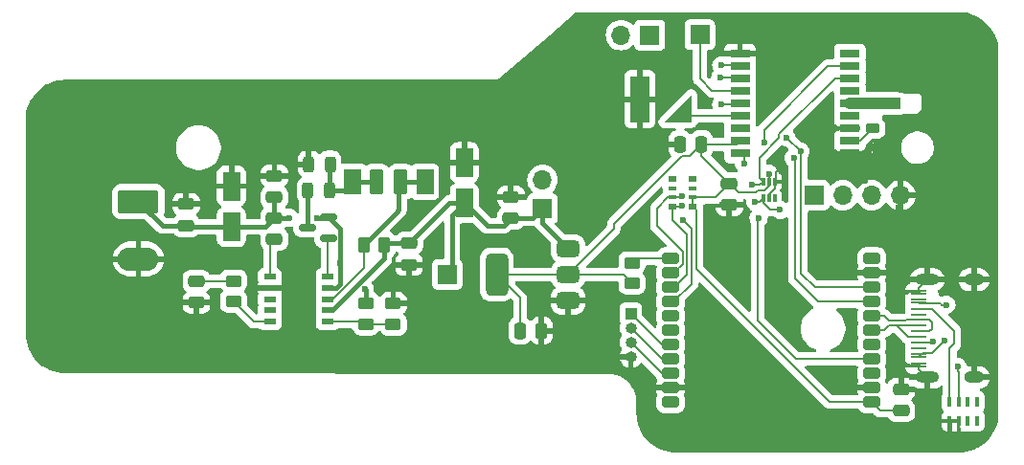
<source format=gbr>
%TF.GenerationSoftware,KiCad,Pcbnew,8.0.0*%
%TF.CreationDate,2024-06-13T14:54:28-05:00*%
%TF.ProjectId,SolarCheap,536f6c61-7243-4686-9561-702e6b696361,rev?*%
%TF.SameCoordinates,Original*%
%TF.FileFunction,Copper,L1,Top*%
%TF.FilePolarity,Positive*%
%FSLAX46Y46*%
G04 Gerber Fmt 4.6, Leading zero omitted, Abs format (unit mm)*
G04 Created by KiCad (PCBNEW 8.0.0) date 2024-06-13 14:54:28*
%MOMM*%
%LPD*%
G01*
G04 APERTURE LIST*
G04 Aperture macros list*
%AMRoundRect*
0 Rectangle with rounded corners*
0 $1 Rounding radius*
0 $2 $3 $4 $5 $6 $7 $8 $9 X,Y pos of 4 corners*
0 Add a 4 corners polygon primitive as box body*
4,1,4,$2,$3,$4,$5,$6,$7,$8,$9,$2,$3,0*
0 Add four circle primitives for the rounded corners*
1,1,$1+$1,$2,$3*
1,1,$1+$1,$4,$5*
1,1,$1+$1,$6,$7*
1,1,$1+$1,$8,$9*
0 Add four rect primitives between the rounded corners*
20,1,$1+$1,$2,$3,$4,$5,0*
20,1,$1+$1,$4,$5,$6,$7,0*
20,1,$1+$1,$6,$7,$8,$9,0*
20,1,$1+$1,$8,$9,$2,$3,0*%
%AMFreePoly0*
4,1,12,0.600035,0.600035,0.600050,0.600000,0.600050,-1.800000,0.600035,-1.800035,0.600000,-1.800050,0.599965,-1.800035,-1.800035,0.599965,-1.800050,0.600000,-1.800035,0.600035,-1.800000,0.600050,0.600000,0.600050,0.600035,0.600035,0.600035,0.600035,$1*%
G04 Aperture macros list end*
%TA.AperFunction,SMDPad,CuDef*%
%ADD10RoundRect,0.375000X0.625000X0.375000X-0.625000X0.375000X-0.625000X-0.375000X0.625000X-0.375000X0*%
%TD*%
%TA.AperFunction,SMDPad,CuDef*%
%ADD11RoundRect,0.500000X0.500000X1.400000X-0.500000X1.400000X-0.500000X-1.400000X0.500000X-1.400000X0*%
%TD*%
%TA.AperFunction,SMDPad,CuDef*%
%ADD12RoundRect,0.250000X0.475000X-0.250000X0.475000X0.250000X-0.475000X0.250000X-0.475000X-0.250000X0*%
%TD*%
%TA.AperFunction,SMDPad,CuDef*%
%ADD13RoundRect,0.250000X0.450000X-0.262500X0.450000X0.262500X-0.450000X0.262500X-0.450000X-0.262500X0*%
%TD*%
%TA.AperFunction,ComponentPad*%
%ADD14R,1.700000X1.700000*%
%TD*%
%TA.AperFunction,ComponentPad*%
%ADD15O,1.700000X1.700000*%
%TD*%
%TA.AperFunction,SMDPad,CuDef*%
%ADD16RoundRect,0.218750X0.381250X-0.218750X0.381250X0.218750X-0.381250X0.218750X-0.381250X-0.218750X0*%
%TD*%
%TA.AperFunction,SMDPad,CuDef*%
%ADD17RoundRect,0.250000X0.550000X-1.050000X0.550000X1.050000X-0.550000X1.050000X-0.550000X-1.050000X0*%
%TD*%
%TA.AperFunction,SMDPad,CuDef*%
%ADD18RoundRect,0.250000X-0.375000X-0.850000X0.375000X-0.850000X0.375000X0.850000X-0.375000X0.850000X0*%
%TD*%
%TA.AperFunction,SMDPad,CuDef*%
%ADD19R,1.400000X0.250000*%
%TD*%
%TA.AperFunction,ComponentPad*%
%ADD20O,2.100000X1.000000*%
%TD*%
%TA.AperFunction,ComponentPad*%
%ADD21O,1.800000X1.000000*%
%TD*%
%TA.AperFunction,SMDPad,CuDef*%
%ADD22R,1.000000X1.000000*%
%TD*%
%TA.AperFunction,SMDPad,CuDef*%
%ADD23R,2.200000X1.050000*%
%TD*%
%TA.AperFunction,SMDPad,CuDef*%
%ADD24RoundRect,0.250000X-0.250000X-0.475000X0.250000X-0.475000X0.250000X0.475000X-0.250000X0.475000X0*%
%TD*%
%TA.AperFunction,SMDPad,CuDef*%
%ADD25RoundRect,0.250000X-0.475000X0.250000X-0.475000X-0.250000X0.475000X-0.250000X0.475000X0.250000X0*%
%TD*%
%TA.AperFunction,SMDPad,CuDef*%
%ADD26RoundRect,0.250000X0.500000X-0.250000X0.500000X0.250000X-0.500000X0.250000X-0.500000X-0.250000X0*%
%TD*%
%TA.AperFunction,ComponentPad*%
%ADD27RoundRect,0.249999X-1.550001X0.790001X-1.550001X-0.790001X1.550001X-0.790001X1.550001X0.790001X0*%
%TD*%
%TA.AperFunction,ComponentPad*%
%ADD28O,3.600000X2.080000*%
%TD*%
%TA.AperFunction,SMDPad,CuDef*%
%ADD29RoundRect,0.085000X0.085000X-0.265000X0.085000X0.265000X-0.085000X0.265000X-0.085000X-0.265000X0*%
%TD*%
%TA.AperFunction,SMDPad,CuDef*%
%ADD30R,1.100000X0.510000*%
%TD*%
%TA.AperFunction,SMDPad,CuDef*%
%ADD31RoundRect,0.243750X0.243750X0.456250X-0.243750X0.456250X-0.243750X-0.456250X0.243750X-0.456250X0*%
%TD*%
%TA.AperFunction,SMDPad,CuDef*%
%ADD32FreePoly0,270.000000*%
%TD*%
%TA.AperFunction,SMDPad,CuDef*%
%ADD33R,1.700000X4.100000*%
%TD*%
%TA.AperFunction,ComponentPad*%
%ADD34R,1.000000X1.000000*%
%TD*%
%TA.AperFunction,ComponentPad*%
%ADD35O,1.000000X1.000000*%
%TD*%
%TA.AperFunction,SMDPad,CuDef*%
%ADD36R,0.800000X0.500000*%
%TD*%
%TA.AperFunction,SMDPad,CuDef*%
%ADD37R,0.800000X0.400000*%
%TD*%
%TA.AperFunction,SMDPad,CuDef*%
%ADD38RoundRect,0.250000X-0.450000X0.262500X-0.450000X-0.262500X0.450000X-0.262500X0.450000X0.262500X0*%
%TD*%
%TA.AperFunction,SMDPad,CuDef*%
%ADD39R,1.800000X0.800000*%
%TD*%
%TA.AperFunction,SMDPad,CuDef*%
%ADD40R,1.500000X2.200000*%
%TD*%
%TA.AperFunction,SMDPad,CuDef*%
%ADD41RoundRect,0.150000X0.587500X0.150000X-0.587500X0.150000X-0.587500X-0.150000X0.587500X-0.150000X0*%
%TD*%
%TA.AperFunction,SMDPad,CuDef*%
%ADD42RoundRect,0.250000X-0.262500X-0.450000X0.262500X-0.450000X0.262500X0.450000X-0.262500X0.450000X0*%
%TD*%
%TA.AperFunction,SMDPad,CuDef*%
%ADD43R,0.400000X0.900000*%
%TD*%
%TA.AperFunction,ViaPad*%
%ADD44C,0.600000*%
%TD*%
%TA.AperFunction,Conductor*%
%ADD45C,0.200000*%
%TD*%
%TA.AperFunction,Conductor*%
%ADD46C,1.000000*%
%TD*%
%TA.AperFunction,Conductor*%
%ADD47C,0.400000*%
%TD*%
G04 APERTURE END LIST*
D10*
%TO.P,U3,1,GND*%
%TO.N,VSS*%
X155450000Y-134025000D03*
%TO.P,U3,2,VO*%
%TO.N,VCC*%
X155450000Y-131725000D03*
D11*
X149150000Y-131725000D03*
D10*
%TO.P,U3,3,VI*%
%TO.N,+BATT*%
X155450000Y-129425000D03*
%TD*%
D12*
%TO.P,C11,1*%
%TO.N,Net-(J1-Pin_1)*%
X129500000Y-124900000D03*
%TO.P,C11,2*%
%TO.N,VSS*%
X129500000Y-123000000D03*
%TD*%
D13*
%TO.P,R2,1*%
%TO.N,Net-(U1-MPPT)*%
X140000000Y-136112500D03*
%TO.P,R2,2*%
%TO.N,VSS*%
X140000000Y-134287500D03*
%TD*%
D14*
%TO.P,J5,1,Pin_1*%
%TO.N,+BATT*%
X153200000Y-125875000D03*
D15*
%TO.P,J5,2,Pin_2*%
%TO.N,+5V*%
X153200000Y-123335000D03*
%TD*%
D16*
%TO.P,L2,1*%
%TO.N,Net-(U5-RF_IN)*%
X182400000Y-118762500D03*
%TO.P,L2,2*%
%TO.N,Net-(AE1-A)*%
X182400000Y-116637500D03*
%TD*%
D17*
%TO.P,C10,1*%
%TO.N,Net-(J1-Pin_1)*%
X125700000Y-127500000D03*
%TO.P,C10,2*%
%TO.N,VSS*%
X125700000Y-123900000D03*
%TD*%
D18*
%TO.P,L3,1*%
%TO.N,Net-(D1-K)*%
X138525000Y-123500000D03*
%TO.P,L3,2*%
%TO.N,Net-(U1-CSP)*%
X140675000Y-123500000D03*
%TD*%
D19*
%TO.P,J3,A1,GND*%
%TO.N,VSS*%
X186475000Y-139825000D03*
%TO.P,J3,A4,VBUS*%
%TO.N,+5V*%
X186475000Y-139025000D03*
%TO.P,J3,A5,CC1*%
%TO.N,Net-(J3-CC1)*%
X186475000Y-137750000D03*
%TO.P,J3,A6,D+*%
%TO.N,D+*%
X186475000Y-136750000D03*
%TO.P,J3,A7,D-*%
%TO.N,D-*%
X186475000Y-136250000D03*
%TO.P,J3,A8,SBU1*%
%TO.N,unconnected-(J3-SBU1-PadA8)*%
X186475000Y-138250000D03*
%TO.P,J3,A9,VBUS*%
%TO.N,+5V*%
X186475000Y-133975000D03*
%TO.P,J3,A12,GND*%
%TO.N,VSS*%
X186475000Y-133175000D03*
%TO.P,J3,B1,GND*%
X186475000Y-133425000D03*
%TO.P,J3,B4,VBUS*%
%TO.N,+5V*%
X186475000Y-134225000D03*
%TO.P,J3,B5,CC2*%
%TO.N,Net-(J3-CC2)*%
X186475000Y-134750000D03*
%TO.P,J3,B6,D+*%
%TO.N,D+*%
X186475000Y-135750000D03*
%TO.P,J3,B7,D-*%
%TO.N,D-*%
X186475000Y-137250000D03*
%TO.P,J3,B8,SBU2*%
%TO.N,unconnected-(J3-SBU2-PadB8)*%
X186475000Y-135250000D03*
%TO.P,J3,B9,VBUS*%
%TO.N,+5V*%
X186475000Y-138775000D03*
%TO.P,J3,B12,GND*%
%TO.N,VSS*%
X186475000Y-139575000D03*
D20*
%TO.P,J3,S1,SHIELD*%
X187175000Y-140820000D03*
D21*
X191325000Y-140820000D03*
D20*
X187175000Y-132180000D03*
D21*
X191325000Y-132180000D03*
%TD*%
D22*
%TO.P,AE1,1,A*%
%TO.N,Net-(AE1-A)*%
X184300000Y-116600000D03*
D23*
%TO.P,AE1,2,Shield*%
%TO.N,VSS*%
X185800000Y-115125000D03*
D22*
X187300000Y-116600000D03*
D23*
X185800000Y-118075000D03*
%TD*%
D14*
%TO.P,J2,1,Pin_1*%
%TO.N,+BATT*%
X144800000Y-131700000D03*
%TD*%
D24*
%TO.P,C9,1*%
%TO.N,VSS*%
X165350000Y-120200000D03*
%TO.P,C9,2*%
%TO.N,VCC*%
X167250000Y-120200000D03*
%TD*%
D14*
%TO.P,J6,1,Pin_1*%
%TO.N,GPS_TX*%
X162675000Y-110535000D03*
D15*
%TO.P,J6,2,Pin_2*%
%TO.N,GPS_RX*%
X160135000Y-110535000D03*
%TD*%
D25*
%TO.P,C5,1*%
%TO.N,VSS*%
X184900000Y-141875000D03*
%TO.P,C5,2*%
%TO.N,VCC*%
X184900000Y-143775000D03*
%TD*%
D12*
%TO.P,C1,1*%
%TO.N,Net-(J1-Pin_1)*%
X121700000Y-127400000D03*
%TO.P,C1,2*%
%TO.N,VSS*%
X121700000Y-125500000D03*
%TD*%
D26*
%TO.P,U2,1,2.4G_Ant*%
%TO.N,unconnected-(U2-2.4G_Ant-Pad1)*%
X164520000Y-143015000D03*
%TO.P,U2,2,GND*%
%TO.N,VSS*%
X164520000Y-141745000D03*
%TO.P,U2,3,GPIO7*%
%TO.N,GPIO7*%
X164520000Y-140475000D03*
%TO.P,U2,4,GPIO6*%
%TO.N,GPIO6*%
X164520000Y-139205000D03*
%TO.P,U2,5,GPIO5*%
%TO.N,GPIO5*%
X164520000Y-137935000D03*
%TO.P,U2,6,GPIO4*%
%TO.N,unconnected-(U2-GPIO4-Pad6)*%
X164520000Y-136665000D03*
%TO.P,U2,7,GPIO3*%
%TO.N,unconnected-(U2-GPIO3-Pad7)*%
X164520000Y-135395000D03*
%TO.P,U2,8,GPIO2*%
%TO.N,GPS_En*%
X164520000Y-134125000D03*
%TO.P,U2,9,GPIO1*%
%TO.N,SCL*%
X164520000Y-132855000D03*
%TO.P,U2,10,GPIO0*%
%TO.N,SDA*%
X164520000Y-131585000D03*
%TO.P,U2,11,EN*%
%TO.N,Net-(U2-EN)*%
X164520000Y-130315000D03*
%TO.P,U2,12,VDD*%
%TO.N,VCC*%
X182300000Y-143015000D03*
%TO.P,U2,13,GND*%
%TO.N,VSS*%
X182300000Y-141745000D03*
%TO.P,U2,14,GPIO10*%
%TO.N,unconnected-(U2-GPIO10-Pad14)*%
X182300000Y-140475000D03*
%TO.P,U2,15,GPIO9*%
%TO.N,Reset*%
X182300000Y-139205000D03*
%TO.P,U2,16,GPIO8*%
%TO.N,unconnected-(U2-GPIO8-Pad16)*%
X182300000Y-137935000D03*
%TO.P,U2,17,GPIO18_DN*%
%TO.N,D-*%
X182300000Y-136665000D03*
%TO.P,U2,18,GPIO19_DP*%
%TO.N,D+*%
X182300000Y-135395000D03*
%TO.P,U2,19,GPIO20_RXD*%
%TO.N,GPS_TX*%
X182300000Y-134125000D03*
%TO.P,U2,20,GPIO21_TXD*%
%TO.N,GPS_RX*%
X182300000Y-132855000D03*
%TO.P,U2,21,GND*%
%TO.N,VSS*%
X182300000Y-131585000D03*
%TO.P,U2,22,LoRa_Ant*%
%TO.N,unconnected-(U2-LoRa_Ant-Pad22)*%
X182300000Y-130315000D03*
%TD*%
D13*
%TO.P,R5,1*%
%TO.N,VCC*%
X161100000Y-132500000D03*
%TO.P,R5,2*%
%TO.N,Net-(U2-EN)*%
X161100000Y-130675000D03*
%TD*%
D12*
%TO.P,C8,1*%
%TO.N,VSS*%
X169700000Y-125550000D03*
%TO.P,C8,2*%
%TO.N,VCC*%
X169700000Y-123650000D03*
%TD*%
D27*
%TO.P,J1,1,Pin_1*%
%TO.N,Net-(J1-Pin_1)*%
X117477500Y-125260000D03*
D28*
%TO.P,J1,2,Pin_2*%
%TO.N,VSS*%
X117477500Y-130340000D03*
%TD*%
D29*
%TO.P,U4,1,SCL*%
%TO.N,SCL*%
X172700000Y-125000000D03*
%TO.P,U4,2,GND*%
%TO.N,VSS*%
X173200000Y-125000000D03*
%TO.P,U4,3,ALERT*%
%TO.N,Alert*%
X173700000Y-125000000D03*
%TO.P,U4,4,ADD0*%
%TO.N,VSS*%
X173700000Y-123500000D03*
%TO.P,U4,5,V+*%
%TO.N,VCC*%
X173200000Y-123500000D03*
%TO.P,U4,6,SDA*%
%TO.N,SDA*%
X172700000Y-123500000D03*
%TD*%
D30*
%TO.P,U1,1,VG*%
%TO.N,Net-(U1-VG)*%
X129100000Y-131900000D03*
%TO.P,U1,2,VSS*%
%TO.N,VSS*%
X129100000Y-132900000D03*
%TO.P,U1,3,CHRG*%
%TO.N,CHRG*%
X129100000Y-133900000D03*
%TO.P,U1,4,DONE*%
%TO.N,DONE*%
X129100000Y-134900000D03*
%TO.P,U1,5,COM*%
%TO.N,Net-(U1-COM)*%
X129100000Y-135900000D03*
%TO.P,U1,6,MPPT*%
%TO.N,Net-(U1-MPPT)*%
X134200000Y-135900000D03*
%TO.P,U1,7,BAT*%
%TO.N,+BATT*%
X134200000Y-134900000D03*
%TO.P,U1,8,CSP*%
%TO.N,Net-(U1-CSP)*%
X134200000Y-133900000D03*
%TO.P,U1,9,VCC*%
%TO.N,Net-(J1-Pin_1)*%
X134200000Y-132900000D03*
%TO.P,U1,10,DRV*%
%TO.N,Net-(Q2-G)*%
X134200000Y-131900000D03*
%TD*%
D14*
%TO.P,J4,1,Pin_1*%
%TO.N,Net-(J4-Pin_1)*%
X167100000Y-110500000D03*
%TD*%
%TO.P,J7,1,Pin_1*%
%TO.N,VCC*%
X177200000Y-124720000D03*
D15*
%TO.P,J7,2,Pin_2*%
%TO.N,GPS_TX*%
X179740000Y-124720000D03*
%TO.P,J7,3,Pin_3*%
%TO.N,GPS_RX*%
X182280000Y-124720000D03*
%TO.P,J7,4,Pin_4*%
%TO.N,VSS*%
X184820000Y-124720000D03*
%TD*%
D31*
%TO.P,D1,1,K*%
%TO.N,Net-(D1-K)*%
X134337500Y-124300000D03*
%TO.P,D1,2,A*%
%TO.N,Net-(D1-A)*%
X132462500Y-124300000D03*
%TD*%
D32*
%TO.P,BT2,1,+*%
%TO.N,Net-(BT2-+)*%
X165750000Y-117650000D03*
D33*
%TO.P,BT2,2,-*%
%TO.N,VSS*%
X161800000Y-116200000D03*
%TD*%
D24*
%TO.P,C7,1*%
%TO.N,VCC*%
X151200000Y-136700000D03*
%TO.P,C7,2*%
%TO.N,VSS*%
X153100000Y-136700000D03*
%TD*%
D34*
%TO.P,J8,1,Pin_1*%
%TO.N,GPIO5*%
X161000000Y-135190000D03*
D35*
%TO.P,J8,2,Pin_2*%
%TO.N,GPIO6*%
X161000000Y-136460000D03*
%TO.P,J8,3,Pin_3*%
%TO.N,GPIO7*%
X161000000Y-137730000D03*
%TO.P,J8,4,Pin_4*%
%TO.N,VSS*%
X161000000Y-139000000D03*
%TD*%
D36*
%TO.P,RN1,1,R1.1*%
%TO.N,unconnected-(RN1-R1.1-Pad1)*%
X164700000Y-123300000D03*
D37*
%TO.P,RN1,2,R2.1*%
%TO.N,unconnected-(RN1-R2.1-Pad2)*%
X164700000Y-124100000D03*
%TO.P,RN1,3,R3.1*%
%TO.N,SDA*%
X164700000Y-124900000D03*
D36*
%TO.P,RN1,4,R4.1*%
%TO.N,SCL*%
X164700000Y-125700000D03*
%TO.P,RN1,5,R4.2*%
%TO.N,VCC*%
X166500000Y-125700000D03*
D37*
%TO.P,RN1,6,R3.2*%
X166500000Y-124900000D03*
%TO.P,RN1,7,R2.2*%
%TO.N,unconnected-(RN1-R2.2-Pad7)*%
X166500000Y-124100000D03*
D36*
%TO.P,RN1,8,R1.2*%
%TO.N,unconnected-(RN1-R1.2-Pad8)*%
X166500000Y-123300000D03*
%TD*%
D38*
%TO.P,R1,1*%
%TO.N,Net-(J1-Pin_1)*%
X137600000Y-134275000D03*
%TO.P,R1,2*%
%TO.N,Net-(U1-MPPT)*%
X137600000Y-136100000D03*
%TD*%
D39*
%TO.P,U5,1,VSS*%
%TO.N,VSS*%
X170650000Y-112187500D03*
%TO.P,U5,2,TX*%
%TO.N,GPS_TX*%
X170650000Y-113287500D03*
%TO.P,U5,3,RX*%
%TO.N,GPS_RX*%
X170650000Y-114387500D03*
%TO.P,U5,4,1PPS*%
%TO.N,Net-(J4-Pin_1)*%
X170650000Y-115487500D03*
%TO.P,U5,5,En*%
%TO.N,GPS_En*%
X170650000Y-116587500D03*
%TO.P,U5,6,VBAT*%
%TO.N,Net-(BT2-+)*%
X170650000Y-117687500D03*
%TO.P,U5,7,NC*%
%TO.N,unconnected-(U5-NC-Pad13)*%
X170650000Y-118787500D03*
%TO.P,U5,8,VCC*%
%TO.N,VCC*%
X170650000Y-119887500D03*
%TO.P,U5,9,nRESET*%
%TO.N,Reset*%
X170650000Y-120987500D03*
%TO.P,U5,10,VSS*%
%TO.N,VSS*%
X180350000Y-120987500D03*
%TO.P,U5,11,RF_IN*%
%TO.N,Net-(U5-RF_IN)*%
X180350000Y-119887500D03*
%TO.P,U5,12,VSS*%
%TO.N,VSS*%
X180350000Y-118787500D03*
%TO.P,U5,13,NC*%
%TO.N,unconnected-(U5-NC-Pad13)_1*%
X180350000Y-117687500D03*
%TO.P,U5,14,VCC_RF*%
%TO.N,Net-(AE1-A)*%
X180350000Y-116587500D03*
%TO.P,U5,15,NC*%
%TO.N,unconnected-(U5-NC-Pad13)_2*%
X180350000Y-115487500D03*
%TO.P,U5,16,SDA*%
%TO.N,SDA*%
X180350000Y-114387500D03*
%TO.P,U5,17,SCL*%
%TO.N,SCL*%
X180350000Y-113287500D03*
%TO.P,U5,18,NC*%
%TO.N,unconnected-(U5-NC-Pad13)_0*%
X180350000Y-112187500D03*
%TD*%
D12*
%TO.P,C6,1*%
%TO.N,+BATT*%
X150400000Y-126750000D03*
%TO.P,C6,2*%
%TO.N,VSS*%
X150400000Y-124850000D03*
%TD*%
D40*
%TO.P,L1,1*%
%TO.N,Net-(D1-K)*%
X136400000Y-123500000D03*
%TO.P,L1,2*%
%TO.N,Net-(U1-CSP)*%
X142800000Y-123500000D03*
%TD*%
D41*
%TO.P,Q2,1,G*%
%TO.N,Net-(Q2-G)*%
X134275000Y-128550000D03*
%TO.P,Q2,2,S*%
%TO.N,Net-(J1-Pin_1)*%
X134275000Y-126650000D03*
%TO.P,Q2,3,D*%
%TO.N,Net-(D1-A)*%
X132400000Y-127600000D03*
%TD*%
D31*
%TO.P,D2,1,K*%
%TO.N,Net-(D1-K)*%
X134417500Y-121957500D03*
%TO.P,D2,2,A*%
%TO.N,VSS*%
X132542500Y-121957500D03*
%TD*%
D25*
%TO.P,C4,1*%
%TO.N,+BATT*%
X141400000Y-128950000D03*
%TO.P,C4,2*%
%TO.N,VSS*%
X141400000Y-130850000D03*
%TD*%
D13*
%TO.P,R3,1*%
%TO.N,Net-(U1-COM)*%
X125887500Y-134112500D03*
%TO.P,R3,2*%
%TO.N,Net-(C3-Pad1)*%
X125887500Y-132287500D03*
%TD*%
D17*
%TO.P,C12,1*%
%TO.N,+BATT*%
X146300000Y-125400000D03*
%TO.P,C12,2*%
%TO.N,VSS*%
X146300000Y-121800000D03*
%TD*%
D42*
%TO.P,R4,1*%
%TO.N,Net-(U1-CSP)*%
X137387500Y-129100000D03*
%TO.P,R4,2*%
%TO.N,+BATT*%
X139212500Y-129100000D03*
%TD*%
D25*
%TO.P,C2,1*%
%TO.N,Net-(J1-Pin_1)*%
X129500000Y-126700000D03*
%TO.P,C2,2*%
%TO.N,Net-(U1-VG)*%
X129500000Y-128600000D03*
%TD*%
D43*
%TO.P,RN2,1,R1.1*%
%TO.N,unconnected-(RN2-R1.1-Pad1)*%
X191590000Y-142975000D03*
%TO.P,RN2,2,R2.1*%
%TO.N,unconnected-(RN2-R2.1-Pad2)*%
X190790000Y-142975000D03*
%TO.P,RN2,3,R3.1*%
%TO.N,Net-(J3-CC1)*%
X189990000Y-142975000D03*
%TO.P,RN2,4,R4.1*%
%TO.N,Net-(J3-CC2)*%
X189190000Y-142975000D03*
%TO.P,RN2,5,R4.2*%
%TO.N,VSS*%
X189190000Y-144675000D03*
%TO.P,RN2,6,R3.2*%
X189990000Y-144675000D03*
%TO.P,RN2,7,R2.2*%
%TO.N,unconnected-(RN2-R2.2-Pad7)*%
X190790000Y-144675000D03*
%TO.P,RN2,8,R1.2*%
%TO.N,unconnected-(RN2-R1.2-Pad8)*%
X191590000Y-144675000D03*
%TD*%
D25*
%TO.P,C3,1*%
%TO.N,Net-(C3-Pad1)*%
X122600000Y-132300000D03*
%TO.P,C3,2*%
%TO.N,VSS*%
X122600000Y-134200000D03*
%TD*%
D44*
%TO.N,VSS*%
X158600000Y-126500000D03*
X177200000Y-126800000D03*
X161900000Y-122500000D03*
X188700000Y-113700000D03*
X169000000Y-118900000D03*
X181700000Y-123400000D03*
X177070190Y-122829810D03*
X178400000Y-119500000D03*
X183300000Y-113300000D03*
X189700000Y-118900000D03*
X180700000Y-135200000D03*
X173600000Y-127000000D03*
X179600000Y-110800000D03*
X189000000Y-116000000D03*
X170400000Y-127300000D03*
X168600000Y-127400000D03*
X180400000Y-138100000D03*
X162600000Y-120700000D03*
X158400000Y-133700000D03*
X188600000Y-119100000D03*
X178709620Y-120790380D03*
X181100000Y-122600000D03*
X184200000Y-120400000D03*
X184700000Y-125800000D03*
X182500000Y-112100000D03*
X184700000Y-140100000D03*
X178400000Y-118000000D03*
X189800000Y-117000000D03*
X174300000Y-122200000D03*
X178400000Y-116600000D03*
X159800000Y-138400000D03*
X183000000Y-120900000D03*
X182500000Y-122000000D03*
X181900000Y-110700000D03*
X183300000Y-146600000D03*
X158500000Y-130500000D03*
X189100000Y-118000000D03*
X159200000Y-135700000D03*
X159600000Y-124700000D03*
X187600000Y-143100000D03*
X175600000Y-144000000D03*
X184900000Y-119400000D03*
X188300000Y-114700000D03*
X184900000Y-113200000D03*
X169000000Y-121400000D03*
X169000000Y-139600000D03*
X180100000Y-140700000D03*
X188100000Y-120000000D03*
X186800000Y-113200000D03*
X189600000Y-115100000D03*
X188100000Y-147000000D03*
X178954720Y-122035480D03*
%TO.N,Net-(J1-Pin_1)*%
X130800000Y-126700000D03*
X135312500Y-130700000D03*
X137500000Y-133000000D03*
X133300000Y-126700000D03*
%TO.N,VCC*%
X173201028Y-122819305D03*
%TO.N,+5V*%
X188700000Y-137600000D03*
X188900000Y-134400000D03*
%TO.N,Net-(J3-CC1)*%
X187740380Y-137640380D03*
X189900000Y-139900000D03*
%TO.N,SDA*%
X165500000Y-124800000D03*
X171749694Y-123800305D03*
%TO.N,SCL*%
X172769983Y-120030017D03*
X174200000Y-126000000D03*
X165550000Y-125600000D03*
X172000000Y-125300000D03*
%TO.N,GPS_En*%
X169000000Y-116700000D03*
X165600000Y-126900000D03*
%TO.N,GPS_TX*%
X169000000Y-113200000D03*
X175400000Y-121400000D03*
%TO.N,Reset*%
X172300000Y-126700000D03*
X171000000Y-121900000D03*
%TO.N,GPS_RX*%
X168900000Y-114300000D03*
X176000000Y-120840380D03*
X174750000Y-119590380D03*
%TD*%
D45*
%TO.N,VSS*%
X173700000Y-123500000D02*
X173700000Y-123239572D01*
X173700000Y-123239572D02*
X173851028Y-123088544D01*
X173851028Y-123088544D02*
X173851028Y-122648972D01*
X173851028Y-122648972D02*
X174300000Y-122200000D01*
X186475000Y-132880000D02*
X187175000Y-132180000D01*
X186475000Y-140120000D02*
X187175000Y-140820000D01*
X173200000Y-124603172D02*
X173700000Y-124103172D01*
X173200000Y-125000000D02*
X173200000Y-124603172D01*
X186475000Y-139575000D02*
X186475000Y-140120000D01*
X186475000Y-133425000D02*
X186475000Y-132880000D01*
X173700000Y-124103172D02*
X173700000Y-123500000D01*
%TO.N,Net-(AE1-A)*%
X184287500Y-116587500D02*
X184300000Y-116600000D01*
D46*
X180350000Y-116587500D02*
X184287500Y-116587500D01*
D47*
%TO.N,+BATT*%
X139362500Y-128950000D02*
X139212500Y-129100000D01*
X153200000Y-127175000D02*
X155450000Y-129425000D01*
X145200000Y-126500000D02*
X146300000Y-125400000D01*
X153200000Y-125875000D02*
X153200000Y-127175000D01*
X134605000Y-134900000D02*
X139212500Y-130292500D01*
X155450000Y-129425000D02*
X155450000Y-129250000D01*
X144950000Y-125400000D02*
X141400000Y-128950000D01*
X150400000Y-126750000D02*
X152325000Y-126750000D01*
X146300000Y-125400000D02*
X148300000Y-127400000D01*
X144800000Y-131700000D02*
X145200000Y-131300000D01*
X149750000Y-127400000D02*
X150400000Y-126750000D01*
X145200000Y-131300000D02*
X145200000Y-126500000D01*
X134200000Y-134900000D02*
X134605000Y-134900000D01*
X148300000Y-127400000D02*
X149750000Y-127400000D01*
X152325000Y-126750000D02*
X153200000Y-125875000D01*
X141400000Y-128950000D02*
X139362500Y-128950000D01*
X146300000Y-125400000D02*
X144950000Y-125400000D01*
X139212500Y-130292500D02*
X139212500Y-129100000D01*
D45*
%TO.N,Net-(BT2-+)*%
X165750000Y-117650000D02*
X165787500Y-117687500D01*
X165787500Y-117687500D02*
X170650000Y-117687500D01*
D47*
%TO.N,Net-(J1-Pin_1)*%
X129500000Y-126700000D02*
X129500000Y-124900000D01*
X121800000Y-127500000D02*
X125700000Y-127500000D01*
X135312500Y-127687500D02*
X135312500Y-130700000D01*
X121700000Y-127400000D02*
X121800000Y-127500000D01*
X129500000Y-126700000D02*
X130800000Y-126700000D01*
X135312500Y-130700000D02*
X135312500Y-132587500D01*
X133300000Y-126700000D02*
X134225000Y-126700000D01*
X125700000Y-127500000D02*
X128700000Y-127500000D01*
X117477500Y-125260000D02*
X119617500Y-127400000D01*
X135312500Y-132587500D02*
X135000000Y-132900000D01*
X134225000Y-126700000D02*
X134275000Y-126650000D01*
X137600000Y-133100000D02*
X137500000Y-133000000D01*
X134275000Y-126650000D02*
X135312500Y-127687500D01*
X119617500Y-127400000D02*
X121700000Y-127400000D01*
X137600000Y-134275000D02*
X137600000Y-133100000D01*
X128700000Y-127500000D02*
X129500000Y-126700000D01*
X135000000Y-132900000D02*
X134200000Y-132900000D01*
D45*
%TO.N,Net-(U1-VG)*%
X129100000Y-131900000D02*
X129100000Y-129000000D01*
X129100000Y-129000000D02*
X129500000Y-128600000D01*
%TO.N,Net-(C3-Pad1)*%
X125875000Y-132300000D02*
X122600000Y-132300000D01*
X125887500Y-132287500D02*
X125875000Y-132300000D01*
%TO.N,VCC*%
X166225000Y-121225000D02*
X167250000Y-120200000D01*
X166500000Y-125700000D02*
X166500000Y-124900000D01*
X166800000Y-131234315D02*
X166800000Y-126000000D01*
X169700000Y-123650000D02*
X167250000Y-121200000D01*
X160325000Y-131725000D02*
X155450000Y-131725000D01*
X166800000Y-126000000D02*
X166500000Y-125700000D01*
X183060000Y-143775000D02*
X182300000Y-143015000D01*
X159487500Y-127687500D02*
X159487500Y-127262500D01*
X155450000Y-131725000D02*
X159487500Y-127687500D01*
X151200000Y-136700000D02*
X151200000Y-133775000D01*
X178580685Y-143015000D02*
X166800000Y-131234315D01*
X170500305Y-124450305D02*
X169700000Y-123650000D01*
X173200000Y-123500000D02*
X173200000Y-123896828D01*
X151200000Y-133775000D02*
X149150000Y-131725000D01*
X155450000Y-131725000D02*
X149150000Y-131725000D01*
X173201028Y-122819305D02*
X173201028Y-123498972D01*
X165525000Y-121225000D02*
X166225000Y-121225000D01*
X172184618Y-124284620D02*
X172018933Y-124450305D01*
X167250000Y-120200000D02*
X170337500Y-120200000D01*
X173200000Y-123896828D02*
X172812208Y-124284620D01*
X185500000Y-143775000D02*
X183060000Y-143775000D01*
X172018933Y-124450305D02*
X170500305Y-124450305D01*
X172812208Y-124284620D02*
X172184618Y-124284620D01*
X173201028Y-123498972D02*
X173200000Y-123500000D01*
X182300000Y-143015000D02*
X178580685Y-143015000D01*
X170337500Y-120200000D02*
X170650000Y-119887500D01*
X166500000Y-124900000D02*
X168450000Y-124900000D01*
X159487500Y-127262500D02*
X165525000Y-121225000D01*
X167250000Y-121200000D02*
X167250000Y-120200000D01*
X168450000Y-124900000D02*
X169700000Y-123650000D01*
X161100000Y-132500000D02*
X160325000Y-131725000D01*
%TO.N,D+*%
X187600000Y-135950000D02*
X187600000Y-136550000D01*
X187400000Y-135750000D02*
X187600000Y-135950000D01*
X182300000Y-135395000D02*
X183425001Y-135395000D01*
X187400000Y-136750000D02*
X186475000Y-136750000D01*
X186475000Y-135750000D02*
X187400000Y-135750000D01*
X185315206Y-135750000D02*
X185260206Y-135805000D01*
X186475000Y-135750000D02*
X185315206Y-135750000D01*
X183835001Y-135805000D02*
X185260206Y-135805000D01*
X183425001Y-135395000D02*
X183835001Y-135805000D01*
X187600000Y-136550000D02*
X187400000Y-136750000D01*
%TO.N,D-*%
X185265206Y-136250000D02*
X185260206Y-136255000D01*
X186475000Y-137250000D02*
X185495000Y-137250000D01*
X182300000Y-136665000D02*
X183425001Y-136665000D01*
X183425001Y-136665000D02*
X183835001Y-136255000D01*
X185495000Y-137250000D02*
X184500000Y-136255000D01*
X183835001Y-136255000D02*
X184500000Y-136255000D01*
X186475000Y-136250000D02*
X185265206Y-136250000D01*
X184500000Y-136255000D02*
X185260206Y-136255000D01*
D47*
%TO.N,Net-(D1-K)*%
X138525000Y-123500000D02*
X136400000Y-123500000D01*
X134337500Y-124300000D02*
X135600000Y-124300000D01*
X134337500Y-124300000D02*
X134337500Y-122037500D01*
X135600000Y-124300000D02*
X136400000Y-123500000D01*
X134337500Y-122037500D02*
X134417500Y-121957500D01*
%TO.N,Net-(D1-A)*%
X132400000Y-127600000D02*
X132400000Y-124362500D01*
D45*
X132400000Y-124362500D02*
X132462500Y-124300000D01*
%TO.N,+5V*%
X188900000Y-134400000D02*
X188500000Y-134400000D01*
X188385000Y-134285000D02*
X186535000Y-134285000D01*
X186475000Y-139025000D02*
X186785000Y-138715000D01*
X188500000Y-134400000D02*
X188385000Y-134285000D01*
X186535000Y-134285000D02*
X186475000Y-134225000D01*
X187585000Y-138715000D02*
X188700000Y-137600000D01*
X186785000Y-138715000D02*
X187585000Y-138715000D01*
%TO.N,Net-(J3-CC1)*%
X187630760Y-137750000D02*
X187740380Y-137640380D01*
X189900000Y-139900000D02*
X189900000Y-140300000D01*
X189900000Y-140300000D02*
X189990000Y-140390000D01*
X189990000Y-140390000D02*
X189990000Y-142975000D01*
X186475000Y-137750000D02*
X187630760Y-137750000D01*
%TO.N,Net-(J3-CC2)*%
X189600000Y-136700000D02*
X187650000Y-134750000D01*
X189190000Y-142975000D02*
X189190000Y-138275686D01*
X189600000Y-137865686D02*
X189600000Y-136700000D01*
X187650000Y-134750000D02*
X186475000Y-134750000D01*
X189190000Y-138275686D02*
X189600000Y-137865686D01*
%TO.N,Net-(J4-Pin_1)*%
X167100000Y-110500000D02*
X167100000Y-114400000D01*
X167100000Y-114400000D02*
X168187500Y-115487500D01*
X168187500Y-115487500D02*
X170650000Y-115487500D01*
%TO.N,Net-(U1-CSP)*%
X134605000Y-133900000D02*
X137387500Y-131117500D01*
X134200000Y-133900000D02*
X134605000Y-133900000D01*
D47*
X140493750Y-125993750D02*
X140493750Y-123681250D01*
X140293750Y-126193750D02*
X137387500Y-129100000D01*
X140293750Y-126193750D02*
X140493750Y-125993750D01*
X140493750Y-123681250D02*
X140675000Y-123500000D01*
D45*
X137387500Y-131117500D02*
X137387500Y-129100000D01*
D47*
X140675000Y-123500000D02*
X142800000Y-123500000D01*
D45*
%TO.N,Net-(U5-RF_IN)*%
X181275000Y-119887500D02*
X182400000Y-118762500D01*
X180350000Y-119887500D02*
X181275000Y-119887500D01*
%TO.N,Net-(Q2-G)*%
X134200000Y-128625000D02*
X134275000Y-128550000D01*
X134200000Y-131900000D02*
X134200000Y-128625000D01*
%TO.N,Net-(U1-MPPT)*%
X139987500Y-136100000D02*
X137600000Y-136100000D01*
X137400000Y-135900000D02*
X137600000Y-136100000D01*
X134200000Y-135900000D02*
X137400000Y-135900000D01*
X140000000Y-136112500D02*
X139987500Y-136100000D01*
%TO.N,Net-(U1-COM)*%
X129100000Y-135900000D02*
X127675000Y-135900000D01*
X127675000Y-135900000D02*
X125887500Y-134112500D01*
%TO.N,Net-(U2-EN)*%
X161460000Y-130315000D02*
X161100000Y-130675000D01*
X164520000Y-130315000D02*
X161460000Y-130315000D01*
%TO.N,SDA*%
X163300000Y-125850000D02*
X164250000Y-124900000D01*
X172700000Y-123500000D02*
X172399695Y-123800305D01*
X164784744Y-131585000D02*
X165570000Y-130799744D01*
X172350000Y-121371141D02*
X174100000Y-119621141D01*
X174100000Y-119621141D02*
X174100000Y-119321141D01*
X163300000Y-127400000D02*
X163300000Y-125850000D01*
X164520000Y-131585000D02*
X164784744Y-131585000D01*
X164250000Y-124900000D02*
X164700000Y-124900000D01*
X165400000Y-124900000D02*
X165500000Y-124800000D01*
X165570000Y-129670000D02*
X163300000Y-127400000D01*
X172350000Y-123150000D02*
X172350000Y-121371141D01*
X164700000Y-124900000D02*
X165400000Y-124900000D01*
X172399695Y-123800305D02*
X171749694Y-123800305D01*
X172700000Y-123500000D02*
X172350000Y-123150000D01*
X165570000Y-130799744D02*
X165570000Y-129670000D01*
X174100000Y-119321141D02*
X179033641Y-114387500D01*
X179033641Y-114387500D02*
X180350000Y-114387500D01*
%TO.N,SCL*%
X173303172Y-126000000D02*
X174200000Y-126000000D01*
X165970000Y-128189239D02*
X165970000Y-131764315D01*
X165450000Y-125700000D02*
X165550000Y-125600000D01*
X164879315Y-132855000D02*
X164520000Y-132855000D01*
X172400000Y-125300000D02*
X172700000Y-125000000D01*
X164700000Y-126919239D02*
X165970000Y-128189239D01*
X172000000Y-125300000D02*
X172400000Y-125300000D01*
X178412500Y-113287500D02*
X172769983Y-118930017D01*
X164700000Y-125700000D02*
X164700000Y-126919239D01*
X180350000Y-113287500D02*
X178412500Y-113287500D01*
X165970000Y-131764315D02*
X164879315Y-132855000D01*
X164700000Y-125700000D02*
X165450000Y-125700000D01*
X172700000Y-125000000D02*
X172700000Y-125396828D01*
X172700000Y-125396828D02*
X173303172Y-126000000D01*
X172769983Y-118930017D02*
X172769983Y-120030017D01*
%TO.N,GPS_En*%
X164784744Y-134125000D02*
X166370000Y-132539744D01*
X166370000Y-127670000D02*
X165600000Y-126900000D01*
X164520000Y-134125000D02*
X164784744Y-134125000D01*
X170537500Y-116700000D02*
X170650000Y-116587500D01*
X169000000Y-116700000D02*
X170537500Y-116700000D01*
X166370000Y-132539744D02*
X166370000Y-127670000D01*
%TO.N,GPS_TX*%
X182300000Y-134125000D02*
X177525000Y-134125000D01*
X175500000Y-121500000D02*
X175400000Y-121400000D01*
X175500000Y-132100000D02*
X175500000Y-121500000D01*
X170562500Y-113200000D02*
X170650000Y-113287500D01*
X177525000Y-134125000D02*
X175500000Y-132100000D01*
X169000000Y-113200000D02*
X170562500Y-113200000D01*
%TO.N,Reset*%
X172200000Y-127100000D02*
X172200000Y-126800000D01*
X172200000Y-126800000D02*
X172300000Y-126700000D01*
X172200000Y-135800000D02*
X172200000Y-127100000D01*
X175605000Y-139205000D02*
X172200000Y-135800000D01*
X182300000Y-139205000D02*
X175605000Y-139205000D01*
X171000000Y-121900000D02*
X171000000Y-121337500D01*
X171000000Y-121337500D02*
X170650000Y-120987500D01*
%TO.N,GPS_RX*%
X176000000Y-120840380D02*
X174750000Y-119590380D01*
X176050000Y-120890380D02*
X176000000Y-120840380D01*
X176050000Y-131650000D02*
X176050000Y-120890380D01*
X168900000Y-114300000D02*
X170562500Y-114300000D01*
X170562500Y-114300000D02*
X170650000Y-114387500D01*
X182300000Y-132855000D02*
X177255000Y-132855000D01*
X177255000Y-132855000D02*
X176050000Y-131650000D01*
%TO.N,GPIO7*%
X161000000Y-137730000D02*
X163745000Y-140475000D01*
X163745000Y-140475000D02*
X164520000Y-140475000D01*
%TO.N,GPIO5*%
X161000000Y-135190000D02*
X163745000Y-137935000D01*
X163745000Y-137935000D02*
X164520000Y-137935000D01*
%TO.N,GPIO6*%
X161000000Y-136460000D02*
X163745000Y-139205000D01*
X163745000Y-139205000D02*
X164520000Y-139205000D01*
%TD*%
%TA.AperFunction,Conductor*%
%TO.N,VSS*%
G36*
X188700000Y-122400000D02*
G01*
X182100000Y-122000000D01*
X178800000Y-122100000D01*
X178800000Y-121900000D01*
X182200000Y-121900000D01*
X182360779Y-120613768D01*
X184884500Y-120613768D01*
X184920093Y-120838490D01*
X184990400Y-121054876D01*
X184990401Y-121054879D01*
X185093697Y-121257607D01*
X185227434Y-121441680D01*
X185388320Y-121602566D01*
X185572393Y-121736303D01*
X185671825Y-121786966D01*
X185775120Y-121839598D01*
X185775123Y-121839599D01*
X185883316Y-121874752D01*
X185991511Y-121909907D01*
X186095591Y-121926391D01*
X186216232Y-121945500D01*
X186216237Y-121945500D01*
X186443768Y-121945500D01*
X186552710Y-121928244D01*
X186668489Y-121909907D01*
X186884879Y-121839598D01*
X187087607Y-121736303D01*
X187271680Y-121602566D01*
X187432566Y-121441680D01*
X187566303Y-121257607D01*
X187669598Y-121054879D01*
X187739907Y-120838489D01*
X187758244Y-120722710D01*
X187775500Y-120613768D01*
X187775500Y-120386231D01*
X187749949Y-120224915D01*
X187739907Y-120161511D01*
X187669598Y-119945121D01*
X187669598Y-119945120D01*
X187566302Y-119742392D01*
X187562253Y-119736819D01*
X187432566Y-119558320D01*
X187271680Y-119397434D01*
X187087607Y-119263697D01*
X187045189Y-119242084D01*
X186884879Y-119160401D01*
X186884876Y-119160400D01*
X186668490Y-119090093D01*
X186443768Y-119054500D01*
X186443763Y-119054500D01*
X186216237Y-119054500D01*
X186216232Y-119054500D01*
X185991509Y-119090093D01*
X185775123Y-119160400D01*
X185775120Y-119160401D01*
X185572392Y-119263697D01*
X185524170Y-119298733D01*
X185388320Y-119397434D01*
X185388318Y-119397436D01*
X185388317Y-119397436D01*
X185227436Y-119558317D01*
X185227436Y-119558318D01*
X185227434Y-119558320D01*
X185169998Y-119637372D01*
X185093697Y-119742392D01*
X184990401Y-119945120D01*
X184990400Y-119945123D01*
X184920093Y-120161509D01*
X184884500Y-120386231D01*
X184884500Y-120613768D01*
X182360779Y-120613768D01*
X182474938Y-119700500D01*
X182829169Y-119700500D01*
X182829174Y-119700500D01*
X182927685Y-119690436D01*
X183087287Y-119637549D01*
X183230391Y-119549281D01*
X183349281Y-119430391D01*
X183437549Y-119287287D01*
X183490436Y-119127685D01*
X183500500Y-119029174D01*
X183500500Y-118495826D01*
X183490436Y-118397315D01*
X183437549Y-118237713D01*
X183437545Y-118237707D01*
X183437544Y-118237704D01*
X183349283Y-118094612D01*
X183349282Y-118094611D01*
X183349281Y-118094609D01*
X183236318Y-117981646D01*
X183202834Y-117920323D01*
X183200000Y-117893965D01*
X183200000Y-117712000D01*
X183219685Y-117644961D01*
X183272489Y-117599206D01*
X183324000Y-117588000D01*
X183653814Y-117588000D01*
X183684667Y-117593566D01*
X183684965Y-117592307D01*
X183692516Y-117594091D01*
X183699444Y-117594835D01*
X183752127Y-117600500D01*
X184847872Y-117600499D01*
X184907483Y-117594091D01*
X184923814Y-117588000D01*
X185042329Y-117543797D01*
X185042329Y-117543796D01*
X185042331Y-117543796D01*
X185079255Y-117516154D01*
X185144717Y-117491736D01*
X185185214Y-117499781D01*
X185185946Y-117496683D01*
X185199998Y-117500000D01*
X185200000Y-117500000D01*
X186299999Y-117500000D01*
X186300000Y-117500000D01*
X186700000Y-117200000D01*
X186700000Y-116000000D01*
X186700000Y-115999999D01*
X186500000Y-115700000D01*
X185200000Y-115700000D01*
X185185949Y-115703317D01*
X185185116Y-115699791D01*
X185140232Y-115707860D01*
X185079258Y-115683847D01*
X185042330Y-115656203D01*
X185042328Y-115656202D01*
X184907482Y-115605908D01*
X184907483Y-115605908D01*
X184847883Y-115599501D01*
X184847881Y-115599500D01*
X184847873Y-115599500D01*
X184847865Y-115599500D01*
X184461094Y-115599500D01*
X184436903Y-115597117D01*
X184414279Y-115592617D01*
X184386042Y-115587000D01*
X184386041Y-115587000D01*
X181874500Y-115587000D01*
X181807461Y-115567315D01*
X181761706Y-115514511D01*
X181750500Y-115463000D01*
X181750499Y-115039629D01*
X181750498Y-115039623D01*
X181744090Y-114980012D01*
X181742308Y-114972469D01*
X181743773Y-114972122D01*
X181739409Y-114911151D01*
X181743819Y-114896133D01*
X181744089Y-114894988D01*
X181744091Y-114894983D01*
X181750500Y-114835373D01*
X181750499Y-114797799D01*
X182000000Y-113700000D01*
X188500000Y-113500000D01*
X188700000Y-122400000D01*
G37*
%TD.AperFunction*%
%TD*%
%TA.AperFunction,Conductor*%
%TO.N,VSS*%
G36*
X179006202Y-118329828D02*
G01*
X179006206Y-118329835D01*
X179092452Y-118445044D01*
X179092455Y-118445047D01*
X179207664Y-118531293D01*
X179207671Y-118531297D01*
X179342517Y-118581591D01*
X179342516Y-118581591D01*
X179349444Y-118582335D01*
X179402127Y-118588000D01*
X181175500Y-118587999D01*
X181242539Y-118607684D01*
X181288294Y-118660487D01*
X181299500Y-118711999D01*
X181299500Y-118863000D01*
X181279815Y-118930039D01*
X181227011Y-118975794D01*
X181175500Y-118987000D01*
X179402129Y-118987000D01*
X179402123Y-118987001D01*
X179342516Y-118993408D01*
X179207671Y-119043702D01*
X179207664Y-119043706D01*
X179092455Y-119129952D01*
X179092452Y-119129955D01*
X179006206Y-119245164D01*
X179006202Y-119245171D01*
X178955908Y-119380017D01*
X178949501Y-119439616D01*
X178949500Y-119439635D01*
X178949500Y-120335370D01*
X178949501Y-120335376D01*
X178955908Y-120394983D01*
X179006202Y-120529828D01*
X179006206Y-120529835D01*
X179092452Y-120645044D01*
X179092455Y-120645047D01*
X179207664Y-120731293D01*
X179207671Y-120731297D01*
X179342517Y-120781591D01*
X179342516Y-120781591D01*
X179349444Y-120782335D01*
X179402127Y-120788000D01*
X181297872Y-120787999D01*
X181357483Y-120781591D01*
X181492331Y-120731296D01*
X181607546Y-120645046D01*
X181693796Y-120529831D01*
X181744091Y-120394983D01*
X181750500Y-120335373D01*
X181750499Y-120312598D01*
X181770181Y-120245561D01*
X181786813Y-120224920D01*
X182274916Y-119736819D01*
X182336239Y-119703334D01*
X182362597Y-119700500D01*
X182474938Y-119700500D01*
X182200000Y-121900000D01*
X178600000Y-121900000D01*
X178600000Y-118200000D01*
X178957779Y-118200000D01*
X179006202Y-118329828D01*
G37*
%TD.AperFunction*%
%TD*%
%TA.AperFunction,Conductor*%
%TO.N,VSS*%
G36*
X181043697Y-139825185D02*
G01*
X181089452Y-139877989D01*
X181099396Y-139947147D01*
X181094365Y-139968498D01*
X181060001Y-140072203D01*
X181060001Y-140072204D01*
X181060000Y-140072204D01*
X181049500Y-140174983D01*
X181049500Y-140775001D01*
X181049501Y-140775019D01*
X181060000Y-140877796D01*
X181060001Y-140877799D01*
X181115185Y-141044331D01*
X181115189Y-141044340D01*
X181115831Y-141045380D01*
X181116053Y-141046192D01*
X181118240Y-141050882D01*
X181117438Y-141051255D01*
X181134271Y-141112772D01*
X181117787Y-141168911D01*
X181118694Y-141169334D01*
X181115910Y-141175304D01*
X181115832Y-141175570D01*
X181115643Y-141175875D01*
X181115642Y-141175877D01*
X181060494Y-141342302D01*
X181060493Y-141342309D01*
X181050000Y-141445013D01*
X181050000Y-141495000D01*
X182426000Y-141495000D01*
X182493039Y-141514685D01*
X182538794Y-141567489D01*
X182550000Y-141619000D01*
X182550000Y-141871000D01*
X182530315Y-141938039D01*
X182477511Y-141983794D01*
X182426000Y-141995000D01*
X181050001Y-141995000D01*
X181050001Y-142044986D01*
X181060494Y-142147697D01*
X181094890Y-142251496D01*
X181097292Y-142321324D01*
X181061560Y-142381366D01*
X180999040Y-142412559D01*
X180977184Y-142414500D01*
X178880783Y-142414500D01*
X178813744Y-142394815D01*
X178793102Y-142378181D01*
X176432102Y-140017181D01*
X176398617Y-139955858D01*
X176403601Y-139886166D01*
X176445473Y-139830233D01*
X176510937Y-139805816D01*
X176519783Y-139805500D01*
X180976658Y-139805500D01*
X181043697Y-139825185D01*
G37*
%TD.AperFunction*%
%TA.AperFunction,Conductor*%
G36*
X173684627Y-126620185D02*
G01*
X173694903Y-126627555D01*
X173697736Y-126629814D01*
X173697738Y-126629816D01*
X173790805Y-126688294D01*
X173826333Y-126710618D01*
X173850478Y-126725789D01*
X174011057Y-126781978D01*
X174020745Y-126785368D01*
X174020750Y-126785369D01*
X174199996Y-126805565D01*
X174200000Y-126805565D01*
X174200004Y-126805565D01*
X174379249Y-126785369D01*
X174379252Y-126785368D01*
X174379255Y-126785368D01*
X174549522Y-126725789D01*
X174702262Y-126629816D01*
X174702262Y-126629815D01*
X174708158Y-126626111D01*
X174709602Y-126628409D01*
X174762849Y-126606659D01*
X174831547Y-126619401D01*
X174882450Y-126667261D01*
X174899500Y-126730012D01*
X174899500Y-132013330D01*
X174899499Y-132013348D01*
X174899499Y-132179054D01*
X174899498Y-132179054D01*
X174938824Y-132325816D01*
X174940423Y-132331785D01*
X174948160Y-132345185D01*
X174950651Y-132349500D01*
X175019477Y-132468712D01*
X175019481Y-132468717D01*
X175138349Y-132587585D01*
X175138355Y-132587590D01*
X177040139Y-134489374D01*
X177040149Y-134489385D01*
X177044479Y-134493715D01*
X177044480Y-134493716D01*
X177105723Y-134554959D01*
X177139207Y-134616280D01*
X177134223Y-134685972D01*
X177092352Y-134741906D01*
X177080041Y-134750026D01*
X176900116Y-134853906D01*
X176694668Y-135011551D01*
X176694661Y-135011557D01*
X176511557Y-135194661D01*
X176511551Y-135194668D01*
X176353906Y-135400116D01*
X176224427Y-135624380D01*
X176224423Y-135624390D01*
X176125324Y-135863635D01*
X176080132Y-136032297D01*
X176063153Y-136095666D01*
X176058302Y-136113769D01*
X176058299Y-136113782D01*
X176024501Y-136370508D01*
X176024500Y-136370525D01*
X176024500Y-136629474D01*
X176024501Y-136629491D01*
X176058299Y-136886217D01*
X176058300Y-136886222D01*
X176058301Y-136886228D01*
X176091813Y-137011297D01*
X176125324Y-137136364D01*
X176224423Y-137375609D01*
X176224427Y-137375619D01*
X176353906Y-137599883D01*
X176511551Y-137805331D01*
X176511557Y-137805338D01*
X176694661Y-137988442D01*
X176694668Y-137988448D01*
X176900116Y-138146093D01*
X177124380Y-138275572D01*
X177124381Y-138275572D01*
X177124384Y-138275574D01*
X177342544Y-138365939D01*
X177396947Y-138409780D01*
X177419012Y-138476074D01*
X177401733Y-138543773D01*
X177350596Y-138591384D01*
X177295091Y-138604500D01*
X175905097Y-138604500D01*
X175838058Y-138584815D01*
X175817416Y-138568181D01*
X172836819Y-135587584D01*
X172803334Y-135526261D01*
X172800500Y-135499903D01*
X172800500Y-127382940D01*
X172820185Y-127315901D01*
X172836819Y-127295259D01*
X172877233Y-127254845D01*
X172929816Y-127202262D01*
X173025789Y-127049522D01*
X173085368Y-126879255D01*
X173085369Y-126879249D01*
X173104369Y-126710618D01*
X173131435Y-126646204D01*
X173189030Y-126606649D01*
X173227589Y-126600501D01*
X173389825Y-126600501D01*
X173389841Y-126600500D01*
X173617588Y-126600500D01*
X173684627Y-126620185D01*
G37*
%TD.AperFunction*%
%TA.AperFunction,Conductor*%
G36*
X181043697Y-134745185D02*
G01*
X181089452Y-134797989D01*
X181099396Y-134867147D01*
X181094365Y-134888498D01*
X181060001Y-134992203D01*
X181060001Y-134992204D01*
X181060000Y-134992204D01*
X181049500Y-135094983D01*
X181049500Y-135695001D01*
X181049501Y-135695019D01*
X181060000Y-135797796D01*
X181060001Y-135797799D01*
X181115187Y-135964337D01*
X181115537Y-135964904D01*
X181115658Y-135965348D01*
X181118240Y-135970885D01*
X181117294Y-135971325D01*
X181133977Y-136032297D01*
X181117407Y-136088726D01*
X181118240Y-136089115D01*
X181115682Y-136094600D01*
X181115537Y-136095096D01*
X181115187Y-136095662D01*
X181115186Y-136095666D01*
X181060001Y-136262203D01*
X181060001Y-136262204D01*
X181060000Y-136262204D01*
X181049500Y-136364983D01*
X181049500Y-136965001D01*
X181049501Y-136965019D01*
X181060000Y-137067796D01*
X181060001Y-137067799D01*
X181115187Y-137234337D01*
X181115537Y-137234904D01*
X181115658Y-137235348D01*
X181118240Y-137240885D01*
X181117294Y-137241325D01*
X181133977Y-137302297D01*
X181117407Y-137358726D01*
X181118240Y-137359115D01*
X181115682Y-137364600D01*
X181115537Y-137365096D01*
X181115187Y-137365662D01*
X181115186Y-137365666D01*
X181060001Y-137532203D01*
X181060001Y-137532204D01*
X181060000Y-137532204D01*
X181049500Y-137634983D01*
X181049500Y-138235001D01*
X181049501Y-138235019D01*
X181060000Y-138337796D01*
X181069326Y-138365939D01*
X181094364Y-138441497D01*
X181096766Y-138511324D01*
X181061035Y-138571366D01*
X180998514Y-138602559D01*
X180976658Y-138604500D01*
X178704909Y-138604500D01*
X178637870Y-138584815D01*
X178592115Y-138532011D01*
X178582171Y-138462853D01*
X178611196Y-138399297D01*
X178657456Y-138365939D01*
X178875616Y-138275574D01*
X179099884Y-138146093D01*
X179305333Y-137988447D01*
X179488447Y-137805333D01*
X179646093Y-137599884D01*
X179775574Y-137375616D01*
X179874675Y-137136366D01*
X179941699Y-136886228D01*
X179975500Y-136629481D01*
X179975500Y-136370519D01*
X179941699Y-136113772D01*
X179874675Y-135863634D01*
X179775574Y-135624384D01*
X179759838Y-135597129D01*
X179646093Y-135400116D01*
X179488448Y-135194668D01*
X179488442Y-135194661D01*
X179305338Y-135011557D01*
X179305331Y-135011551D01*
X179222348Y-134947876D01*
X179181145Y-134891448D01*
X179176990Y-134821702D01*
X179211202Y-134760782D01*
X179272919Y-134728029D01*
X179297834Y-134725500D01*
X180976658Y-134725500D01*
X181043697Y-134745185D01*
G37*
%TD.AperFunction*%
%TA.AperFunction,Conductor*%
G36*
X171150795Y-125070490D02*
G01*
X171196550Y-125123294D01*
X171206976Y-125188688D01*
X171194435Y-125299996D01*
X171194435Y-125300000D01*
X171214630Y-125479249D01*
X171214631Y-125479254D01*
X171274211Y-125649523D01*
X171350505Y-125770943D01*
X171370184Y-125802262D01*
X171497738Y-125929816D01*
X171522971Y-125945671D01*
X171637467Y-126017614D01*
X171683758Y-126069949D01*
X171694406Y-126139003D01*
X171672314Y-126190852D01*
X171673889Y-126191842D01*
X171670184Y-126197737D01*
X171670184Y-126197738D01*
X171669968Y-126198082D01*
X171574211Y-126350476D01*
X171514631Y-126520745D01*
X171514630Y-126520750D01*
X171494435Y-126699996D01*
X171494435Y-126700003D01*
X171514630Y-126879249D01*
X171514631Y-126879254D01*
X171574212Y-127049525D01*
X171580492Y-127059519D01*
X171599500Y-127125493D01*
X171599500Y-134885217D01*
X171579815Y-134952256D01*
X171527011Y-134998011D01*
X171457853Y-135007955D01*
X171394297Y-134978930D01*
X171387819Y-134972898D01*
X167436819Y-131021898D01*
X167403334Y-130960575D01*
X167400500Y-130934217D01*
X167400500Y-125896281D01*
X167400499Y-125896275D01*
X167400499Y-125800000D01*
X168475001Y-125800000D01*
X168475001Y-125849986D01*
X168485494Y-125952697D01*
X168540641Y-126119119D01*
X168540643Y-126119124D01*
X168632684Y-126268345D01*
X168756654Y-126392315D01*
X168905875Y-126484356D01*
X168905880Y-126484358D01*
X169072302Y-126539505D01*
X169072309Y-126539506D01*
X169175019Y-126549999D01*
X169449999Y-126549999D01*
X169450000Y-126549998D01*
X169450000Y-125800000D01*
X169950000Y-125800000D01*
X169950000Y-126549999D01*
X170224972Y-126549999D01*
X170224986Y-126549998D01*
X170327697Y-126539505D01*
X170494119Y-126484358D01*
X170494124Y-126484356D01*
X170643345Y-126392315D01*
X170767315Y-126268345D01*
X170859356Y-126119124D01*
X170859358Y-126119119D01*
X170914505Y-125952697D01*
X170914506Y-125952690D01*
X170924999Y-125849986D01*
X170925000Y-125849973D01*
X170925000Y-125800000D01*
X169950000Y-125800000D01*
X169450000Y-125800000D01*
X168475001Y-125800000D01*
X167400499Y-125800000D01*
X167400499Y-125624500D01*
X167420184Y-125557461D01*
X167472988Y-125511706D01*
X167524499Y-125500500D01*
X168363331Y-125500500D01*
X168363347Y-125500501D01*
X168370943Y-125500501D01*
X168529054Y-125500501D01*
X168529057Y-125500501D01*
X168681785Y-125459577D01*
X168681787Y-125459575D01*
X168681789Y-125459575D01*
X168681790Y-125459574D01*
X168735685Y-125428458D01*
X168735686Y-125428457D01*
X168818716Y-125380520D01*
X168862917Y-125336319D01*
X168924240Y-125302834D01*
X168950598Y-125300000D01*
X170924999Y-125300000D01*
X170924999Y-125250028D01*
X170924998Y-125250010D01*
X170918603Y-125187406D01*
X170931373Y-125118713D01*
X170979254Y-125067829D01*
X171041961Y-125050805D01*
X171083756Y-125050805D01*
X171150795Y-125070490D01*
G37*
%TD.AperFunction*%
%TA.AperFunction,Conductor*%
G36*
X163718834Y-123982913D02*
G01*
X163774767Y-124024785D01*
X163799184Y-124090249D01*
X163799500Y-124099095D01*
X163799500Y-124347869D01*
X163799501Y-124347876D01*
X163805909Y-124407486D01*
X163806705Y-124410854D01*
X163806560Y-124413546D01*
X163806738Y-124415196D01*
X163806470Y-124415224D01*
X163802966Y-124480623D01*
X163791676Y-124498541D01*
X163792707Y-124499057D01*
X163792706Y-124499059D01*
X163781942Y-124513992D01*
X163773721Y-124527042D01*
X163769490Y-124531274D01*
X163769488Y-124531272D01*
X163769478Y-124531286D01*
X162819481Y-125481282D01*
X162819479Y-125481285D01*
X162809980Y-125497738D01*
X162783389Y-125543796D01*
X162740423Y-125618215D01*
X162699499Y-125770943D01*
X162699499Y-125770945D01*
X162699499Y-125939046D01*
X162699500Y-125939059D01*
X162699500Y-127313330D01*
X162699499Y-127313348D01*
X162699499Y-127479054D01*
X162699498Y-127479054D01*
X162740422Y-127631784D01*
X162740423Y-127631785D01*
X162742164Y-127634801D01*
X162742168Y-127634815D01*
X162742172Y-127634814D01*
X162819477Y-127768712D01*
X162819481Y-127768717D01*
X162938349Y-127887585D01*
X162938355Y-127887590D01*
X164153583Y-129102819D01*
X164187068Y-129164142D01*
X164182084Y-129233834D01*
X164140212Y-129289767D01*
X164074748Y-129314184D01*
X164065903Y-129314500D01*
X163969999Y-129314500D01*
X163969980Y-129314501D01*
X163867203Y-129325000D01*
X163867200Y-129325001D01*
X163700668Y-129380185D01*
X163700663Y-129380187D01*
X163551342Y-129472289D01*
X163427289Y-129596342D01*
X163427288Y-129596344D01*
X163393885Y-129650500D01*
X163390741Y-129655597D01*
X163338793Y-129702321D01*
X163285202Y-129714500D01*
X161849551Y-129714500D01*
X161810547Y-129708206D01*
X161772559Y-129695618D01*
X161702797Y-129672501D01*
X161702795Y-129672500D01*
X161600010Y-129662000D01*
X160599998Y-129662000D01*
X160599980Y-129662001D01*
X160497203Y-129672500D01*
X160497200Y-129672501D01*
X160330668Y-129727685D01*
X160330663Y-129727687D01*
X160181342Y-129819789D01*
X160057289Y-129943842D01*
X159965187Y-130093163D01*
X159965185Y-130093168D01*
X159937349Y-130177170D01*
X159910001Y-130259703D01*
X159910001Y-130259704D01*
X159910000Y-130259704D01*
X159899500Y-130362483D01*
X159899500Y-130987501D01*
X159899501Y-130987511D01*
X159899540Y-130987888D01*
X159899524Y-130987969D01*
X159899662Y-130990663D01*
X159899018Y-130990695D01*
X159886776Y-131056582D01*
X159838899Y-131107470D01*
X159776183Y-131124500D01*
X157199096Y-131124500D01*
X157132057Y-131104815D01*
X157086302Y-131052011D01*
X157076358Y-130982853D01*
X157105383Y-130919297D01*
X157111415Y-130912819D01*
X158434236Y-129589998D01*
X159846006Y-128178228D01*
X159846011Y-128178224D01*
X159856214Y-128168020D01*
X159856216Y-128168020D01*
X159968020Y-128056216D01*
X159994476Y-128010393D01*
X160025040Y-127957455D01*
X160025041Y-127957453D01*
X160047074Y-127919290D01*
X160047073Y-127919290D01*
X160047077Y-127919285D01*
X160088000Y-127766558D01*
X160088000Y-127608443D01*
X160088000Y-127562596D01*
X160107685Y-127495557D01*
X160124314Y-127474920D01*
X163587821Y-124011412D01*
X163649142Y-123977929D01*
X163718834Y-123982913D01*
G37*
%TD.AperFunction*%
%TA.AperFunction,Conductor*%
G36*
X174371741Y-120301148D02*
G01*
X174394377Y-120312335D01*
X174400478Y-120316169D01*
X174570745Y-120375748D01*
X174657669Y-120385541D01*
X174722080Y-120412606D01*
X174731465Y-120421080D01*
X174901472Y-120591087D01*
X174934957Y-120652410D01*
X174929973Y-120722102D01*
X174901473Y-120766449D01*
X174770183Y-120897739D01*
X174674211Y-121050476D01*
X174614631Y-121220745D01*
X174614630Y-121220750D01*
X174594435Y-121399996D01*
X174594435Y-121400003D01*
X174614630Y-121579249D01*
X174614631Y-121579254D01*
X174674211Y-121749523D01*
X174770184Y-121902262D01*
X174863181Y-121995259D01*
X174896666Y-122056582D01*
X174899500Y-122082940D01*
X174899500Y-125269987D01*
X174879815Y-125337026D01*
X174827011Y-125382781D01*
X174757853Y-125392725D01*
X174709461Y-125371814D01*
X174708158Y-125373889D01*
X174701141Y-125369480D01*
X174595075Y-125302834D01*
X174549521Y-125274210D01*
X174453545Y-125240627D01*
X174396768Y-125199905D01*
X174371021Y-125134952D01*
X174370499Y-125123585D01*
X174370499Y-124696627D01*
X174366906Y-124669334D01*
X174355429Y-124582154D01*
X174296433Y-124439724D01*
X174208459Y-124325075D01*
X174183266Y-124259908D01*
X174197304Y-124191463D01*
X174208460Y-124174103D01*
X174295999Y-124060020D01*
X174295999Y-124060019D01*
X174354941Y-123917719D01*
X174354943Y-123917714D01*
X174370000Y-123803344D01*
X174370000Y-123670000D01*
X173994500Y-123670000D01*
X173927461Y-123650315D01*
X173881706Y-123597511D01*
X173870500Y-123546001D01*
X173870499Y-123454001D01*
X173890183Y-123386962D01*
X173942986Y-123341206D01*
X173994499Y-123330000D01*
X174370000Y-123330000D01*
X174370000Y-123196655D01*
X174354943Y-123082285D01*
X174354941Y-123082280D01*
X174295999Y-122939980D01*
X174295999Y-122939979D01*
X174202226Y-122817773D01*
X174080019Y-122724000D01*
X174056144Y-122714111D01*
X174001740Y-122670270D01*
X173986554Y-122640504D01*
X173986396Y-122640053D01*
X173986396Y-122640050D01*
X173926817Y-122469783D01*
X173830844Y-122317043D01*
X173703290Y-122189489D01*
X173690327Y-122181344D01*
X173550551Y-122093516D01*
X173380282Y-122033936D01*
X173380277Y-122033935D01*
X173201032Y-122013740D01*
X173201024Y-122013740D01*
X173088383Y-122026431D01*
X173019561Y-122014376D01*
X172968182Y-121967027D01*
X172950500Y-121903211D01*
X172950500Y-121671238D01*
X172970185Y-121604199D01*
X172986819Y-121583557D01*
X173576257Y-120994119D01*
X174240728Y-120329647D01*
X174302049Y-120296164D01*
X174371741Y-120301148D01*
G37*
%TD.AperFunction*%
%TA.AperFunction,Conductor*%
G36*
X169192539Y-120820185D02*
G01*
X169238294Y-120872989D01*
X169249500Y-120924500D01*
X169249500Y-121435370D01*
X169249501Y-121435376D01*
X169255908Y-121494983D01*
X169306202Y-121629828D01*
X169306206Y-121629835D01*
X169392452Y-121745044D01*
X169392455Y-121745047D01*
X169507664Y-121831293D01*
X169507671Y-121831297D01*
X169546728Y-121845864D01*
X169642517Y-121881591D01*
X169702127Y-121888000D01*
X170082269Y-121887999D01*
X170149308Y-121907683D01*
X170195063Y-121960487D01*
X170205489Y-121998115D01*
X170214630Y-122079250D01*
X170214631Y-122079254D01*
X170274211Y-122249523D01*
X170370184Y-122402262D01*
X170415609Y-122447687D01*
X170449094Y-122509010D01*
X170444110Y-122578702D01*
X170402238Y-122634635D01*
X170336774Y-122659052D01*
X170315326Y-122658726D01*
X170225018Y-122649500D01*
X170225009Y-122649500D01*
X169600097Y-122649500D01*
X169533058Y-122629815D01*
X169512416Y-122613181D01*
X168143034Y-121243799D01*
X168109549Y-121182476D01*
X168114533Y-121112784D01*
X168125177Y-121091021D01*
X168147472Y-121054876D01*
X168184814Y-120994334D01*
X168220879Y-120885494D01*
X168260652Y-120828051D01*
X168325167Y-120801228D01*
X168338585Y-120800500D01*
X169125500Y-120800500D01*
X169192539Y-120820185D01*
G37*
%TD.AperFunction*%
%TA.AperFunction,Conductor*%
G36*
X169192539Y-118307685D02*
G01*
X169238294Y-118360489D01*
X169249500Y-118412000D01*
X169249500Y-119235370D01*
X169249501Y-119235376D01*
X169255908Y-119294979D01*
X169257692Y-119302526D01*
X169256229Y-119302871D01*
X169260585Y-119363871D01*
X169256173Y-119378896D01*
X169255908Y-119380017D01*
X169249501Y-119439616D01*
X169249500Y-119439635D01*
X169249500Y-119475500D01*
X169229815Y-119542539D01*
X169177011Y-119588294D01*
X169125500Y-119599500D01*
X168338585Y-119599500D01*
X168271546Y-119579815D01*
X168225791Y-119527011D01*
X168220879Y-119514504D01*
X168184814Y-119405666D01*
X168092712Y-119256344D01*
X167968656Y-119132288D01*
X167824472Y-119043355D01*
X167819336Y-119040187D01*
X167819331Y-119040185D01*
X167786084Y-119029168D01*
X167652797Y-118985001D01*
X167652795Y-118985000D01*
X167550010Y-118974500D01*
X166949998Y-118974500D01*
X166949980Y-118974501D01*
X166847203Y-118985000D01*
X166847200Y-118985001D01*
X166680668Y-119040185D01*
X166680663Y-119040187D01*
X166531342Y-119132289D01*
X166407288Y-119256343D01*
X166407283Y-119256349D01*
X166405241Y-119259661D01*
X166403247Y-119261453D01*
X166402807Y-119262011D01*
X166402711Y-119261935D01*
X166353291Y-119306383D01*
X166284328Y-119317602D01*
X166220247Y-119289755D01*
X166194168Y-119259656D01*
X166192319Y-119256659D01*
X166192316Y-119256655D01*
X166068345Y-119132684D01*
X165919124Y-119040643D01*
X165919119Y-119040641D01*
X165803279Y-119002256D01*
X165745834Y-118962484D01*
X165719011Y-118897968D01*
X165731326Y-118829192D01*
X165778869Y-118777992D01*
X165842283Y-118760550D01*
X166350006Y-118760550D01*
X166404003Y-118757657D01*
X166404006Y-118757656D01*
X166404017Y-118757656D01*
X166543429Y-118722078D01*
X166547000Y-118720599D01*
X166641885Y-118668788D01*
X166747186Y-118570742D01*
X166820599Y-118447000D01*
X166822078Y-118443429D01*
X166840074Y-118392416D01*
X166840075Y-118392403D01*
X166841529Y-118386495D01*
X166843199Y-118386905D01*
X166868811Y-118330808D01*
X166927584Y-118293027D01*
X166962533Y-118288000D01*
X169125500Y-118288000D01*
X169192539Y-118307685D01*
G37*
%TD.AperFunction*%
%TA.AperFunction,Conductor*%
G36*
X190003032Y-108500648D02*
G01*
X190336929Y-108517052D01*
X190349037Y-108518245D01*
X190430656Y-108530352D01*
X190676699Y-108566849D01*
X190688617Y-108569219D01*
X191009951Y-108649709D01*
X191021588Y-108653240D01*
X191092806Y-108678722D01*
X191333467Y-108764832D01*
X191344688Y-108769479D01*
X191644163Y-108911120D01*
X191654871Y-108916844D01*
X191938988Y-109087137D01*
X191949103Y-109093895D01*
X192174550Y-109261098D01*
X192215170Y-109291224D01*
X192224576Y-109298944D01*
X192470013Y-109521395D01*
X192478604Y-109529986D01*
X192575711Y-109637127D01*
X192701055Y-109775423D01*
X192708775Y-109784829D01*
X192906102Y-110050893D01*
X192912862Y-110061011D01*
X193041776Y-110276092D01*
X193083148Y-110345116D01*
X193088883Y-110355844D01*
X193173617Y-110535000D01*
X193230514Y-110655297D01*
X193235170Y-110666540D01*
X193346759Y-110978411D01*
X193350292Y-110990055D01*
X193430777Y-111311369D01*
X193433151Y-111323305D01*
X193481754Y-111650962D01*
X193482947Y-111663071D01*
X193499351Y-111996966D01*
X193499500Y-112003051D01*
X193499500Y-143996948D01*
X193499351Y-144003033D01*
X193482947Y-144336928D01*
X193481754Y-144349037D01*
X193433151Y-144676694D01*
X193430777Y-144688630D01*
X193350292Y-145009944D01*
X193346759Y-145021588D01*
X193235170Y-145333459D01*
X193230514Y-145344702D01*
X193088885Y-145644151D01*
X193083148Y-145654883D01*
X192912862Y-145938988D01*
X192906102Y-145949106D01*
X192708775Y-146215170D01*
X192701055Y-146224576D01*
X192478611Y-146470006D01*
X192470006Y-146478611D01*
X192224576Y-146701055D01*
X192215170Y-146708775D01*
X191949106Y-146906102D01*
X191938988Y-146912862D01*
X191654883Y-147083148D01*
X191644151Y-147088885D01*
X191344702Y-147230514D01*
X191333459Y-147235170D01*
X191021588Y-147346759D01*
X191009944Y-147350292D01*
X190688630Y-147430777D01*
X190676694Y-147433151D01*
X190349037Y-147481754D01*
X190336928Y-147482947D01*
X190021989Y-147498419D01*
X190003031Y-147499351D01*
X189996949Y-147499500D01*
X165003051Y-147499500D01*
X164996968Y-147499351D01*
X164976900Y-147498365D01*
X164663071Y-147482947D01*
X164650962Y-147481754D01*
X164323305Y-147433151D01*
X164311369Y-147430777D01*
X163990055Y-147350292D01*
X163978411Y-147346759D01*
X163666540Y-147235170D01*
X163655301Y-147230515D01*
X163355844Y-147088883D01*
X163345121Y-147083150D01*
X163061011Y-146912862D01*
X163050893Y-146906102D01*
X162784829Y-146708775D01*
X162775423Y-146701055D01*
X162736475Y-146665755D01*
X162529986Y-146478604D01*
X162521395Y-146470013D01*
X162298944Y-146224576D01*
X162291224Y-146215170D01*
X162093897Y-145949106D01*
X162087137Y-145938988D01*
X161916844Y-145654871D01*
X161911120Y-145644163D01*
X161769479Y-145344688D01*
X161764829Y-145333459D01*
X161728699Y-145232483D01*
X161653240Y-145021588D01*
X161649707Y-145009944D01*
X161640958Y-144975015D01*
X161615906Y-144875000D01*
X188490000Y-144875000D01*
X188490000Y-145172844D01*
X188496401Y-145232372D01*
X188496403Y-145232379D01*
X188546645Y-145367086D01*
X188546649Y-145367093D01*
X188632809Y-145482187D01*
X188632812Y-145482190D01*
X188747906Y-145568350D01*
X188747913Y-145568354D01*
X188882620Y-145618596D01*
X188882627Y-145618598D01*
X188942155Y-145624999D01*
X188942172Y-145625000D01*
X188990000Y-145625000D01*
X188990000Y-144875000D01*
X189390000Y-144875000D01*
X189390000Y-145625000D01*
X189437828Y-145625000D01*
X189437844Y-145624999D01*
X189497377Y-145618597D01*
X189497378Y-145618597D01*
X189546665Y-145600214D01*
X189616356Y-145595228D01*
X189633335Y-145600214D01*
X189682621Y-145618597D01*
X189742155Y-145624999D01*
X189742172Y-145625000D01*
X189790000Y-145625000D01*
X189790000Y-144875000D01*
X189390000Y-144875000D01*
X188990000Y-144875000D01*
X188490000Y-144875000D01*
X161615906Y-144875000D01*
X161569219Y-144688617D01*
X161566848Y-144676694D01*
X161518245Y-144349037D01*
X161517052Y-144336927D01*
X161500649Y-144003032D01*
X161500500Y-143996948D01*
X161500500Y-143315001D01*
X163269500Y-143315001D01*
X163269501Y-143315019D01*
X163280000Y-143417796D01*
X163280001Y-143417799D01*
X163331953Y-143574577D01*
X163335186Y-143584334D01*
X163427288Y-143733656D01*
X163551344Y-143857712D01*
X163700666Y-143949814D01*
X163867203Y-144004999D01*
X163969991Y-144015500D01*
X165070008Y-144015499D01*
X165070016Y-144015498D01*
X165070019Y-144015498D01*
X165126302Y-144009748D01*
X165172797Y-144004999D01*
X165339334Y-143949814D01*
X165488656Y-143857712D01*
X165612712Y-143733656D01*
X165704814Y-143584334D01*
X165759999Y-143417797D01*
X165770500Y-143315009D01*
X165770499Y-142714992D01*
X165759999Y-142612203D01*
X165704814Y-142445666D01*
X165704169Y-142444620D01*
X165703946Y-142443807D01*
X165701760Y-142439118D01*
X165702561Y-142438744D01*
X165685729Y-142377228D01*
X165702213Y-142321099D01*
X165701303Y-142320675D01*
X165704100Y-142314673D01*
X165704177Y-142314415D01*
X165704357Y-142314122D01*
X165759505Y-142147697D01*
X165759506Y-142147690D01*
X165769999Y-142044986D01*
X165770000Y-142044973D01*
X165770000Y-141995000D01*
X163270001Y-141995000D01*
X163270001Y-142044986D01*
X163280494Y-142147697D01*
X163335641Y-142314119D01*
X163335644Y-142314125D01*
X163335828Y-142314423D01*
X163335891Y-142314655D01*
X163338696Y-142320670D01*
X163337668Y-142321148D01*
X163354271Y-142381814D01*
X163337542Y-142438797D01*
X163338238Y-142439122D01*
X163336103Y-142443699D01*
X163335835Y-142444614D01*
X163335187Y-142445664D01*
X163335186Y-142445665D01*
X163324760Y-142477129D01*
X163280001Y-142612203D01*
X163280001Y-142612204D01*
X163280000Y-142612204D01*
X163269500Y-142714983D01*
X163269500Y-143315001D01*
X161500500Y-143315001D01*
X161500500Y-142848745D01*
X161484766Y-142719168D01*
X161464037Y-142548449D01*
X161391643Y-142254734D01*
X161391642Y-142254731D01*
X161391641Y-142254727D01*
X161284371Y-141971882D01*
X161143793Y-141704035D01*
X161143787Y-141704026D01*
X161128459Y-141681820D01*
X161069739Y-141596748D01*
X160971952Y-141455078D01*
X160971947Y-141455072D01*
X160771353Y-141228648D01*
X160771351Y-141228646D01*
X160544927Y-141028052D01*
X160544921Y-141028047D01*
X160295973Y-140856212D01*
X160295964Y-140856206D01*
X160028117Y-140715628D01*
X159745272Y-140608358D01*
X159629820Y-140579902D01*
X159451551Y-140535963D01*
X159271371Y-140514085D01*
X159151254Y-140499500D01*
X159151252Y-140499500D01*
X159000374Y-140499500D01*
X111102725Y-140471116D01*
X111102045Y-140471072D01*
X111094316Y-140471072D01*
X111031471Y-140471072D01*
X111025388Y-140470923D01*
X111013791Y-140470353D01*
X110691493Y-140454522D01*
X110679383Y-140453329D01*
X110351729Y-140404728D01*
X110339794Y-140402354D01*
X110018484Y-140321872D01*
X110006839Y-140318340D01*
X109694952Y-140206746D01*
X109683710Y-140202089D01*
X109384277Y-140060469D01*
X109373545Y-140054733D01*
X109089429Y-139884442D01*
X109079310Y-139877681D01*
X109001173Y-139819731D01*
X108813248Y-139680356D01*
X108803842Y-139672636D01*
X108707351Y-139585182D01*
X108558405Y-139450185D01*
X108549814Y-139441594D01*
X108376163Y-139250000D01*
X160030840Y-139250000D01*
X160071652Y-139384541D01*
X160164503Y-139558253D01*
X160164507Y-139558260D01*
X160289471Y-139710528D01*
X160441739Y-139835491D01*
X160615465Y-139928349D01*
X160750000Y-139969159D01*
X160750000Y-139250000D01*
X160030840Y-139250000D01*
X108376163Y-139250000D01*
X108327363Y-139196157D01*
X108319643Y-139186751D01*
X108305636Y-139167865D01*
X108122314Y-138920683D01*
X108115557Y-138910570D01*
X108112217Y-138904998D01*
X107945266Y-138626454D01*
X107939530Y-138615722D01*
X107825524Y-138374675D01*
X107797909Y-138316288D01*
X107793253Y-138305047D01*
X107681655Y-137993149D01*
X107678130Y-137981527D01*
X107597644Y-137660203D01*
X107595271Y-137648270D01*
X107594587Y-137643656D01*
X107546669Y-137320611D01*
X107545477Y-137308507D01*
X107543747Y-137273296D01*
X107529075Y-136974608D01*
X107528927Y-136968524D01*
X107528927Y-136950000D01*
X107528928Y-136905684D01*
X107528927Y-136905680D01*
X107528927Y-136898582D01*
X107528815Y-136896884D01*
X107525149Y-134450000D01*
X121375001Y-134450000D01*
X121375001Y-134499986D01*
X121385494Y-134602697D01*
X121440641Y-134769119D01*
X121440643Y-134769124D01*
X121532684Y-134918345D01*
X121656654Y-135042315D01*
X121805875Y-135134356D01*
X121805880Y-135134358D01*
X121972302Y-135189505D01*
X121972309Y-135189506D01*
X122075019Y-135199999D01*
X122349999Y-135199999D01*
X122350000Y-135199998D01*
X122350000Y-134450000D01*
X122850000Y-134450000D01*
X122850000Y-135199999D01*
X123124972Y-135199999D01*
X123124986Y-135199998D01*
X123227697Y-135189505D01*
X123394119Y-135134358D01*
X123394124Y-135134356D01*
X123543345Y-135042315D01*
X123667315Y-134918345D01*
X123759356Y-134769124D01*
X123759358Y-134769119D01*
X123814505Y-134602697D01*
X123814506Y-134602690D01*
X123824999Y-134499986D01*
X123825000Y-134499973D01*
X123825000Y-134450000D01*
X122850000Y-134450000D01*
X122350000Y-134450000D01*
X121375001Y-134450000D01*
X107525149Y-134450000D01*
X107522377Y-132600001D01*
X121374500Y-132600001D01*
X121374501Y-132600019D01*
X121385000Y-132702796D01*
X121385001Y-132702799D01*
X121424085Y-132820745D01*
X121440186Y-132869334D01*
X121532288Y-133018656D01*
X121656344Y-133142712D01*
X121659628Y-133144737D01*
X121659653Y-133144753D01*
X121661445Y-133146746D01*
X121662011Y-133147193D01*
X121661934Y-133147289D01*
X121706379Y-133196699D01*
X121717603Y-133265661D01*
X121689761Y-133329744D01*
X121659665Y-133355826D01*
X121656660Y-133357679D01*
X121656655Y-133357683D01*
X121532684Y-133481654D01*
X121440643Y-133630875D01*
X121440641Y-133630880D01*
X121385494Y-133797302D01*
X121385493Y-133797309D01*
X121375000Y-133900013D01*
X121375000Y-133950000D01*
X123824999Y-133950000D01*
X123824999Y-133900028D01*
X123824998Y-133900013D01*
X123814505Y-133797302D01*
X123759358Y-133630880D01*
X123759356Y-133630875D01*
X123667315Y-133481654D01*
X123543344Y-133357683D01*
X123543341Y-133357681D01*
X123540339Y-133355829D01*
X123538713Y-133354021D01*
X123537677Y-133353202D01*
X123537817Y-133353024D01*
X123493617Y-133303880D01*
X123482397Y-133234917D01*
X123510243Y-133170836D01*
X123540344Y-133144754D01*
X123543656Y-133142712D01*
X123667712Y-133018656D01*
X123704259Y-132959402D01*
X123756207Y-132912679D01*
X123809798Y-132900500D01*
X124702702Y-132900500D01*
X124769741Y-132920185D01*
X124808239Y-132959401D01*
X124844788Y-133018656D01*
X124844789Y-133018657D01*
X124938451Y-133112319D01*
X124971936Y-133173642D01*
X124966952Y-133243334D01*
X124938451Y-133287681D01*
X124844789Y-133381342D01*
X124752687Y-133530663D01*
X124752685Y-133530668D01*
X124731555Y-133594435D01*
X124697501Y-133697203D01*
X124697501Y-133697204D01*
X124697500Y-133697204D01*
X124687000Y-133799983D01*
X124687000Y-134425001D01*
X124687001Y-134425019D01*
X124697500Y-134527796D01*
X124697501Y-134527799D01*
X124752685Y-134694331D01*
X124752687Y-134694336D01*
X124756965Y-134701271D01*
X124844788Y-134843656D01*
X124968844Y-134967712D01*
X125118166Y-135059814D01*
X125284703Y-135114999D01*
X125387491Y-135125500D01*
X125999901Y-135125499D01*
X126066940Y-135145183D01*
X126087582Y-135161818D01*
X127306284Y-136380520D01*
X127306286Y-136380521D01*
X127306290Y-136380524D01*
X127383354Y-136425016D01*
X127443216Y-136459577D01*
X127595943Y-136500501D01*
X127595945Y-136500501D01*
X127761654Y-136500501D01*
X127761670Y-136500500D01*
X128135091Y-136500500D01*
X128202130Y-136520185D01*
X128209396Y-136525229D01*
X128273195Y-136572989D01*
X128307669Y-136598796D01*
X128307671Y-136598797D01*
X128442517Y-136649091D01*
X128442516Y-136649091D01*
X128449444Y-136649835D01*
X128502127Y-136655500D01*
X129697872Y-136655499D01*
X129757483Y-136649091D01*
X129892331Y-136598796D01*
X130007546Y-136512546D01*
X130093796Y-136397331D01*
X130144091Y-136262483D01*
X130150500Y-136202873D01*
X130150499Y-135597128D01*
X130144091Y-135537517D01*
X130108961Y-135443330D01*
X130103978Y-135373642D01*
X130108958Y-135356679D01*
X130144091Y-135262483D01*
X130150500Y-135202873D01*
X130150499Y-134597128D01*
X130144091Y-134537517D01*
X130108961Y-134443330D01*
X130103978Y-134373642D01*
X130108958Y-134356679D01*
X130144091Y-134262483D01*
X130150500Y-134202873D01*
X130150499Y-133597128D01*
X130144703Y-133543213D01*
X130144091Y-133537516D01*
X130108696Y-133442618D01*
X130103712Y-133372927D01*
X130108696Y-133355951D01*
X130143597Y-133262376D01*
X130143598Y-133262372D01*
X130149999Y-133202844D01*
X130150000Y-133202827D01*
X130150000Y-133150000D01*
X129755671Y-133150000D01*
X129742415Y-133149289D01*
X129723813Y-133147289D01*
X129697873Y-133144500D01*
X129697872Y-133144500D01*
X128502129Y-133144500D01*
X128502125Y-133144501D01*
X128477085Y-133147193D01*
X128457576Y-133149290D01*
X128444325Y-133150000D01*
X128050000Y-133150000D01*
X128050000Y-133202844D01*
X128056401Y-133262372D01*
X128056403Y-133262380D01*
X128091303Y-133355952D01*
X128096287Y-133425644D01*
X128091303Y-133442617D01*
X128055910Y-133537511D01*
X128055909Y-133537515D01*
X128055909Y-133537517D01*
X128049500Y-133597127D01*
X128049500Y-133597134D01*
X128049500Y-133597135D01*
X128049500Y-134202870D01*
X128049501Y-134202876D01*
X128055909Y-134262485D01*
X128091036Y-134356668D01*
X128096020Y-134426360D01*
X128091036Y-134443332D01*
X128055910Y-134537511D01*
X128055909Y-134537515D01*
X128055909Y-134537517D01*
X128049500Y-134597127D01*
X128049500Y-134597134D01*
X128049500Y-134597135D01*
X128049500Y-135125902D01*
X128029815Y-135192941D01*
X127977011Y-135238696D01*
X127907853Y-135248640D01*
X127844297Y-135219615D01*
X127837819Y-135213583D01*
X127124318Y-134500083D01*
X127090833Y-134438760D01*
X127087999Y-134412411D01*
X127087999Y-133799992D01*
X127080052Y-133722200D01*
X127077499Y-133697203D01*
X127077498Y-133697200D01*
X127074147Y-133687088D01*
X127022314Y-133530666D01*
X126930212Y-133381344D01*
X126836549Y-133287681D01*
X126803064Y-133226358D01*
X126808048Y-133156666D01*
X126836549Y-133112319D01*
X126882683Y-133066185D01*
X126930212Y-133018656D01*
X127022314Y-132869334D01*
X127077499Y-132702797D01*
X127088000Y-132600009D01*
X127087999Y-131974992D01*
X127084418Y-131939940D01*
X127077499Y-131872203D01*
X127077498Y-131872200D01*
X127042695Y-131767172D01*
X127022314Y-131705666D01*
X126930212Y-131556344D01*
X126806156Y-131432288D01*
X126697364Y-131365185D01*
X126656836Y-131340187D01*
X126656831Y-131340185D01*
X126641184Y-131335000D01*
X126490297Y-131285001D01*
X126490295Y-131285000D01*
X126387510Y-131274500D01*
X125387498Y-131274500D01*
X125387480Y-131274501D01*
X125284703Y-131285000D01*
X125284700Y-131285001D01*
X125118168Y-131340185D01*
X125118163Y-131340187D01*
X124968842Y-131432289D01*
X124844789Y-131556342D01*
X124844788Y-131556344D01*
X124819636Y-131597123D01*
X124792821Y-131640597D01*
X124740873Y-131687321D01*
X124687282Y-131699500D01*
X123809798Y-131699500D01*
X123742759Y-131679815D01*
X123704259Y-131640597D01*
X123667712Y-131581344D01*
X123543656Y-131457288D01*
X123394334Y-131365186D01*
X123227797Y-131310001D01*
X123227795Y-131310000D01*
X123125010Y-131299500D01*
X122074998Y-131299500D01*
X122074980Y-131299501D01*
X121972203Y-131310000D01*
X121972200Y-131310001D01*
X121805668Y-131365185D01*
X121805663Y-131365187D01*
X121656342Y-131457289D01*
X121532289Y-131581342D01*
X121440187Y-131730663D01*
X121440186Y-131730666D01*
X121385001Y-131897203D01*
X121385001Y-131897204D01*
X121385000Y-131897204D01*
X121374500Y-131999983D01*
X121374500Y-132600001D01*
X107522377Y-132600001D01*
X107519365Y-130590000D01*
X115197900Y-130590000D01*
X115215419Y-130700618D01*
X115290327Y-130931159D01*
X115400374Y-131147136D01*
X115542856Y-131343245D01*
X115714254Y-131514643D01*
X115910363Y-131657125D01*
X116126340Y-131767172D01*
X116356881Y-131842079D01*
X116596300Y-131880000D01*
X117227500Y-131880000D01*
X117227500Y-130994120D01*
X117273318Y-131013099D01*
X117408556Y-131040000D01*
X117546444Y-131040000D01*
X117681682Y-131013099D01*
X117727500Y-130994120D01*
X117727500Y-131880000D01*
X118358700Y-131880000D01*
X118598118Y-131842079D01*
X118828659Y-131767172D01*
X119044636Y-131657125D01*
X119240745Y-131514643D01*
X119412143Y-131343245D01*
X119554625Y-131147136D01*
X119664672Y-130931159D01*
X119739580Y-130700618D01*
X119757100Y-130590000D01*
X118131621Y-130590000D01*
X118150599Y-130544182D01*
X118177500Y-130408944D01*
X118177500Y-130271056D01*
X118150599Y-130135818D01*
X118131621Y-130090000D01*
X119757100Y-130090000D01*
X119739580Y-129979381D01*
X119664672Y-129748840D01*
X119554625Y-129532863D01*
X119412143Y-129336754D01*
X119240745Y-129165356D01*
X119044636Y-129022874D01*
X118828659Y-128912827D01*
X118598118Y-128837920D01*
X118358700Y-128800000D01*
X117727500Y-128800000D01*
X117727500Y-129685879D01*
X117681682Y-129666901D01*
X117546444Y-129640000D01*
X117408556Y-129640000D01*
X117273318Y-129666901D01*
X117227500Y-129685879D01*
X117227500Y-128800000D01*
X116596300Y-128800000D01*
X116356881Y-128837920D01*
X116126340Y-128912827D01*
X115910363Y-129022874D01*
X115714254Y-129165356D01*
X115542856Y-129336754D01*
X115400374Y-129532863D01*
X115290327Y-129748840D01*
X115215419Y-129979381D01*
X115197900Y-130090000D01*
X116823379Y-130090000D01*
X116804401Y-130135818D01*
X116777500Y-130271056D01*
X116777500Y-130408944D01*
X116804401Y-130544182D01*
X116823379Y-130590000D01*
X115197900Y-130590000D01*
X107519365Y-130590000D01*
X107512637Y-126100017D01*
X115177000Y-126100017D01*
X115187500Y-126202796D01*
X115242685Y-126369332D01*
X115242687Y-126369337D01*
X115261589Y-126399981D01*
X115334788Y-126518656D01*
X115458844Y-126642712D01*
X115608165Y-126734814D01*
X115774702Y-126789999D01*
X115877490Y-126800500D01*
X117975981Y-126800500D01*
X118043020Y-126820185D01*
X118063662Y-126836819D01*
X119170953Y-127944111D01*
X119170954Y-127944112D01*
X119285692Y-128020777D01*
X119413167Y-128073578D01*
X119413172Y-128073580D01*
X119413176Y-128073580D01*
X119413177Y-128073581D01*
X119548503Y-128100500D01*
X119548506Y-128100500D01*
X119548507Y-128100500D01*
X120562769Y-128100500D01*
X120629808Y-128120185D01*
X120650450Y-128136818D01*
X120756344Y-128242712D01*
X120905666Y-128334814D01*
X121072203Y-128389999D01*
X121174991Y-128400500D01*
X122225008Y-128400499D01*
X122225016Y-128400498D01*
X122225019Y-128400498D01*
X122281302Y-128394748D01*
X122327797Y-128389999D01*
X122494334Y-128334814D01*
X122643656Y-128242712D01*
X122649549Y-128236819D01*
X122710872Y-128203334D01*
X122737230Y-128200500D01*
X124275501Y-128200500D01*
X124342540Y-128220185D01*
X124388295Y-128272989D01*
X124399501Y-128324500D01*
X124399501Y-128600018D01*
X124410000Y-128702796D01*
X124410001Y-128702799D01*
X124465185Y-128869331D01*
X124465187Y-128869336D01*
X124496841Y-128920656D01*
X124557288Y-129018656D01*
X124681344Y-129142712D01*
X124830666Y-129234814D01*
X124997203Y-129289999D01*
X125099991Y-129300500D01*
X126300008Y-129300499D01*
X126402797Y-129289999D01*
X126569334Y-129234814D01*
X126718656Y-129142712D01*
X126842712Y-129018656D01*
X126934814Y-128869334D01*
X126989999Y-128702797D01*
X127000500Y-128600009D01*
X127000500Y-128324500D01*
X127020185Y-128257461D01*
X127072989Y-128211706D01*
X127124500Y-128200500D01*
X128150500Y-128200500D01*
X128217539Y-128220185D01*
X128263294Y-128272989D01*
X128274500Y-128324500D01*
X128274500Y-128900001D01*
X128274501Y-128900019D01*
X128285000Y-129002796D01*
X128285001Y-129002799D01*
X128318145Y-129102819D01*
X128340186Y-129169334D01*
X128429725Y-129314501D01*
X128432289Y-129318657D01*
X128463181Y-129349549D01*
X128496666Y-129410872D01*
X128499500Y-129437230D01*
X128499500Y-131043560D01*
X128479815Y-131110599D01*
X128427011Y-131156354D01*
X128418833Y-131159742D01*
X128307671Y-131201202D01*
X128307664Y-131201206D01*
X128192455Y-131287452D01*
X128192452Y-131287455D01*
X128106206Y-131402664D01*
X128106202Y-131402671D01*
X128055910Y-131537513D01*
X128055909Y-131537517D01*
X128049500Y-131597127D01*
X128049500Y-131597134D01*
X128049500Y-131597135D01*
X128049500Y-132202870D01*
X128049501Y-132202876D01*
X128055908Y-132262483D01*
X128091303Y-132357381D01*
X128096287Y-132427073D01*
X128091303Y-132444046D01*
X128056403Y-132537616D01*
X128056401Y-132537627D01*
X128050000Y-132597155D01*
X128050000Y-132650000D01*
X128444329Y-132650000D01*
X128457584Y-132650710D01*
X128502127Y-132655500D01*
X129697872Y-132655499D01*
X129742423Y-132650709D01*
X129755675Y-132650000D01*
X130150000Y-132650000D01*
X130150000Y-132597172D01*
X130149999Y-132597155D01*
X130143598Y-132537627D01*
X130143596Y-132537620D01*
X130108696Y-132444047D01*
X130103712Y-132374356D01*
X130108696Y-132357381D01*
X130144091Y-132262483D01*
X130150500Y-132202873D01*
X130150499Y-131597128D01*
X130144091Y-131537517D01*
X130141366Y-131530212D01*
X130093797Y-131402671D01*
X130093793Y-131402664D01*
X130007547Y-131287455D01*
X130007544Y-131287452D01*
X129892335Y-131201206D01*
X129892329Y-131201203D01*
X129781166Y-131159741D01*
X129725233Y-131117869D01*
X129700816Y-131052405D01*
X129700500Y-131043559D01*
X129700500Y-129724499D01*
X129720185Y-129657460D01*
X129772989Y-129611705D01*
X129824500Y-129600499D01*
X130025002Y-129600499D01*
X130025008Y-129600499D01*
X130127797Y-129589999D01*
X130294334Y-129534814D01*
X130443656Y-129442712D01*
X130567712Y-129318656D01*
X130659814Y-129169334D01*
X130714999Y-129002797D01*
X130725500Y-128900009D01*
X130725499Y-128299992D01*
X130722239Y-128268082D01*
X130714999Y-128197203D01*
X130714998Y-128197200D01*
X130694989Y-128136818D01*
X130659814Y-128030666D01*
X130567712Y-127881344D01*
X130443656Y-127757288D01*
X130440819Y-127755538D01*
X130439283Y-127753830D01*
X130437989Y-127752807D01*
X130438163Y-127752585D01*
X130394096Y-127703594D01*
X130382872Y-127634632D01*
X130410713Y-127570549D01*
X130440817Y-127544462D01*
X130443656Y-127542712D01*
X130476945Y-127509423D01*
X130538267Y-127475937D01*
X130605581Y-127480061D01*
X130620745Y-127485368D01*
X130620749Y-127485368D01*
X130620751Y-127485369D01*
X130620748Y-127485369D01*
X130799996Y-127505565D01*
X130800000Y-127505565D01*
X130800004Y-127505565D01*
X130979249Y-127485369D01*
X130979251Y-127485368D01*
X130979255Y-127485368D01*
X130997042Y-127479143D01*
X131066820Y-127475580D01*
X131127448Y-127510306D01*
X131159678Y-127572298D01*
X131162000Y-127596184D01*
X131162000Y-127815701D01*
X131164901Y-127852567D01*
X131164902Y-127852573D01*
X131210754Y-128010393D01*
X131210755Y-128010396D01*
X131210756Y-128010398D01*
X131222744Y-128030668D01*
X131294417Y-128151862D01*
X131294423Y-128151870D01*
X131410629Y-128268076D01*
X131410633Y-128268079D01*
X131410635Y-128268081D01*
X131552102Y-128351744D01*
X131593724Y-128363836D01*
X131709926Y-128397597D01*
X131709929Y-128397597D01*
X131709931Y-128397598D01*
X131746806Y-128400500D01*
X132913000Y-128400500D01*
X132980039Y-128420185D01*
X133025794Y-128472989D01*
X133037000Y-128524500D01*
X133037000Y-128765701D01*
X133039901Y-128802567D01*
X133039902Y-128802573D01*
X133085754Y-128960393D01*
X133085755Y-128960396D01*
X133085756Y-128960398D01*
X133093728Y-128973878D01*
X133169417Y-129101862D01*
X133169423Y-129101870D01*
X133285629Y-129218076D01*
X133285633Y-129218079D01*
X133285635Y-129218081D01*
X133427102Y-129301744D01*
X133510097Y-129325856D01*
X133568980Y-129363462D01*
X133598187Y-129426934D01*
X133599500Y-129444932D01*
X133599500Y-131043560D01*
X133579815Y-131110599D01*
X133527011Y-131156354D01*
X133518833Y-131159742D01*
X133407671Y-131201202D01*
X133407664Y-131201206D01*
X133292455Y-131287452D01*
X133292452Y-131287455D01*
X133206206Y-131402664D01*
X133206202Y-131402671D01*
X133155910Y-131537513D01*
X133155909Y-131537517D01*
X133149500Y-131597127D01*
X133149500Y-131597134D01*
X133149500Y-131597135D01*
X133149500Y-132202870D01*
X133149501Y-132202876D01*
X133155909Y-132262485D01*
X133191036Y-132356668D01*
X133196020Y-132426360D01*
X133191036Y-132443332D01*
X133155910Y-132537511D01*
X133155909Y-132537515D01*
X133155909Y-132537517D01*
X133149500Y-132597127D01*
X133149500Y-132597134D01*
X133149500Y-132597135D01*
X133149500Y-133202870D01*
X133149501Y-133202876D01*
X133155909Y-133262485D01*
X133191036Y-133356668D01*
X133196020Y-133426360D01*
X133191036Y-133443332D01*
X133155910Y-133537511D01*
X133155909Y-133537515D01*
X133155909Y-133537517D01*
X133149500Y-133597127D01*
X133149500Y-133597134D01*
X133149500Y-133597135D01*
X133149500Y-134202870D01*
X133149501Y-134202876D01*
X133155909Y-134262485D01*
X133191036Y-134356668D01*
X133196020Y-134426360D01*
X133191036Y-134443332D01*
X133155910Y-134537511D01*
X133155909Y-134537515D01*
X133155909Y-134537517D01*
X133149500Y-134597127D01*
X133149500Y-134597134D01*
X133149500Y-134597135D01*
X133149500Y-135202870D01*
X133149501Y-135202876D01*
X133155909Y-135262485D01*
X133191036Y-135356668D01*
X133196020Y-135426360D01*
X133191036Y-135443332D01*
X133155910Y-135537511D01*
X133155909Y-135537515D01*
X133155909Y-135537517D01*
X133149500Y-135597127D01*
X133149500Y-135597134D01*
X133149500Y-135597135D01*
X133149500Y-136202870D01*
X133149501Y-136202876D01*
X133155908Y-136262483D01*
X133206202Y-136397328D01*
X133206206Y-136397335D01*
X133292452Y-136512544D01*
X133292455Y-136512547D01*
X133407664Y-136598793D01*
X133407671Y-136598797D01*
X133542517Y-136649091D01*
X133542516Y-136649091D01*
X133549444Y-136649835D01*
X133602127Y-136655500D01*
X134797872Y-136655499D01*
X134857483Y-136649091D01*
X134992331Y-136598796D01*
X135090598Y-136525232D01*
X135156062Y-136500816D01*
X135164909Y-136500500D01*
X136315557Y-136500500D01*
X136382596Y-136520185D01*
X136428351Y-136572989D01*
X136433261Y-136585490D01*
X136465186Y-136681834D01*
X136557288Y-136831156D01*
X136681344Y-136955212D01*
X136830666Y-137047314D01*
X136997203Y-137102499D01*
X137099991Y-137113000D01*
X138100008Y-137112999D01*
X138100016Y-137112998D01*
X138100019Y-137112998D01*
X138156302Y-137107248D01*
X138202797Y-137102499D01*
X138369334Y-137047314D01*
X138518656Y-136955212D01*
X138642712Y-136831156D01*
X138686970Y-136759402D01*
X138738917Y-136712679D01*
X138792508Y-136700500D01*
X138799782Y-136700500D01*
X138866821Y-136720185D01*
X138905319Y-136759401D01*
X138957288Y-136843656D01*
X139081344Y-136967712D01*
X139230666Y-137059814D01*
X139397203Y-137114999D01*
X139499991Y-137125500D01*
X140500008Y-137125499D01*
X140500016Y-137125498D01*
X140500019Y-137125498D01*
X140556302Y-137119748D01*
X140602797Y-137114999D01*
X140769334Y-137059814D01*
X140918656Y-136967712D01*
X141042712Y-136843656D01*
X141134814Y-136694334D01*
X141189999Y-136527797D01*
X141200500Y-136425009D01*
X141200499Y-135799992D01*
X141196040Y-135756345D01*
X141189999Y-135697203D01*
X141189998Y-135697200D01*
X141165868Y-135624380D01*
X141134814Y-135530666D01*
X141042712Y-135381344D01*
X140948695Y-135287327D01*
X140915210Y-135226004D01*
X140920194Y-135156312D01*
X140948695Y-135111964D01*
X141042317Y-135018342D01*
X141134356Y-134869124D01*
X141134358Y-134869119D01*
X141189505Y-134702697D01*
X141189506Y-134702690D01*
X141199999Y-134599986D01*
X141200000Y-134599973D01*
X141200000Y-134537500D01*
X139874000Y-134537500D01*
X139806961Y-134517815D01*
X139761206Y-134465011D01*
X139750000Y-134413500D01*
X139750000Y-133275000D01*
X140250000Y-133275000D01*
X140250000Y-134037500D01*
X141199999Y-134037500D01*
X141199999Y-133975028D01*
X141199998Y-133975013D01*
X141189505Y-133872302D01*
X141134358Y-133705880D01*
X141134356Y-133705875D01*
X141042315Y-133556654D01*
X140918345Y-133432684D01*
X140769124Y-133340643D01*
X140769119Y-133340641D01*
X140602697Y-133285494D01*
X140602690Y-133285493D01*
X140499986Y-133275000D01*
X140250000Y-133275000D01*
X139750000Y-133275000D01*
X139500029Y-133275000D01*
X139500012Y-133275001D01*
X139397302Y-133285494D01*
X139230880Y-133340641D01*
X139230875Y-133340643D01*
X139081654Y-133432684D01*
X138957682Y-133556656D01*
X138909686Y-133634470D01*
X138857738Y-133681194D01*
X138788775Y-133692415D01*
X138724693Y-133664571D01*
X138698609Y-133634468D01*
X138642712Y-133543844D01*
X138518657Y-133419789D01*
X138518656Y-133419788D01*
X138369334Y-133327686D01*
X138369332Y-133327685D01*
X138363187Y-133323895D01*
X138364290Y-133322105D01*
X138319649Y-133282790D01*
X138300500Y-133216591D01*
X138300500Y-133051914D01*
X138301280Y-133038029D01*
X138302452Y-133027633D01*
X138305565Y-133000000D01*
X138304866Y-132993797D01*
X138285369Y-132820750D01*
X138285368Y-132820745D01*
X138225788Y-132650475D01*
X138165785Y-132554983D01*
X138131529Y-132500464D01*
X138112529Y-132433230D01*
X138132896Y-132366395D01*
X138148837Y-132346818D01*
X139395657Y-131100000D01*
X140175001Y-131100000D01*
X140175001Y-131149986D01*
X140185494Y-131252697D01*
X140240641Y-131419119D01*
X140240643Y-131419124D01*
X140332684Y-131568345D01*
X140456654Y-131692315D01*
X140605875Y-131784356D01*
X140605880Y-131784358D01*
X140772302Y-131839505D01*
X140772309Y-131839506D01*
X140875019Y-131849999D01*
X141149999Y-131849999D01*
X141150000Y-131849998D01*
X141150000Y-131100000D01*
X141650000Y-131100000D01*
X141650000Y-131849999D01*
X141924972Y-131849999D01*
X141924986Y-131849998D01*
X142027697Y-131839505D01*
X142194119Y-131784358D01*
X142194124Y-131784356D01*
X142343345Y-131692315D01*
X142467315Y-131568345D01*
X142559356Y-131419124D01*
X142559358Y-131419119D01*
X142614505Y-131252697D01*
X142614506Y-131252690D01*
X142624999Y-131149986D01*
X142625000Y-131149973D01*
X142625000Y-131100000D01*
X141650000Y-131100000D01*
X141150000Y-131100000D01*
X140175001Y-131100000D01*
X139395657Y-131100000D01*
X139756614Y-130739043D01*
X139833275Y-130624311D01*
X139837129Y-130615008D01*
X139869980Y-130535696D01*
X139886080Y-130496828D01*
X139895930Y-130447309D01*
X139913000Y-130361496D01*
X139913000Y-130224730D01*
X139932685Y-130157691D01*
X139949319Y-130137049D01*
X139998513Y-130087855D01*
X140067712Y-130018656D01*
X140159814Y-129869334D01*
X140189454Y-129779884D01*
X140229225Y-129722442D01*
X140293741Y-129695618D01*
X140362517Y-129707933D01*
X140394840Y-129731208D01*
X140456344Y-129792712D01*
X140456346Y-129792713D01*
X140459653Y-129794753D01*
X140461445Y-129796746D01*
X140462011Y-129797193D01*
X140461934Y-129797289D01*
X140506379Y-129846699D01*
X140517603Y-129915661D01*
X140489761Y-129979744D01*
X140459665Y-130005826D01*
X140456660Y-130007679D01*
X140456655Y-130007683D01*
X140332684Y-130131654D01*
X140240643Y-130280875D01*
X140240641Y-130280880D01*
X140185494Y-130447302D01*
X140185493Y-130447309D01*
X140175000Y-130550013D01*
X140175000Y-130600000D01*
X142624999Y-130600000D01*
X142624999Y-130550028D01*
X142624998Y-130550013D01*
X142614505Y-130447302D01*
X142559358Y-130280880D01*
X142559356Y-130280875D01*
X142467315Y-130131654D01*
X142343344Y-130007683D01*
X142343341Y-130007681D01*
X142340339Y-130005829D01*
X142338713Y-130004021D01*
X142337677Y-130003202D01*
X142337817Y-130003024D01*
X142293617Y-129953880D01*
X142282397Y-129884917D01*
X142310243Y-129820836D01*
X142340344Y-129794754D01*
X142343656Y-129792712D01*
X142467712Y-129668656D01*
X142559814Y-129519334D01*
X142614999Y-129352797D01*
X142625500Y-129250009D01*
X142625499Y-128766517D01*
X142645183Y-128699479D01*
X142661813Y-128678842D01*
X144287820Y-127052835D01*
X144349142Y-127019352D01*
X144418834Y-127024336D01*
X144474767Y-127066208D01*
X144499184Y-127131672D01*
X144499500Y-127140518D01*
X144499500Y-130225500D01*
X144479815Y-130292539D01*
X144427011Y-130338294D01*
X144375500Y-130349500D01*
X143902129Y-130349500D01*
X143902123Y-130349501D01*
X143842516Y-130355908D01*
X143707671Y-130406202D01*
X143707664Y-130406206D01*
X143592455Y-130492452D01*
X143592452Y-130492455D01*
X143506206Y-130607664D01*
X143506202Y-130607671D01*
X143455908Y-130742517D01*
X143449501Y-130802116D01*
X143449501Y-130802123D01*
X143449500Y-130802135D01*
X143449500Y-132597870D01*
X143449501Y-132597876D01*
X143455908Y-132657483D01*
X143506202Y-132792328D01*
X143506206Y-132792335D01*
X143592452Y-132907544D01*
X143592455Y-132907547D01*
X143707664Y-132993793D01*
X143707671Y-132993797D01*
X143842517Y-133044091D01*
X143842516Y-133044091D01*
X143849444Y-133044835D01*
X143902127Y-133050500D01*
X145697872Y-133050499D01*
X145757483Y-133044091D01*
X145892331Y-132993796D01*
X146007546Y-132907546D01*
X146093796Y-132792331D01*
X146144091Y-132657483D01*
X146150500Y-132597873D01*
X146150499Y-130802128D01*
X146144091Y-130742517D01*
X146142796Y-130739046D01*
X146093797Y-130607671D01*
X146093793Y-130607664D01*
X146007548Y-130492457D01*
X146007546Y-130492454D01*
X145988710Y-130478353D01*
X145950188Y-130449515D01*
X145908318Y-130393581D01*
X145900500Y-130350249D01*
X145900500Y-127324499D01*
X145920185Y-127257460D01*
X145972989Y-127211705D01*
X146024500Y-127200499D01*
X146900002Y-127200499D01*
X146900008Y-127200499D01*
X147002797Y-127189999D01*
X147002804Y-127189996D01*
X147009414Y-127188582D01*
X147009672Y-127189789D01*
X147072531Y-127187623D01*
X147129395Y-127220052D01*
X147853451Y-127944109D01*
X147853454Y-127944112D01*
X147884995Y-127965187D01*
X147968182Y-128020771D01*
X147968195Y-128020778D01*
X148095667Y-128073578D01*
X148095672Y-128073580D01*
X148095676Y-128073580D01*
X148095677Y-128073581D01*
X148231004Y-128100500D01*
X148231007Y-128100500D01*
X149818996Y-128100500D01*
X149910040Y-128082389D01*
X149954328Y-128073580D01*
X150018069Y-128047177D01*
X150081807Y-128020777D01*
X150081808Y-128020776D01*
X150081811Y-128020775D01*
X150196543Y-127944114D01*
X150353839Y-127786816D01*
X150415160Y-127753333D01*
X150441519Y-127750499D01*
X150925002Y-127750499D01*
X150925008Y-127750499D01*
X151027797Y-127739999D01*
X151194334Y-127684814D01*
X151343656Y-127592712D01*
X151449550Y-127486818D01*
X151510873Y-127453334D01*
X151537231Y-127450500D01*
X152393994Y-127450500D01*
X152444018Y-127440549D01*
X152513608Y-127446775D01*
X152568786Y-127489637D01*
X152577565Y-127503706D01*
X152579223Y-127506808D01*
X152655887Y-127621545D01*
X152655888Y-127621546D01*
X153913381Y-128879038D01*
X153946866Y-128940361D01*
X153949179Y-128971762D01*
X153949571Y-128971776D01*
X153949500Y-128973873D01*
X153949500Y-129876122D01*
X153949501Y-129876125D01*
X153952399Y-129918886D01*
X153952399Y-129918887D01*
X153998360Y-130103696D01*
X154082967Y-130274292D01*
X154082969Y-130274295D01*
X154202277Y-130422721D01*
X154202278Y-130422722D01*
X154271486Y-130478353D01*
X154311405Y-130535696D01*
X154313985Y-130605518D01*
X154278406Y-130665651D01*
X154271486Y-130671647D01*
X154202278Y-130727277D01*
X154202277Y-130727278D01*
X154082969Y-130875704D01*
X154082967Y-130875707D01*
X153995372Y-131052329D01*
X153993464Y-131051382D01*
X153957869Y-131099410D01*
X153892522Y-131124140D01*
X153883084Y-131124500D01*
X150774499Y-131124500D01*
X150707460Y-131104815D01*
X150661705Y-131052011D01*
X150650499Y-131000500D01*
X150650499Y-130266971D01*
X150650499Y-130266964D01*
X150639886Y-130147582D01*
X150583909Y-129951951D01*
X150489698Y-129771593D01*
X150408899Y-129672501D01*
X150361109Y-129613890D01*
X150203409Y-129485304D01*
X150203410Y-129485304D01*
X150203407Y-129485302D01*
X150023049Y-129391091D01*
X150023048Y-129391090D01*
X150023045Y-129391089D01*
X149889210Y-129352795D01*
X149827418Y-129335114D01*
X149827415Y-129335113D01*
X149827413Y-129335113D01*
X149761102Y-129329217D01*
X149708037Y-129324500D01*
X149708032Y-129324500D01*
X148591971Y-129324500D01*
X148591965Y-129324500D01*
X148591964Y-129324501D01*
X148586351Y-129325000D01*
X148472584Y-129335113D01*
X148276954Y-129391089D01*
X148239082Y-129410872D01*
X148096593Y-129485302D01*
X148096591Y-129485303D01*
X148096590Y-129485304D01*
X147938890Y-129613890D01*
X147810304Y-129771590D01*
X147810302Y-129771593D01*
X147796930Y-129797193D01*
X147716089Y-129951954D01*
X147677204Y-130087855D01*
X147661508Y-130142712D01*
X147660114Y-130147583D01*
X147660113Y-130147586D01*
X147656612Y-130186967D01*
X147650146Y-130259704D01*
X147649500Y-130266966D01*
X147649500Y-133183028D01*
X147649501Y-133183034D01*
X147660113Y-133302415D01*
X147716089Y-133498045D01*
X147716090Y-133498048D01*
X147716091Y-133498049D01*
X147810302Y-133678407D01*
X147832699Y-133705875D01*
X147938890Y-133836109D01*
X148014472Y-133897737D01*
X148096593Y-133964698D01*
X148276951Y-134058909D01*
X148472582Y-134114886D01*
X148591963Y-134125500D01*
X149708036Y-134125499D01*
X149827418Y-134114886D01*
X150023049Y-134058909D01*
X150203407Y-133964698D01*
X150302249Y-133884102D01*
X150366642Y-133856994D01*
X150435472Y-133869003D01*
X150468286Y-133892522D01*
X150525765Y-133950000D01*
X150563181Y-133987416D01*
X150596666Y-134048739D01*
X150599500Y-134075097D01*
X150599500Y-135490201D01*
X150579815Y-135557240D01*
X150540598Y-135595739D01*
X150481344Y-135632287D01*
X150357289Y-135756342D01*
X150265187Y-135905663D01*
X150265185Y-135905668D01*
X150243447Y-135971271D01*
X150210001Y-136072203D01*
X150210001Y-136072204D01*
X150210000Y-136072204D01*
X150199500Y-136174983D01*
X150199500Y-137225001D01*
X150199501Y-137225019D01*
X150210000Y-137327796D01*
X150210001Y-137327799D01*
X150265115Y-137494119D01*
X150265186Y-137494334D01*
X150357288Y-137643656D01*
X150481344Y-137767712D01*
X150630666Y-137859814D01*
X150797203Y-137914999D01*
X150899991Y-137925500D01*
X151500008Y-137925499D01*
X151500016Y-137925498D01*
X151500019Y-137925498D01*
X151556302Y-137919748D01*
X151602797Y-137914999D01*
X151769334Y-137859814D01*
X151918656Y-137767712D01*
X152042712Y-137643656D01*
X152044752Y-137640347D01*
X152046745Y-137638555D01*
X152047193Y-137637989D01*
X152047289Y-137638065D01*
X152096694Y-137593623D01*
X152165656Y-137582395D01*
X152229740Y-137610234D01*
X152255829Y-137640339D01*
X152257681Y-137643341D01*
X152257683Y-137643344D01*
X152381654Y-137767315D01*
X152530875Y-137859356D01*
X152530880Y-137859358D01*
X152697302Y-137914505D01*
X152697309Y-137914506D01*
X152800019Y-137924999D01*
X152849999Y-137924998D01*
X152850000Y-137924998D01*
X152850000Y-136950000D01*
X153350000Y-136950000D01*
X153350000Y-137924999D01*
X153399972Y-137924999D01*
X153399986Y-137924998D01*
X153502697Y-137914505D01*
X153669119Y-137859358D01*
X153669124Y-137859356D01*
X153818345Y-137767315D01*
X153942315Y-137643345D01*
X154034356Y-137494124D01*
X154034358Y-137494119D01*
X154089505Y-137327697D01*
X154089506Y-137327690D01*
X154099999Y-137224986D01*
X154100000Y-137224973D01*
X154100000Y-136950000D01*
X153350000Y-136950000D01*
X152850000Y-136950000D01*
X152850000Y-135475000D01*
X153350000Y-135475000D01*
X153350000Y-136450000D01*
X154099999Y-136450000D01*
X154099999Y-136175028D01*
X154099998Y-136175013D01*
X154089505Y-136072302D01*
X154034358Y-135905880D01*
X154034356Y-135905875D01*
X153942315Y-135756654D01*
X153818345Y-135632684D01*
X153669124Y-135540643D01*
X153669119Y-135540641D01*
X153502697Y-135485494D01*
X153502690Y-135485493D01*
X153399986Y-135475000D01*
X153350000Y-135475000D01*
X152850000Y-135475000D01*
X152849999Y-135474999D01*
X152800029Y-135475000D01*
X152800011Y-135475001D01*
X152697302Y-135485494D01*
X152530880Y-135540641D01*
X152530875Y-135540643D01*
X152381654Y-135632684D01*
X152257683Y-135756655D01*
X152257679Y-135756660D01*
X152255826Y-135759665D01*
X152254018Y-135761290D01*
X152253202Y-135762323D01*
X152253025Y-135762183D01*
X152203874Y-135806385D01*
X152134911Y-135817601D01*
X152070831Y-135789752D01*
X152044753Y-135759653D01*
X152044737Y-135759628D01*
X152042712Y-135756344D01*
X151918656Y-135632288D01*
X151918655Y-135632287D01*
X151859402Y-135595739D01*
X151812678Y-135543791D01*
X151800500Y-135490201D01*
X151800500Y-134275000D01*
X153950000Y-134275000D01*
X153950000Y-134476096D01*
X153952897Y-134518824D01*
X153998831Y-134703523D01*
X154083390Y-134874022D01*
X154083392Y-134874025D01*
X154202632Y-135022366D01*
X154202633Y-135022367D01*
X154350974Y-135141607D01*
X154350977Y-135141609D01*
X154521476Y-135226168D01*
X154706175Y-135272102D01*
X154748903Y-135275000D01*
X155200000Y-135275000D01*
X155200000Y-134275000D01*
X155700000Y-134275000D01*
X155700000Y-135275000D01*
X156151097Y-135275000D01*
X156193824Y-135272102D01*
X156378523Y-135226168D01*
X156549022Y-135141609D01*
X156549025Y-135141607D01*
X156697366Y-135022367D01*
X156697367Y-135022366D01*
X156816607Y-134874025D01*
X156816609Y-134874022D01*
X156901168Y-134703523D01*
X156947102Y-134518824D01*
X156950000Y-134476096D01*
X156950000Y-134275000D01*
X155700000Y-134275000D01*
X155200000Y-134275000D01*
X153950000Y-134275000D01*
X151800500Y-134275000D01*
X151800500Y-133864060D01*
X151800501Y-133864047D01*
X151800501Y-133695945D01*
X151800501Y-133695943D01*
X151759577Y-133543215D01*
X151680520Y-133406284D01*
X150811415Y-132537180D01*
X150777931Y-132475858D01*
X150782915Y-132406167D01*
X150824787Y-132350233D01*
X150890251Y-132325816D01*
X150899097Y-132325500D01*
X153883084Y-132325500D01*
X153950123Y-132345185D01*
X153995878Y-132397989D01*
X153997574Y-132402112D01*
X154082967Y-132574292D01*
X154082969Y-132574295D01*
X154202277Y-132722721D01*
X154202278Y-132722722D01*
X154271884Y-132778673D01*
X154311803Y-132836016D01*
X154314383Y-132905838D01*
X154278804Y-132965971D01*
X154271885Y-132971967D01*
X154202631Y-133027635D01*
X154083392Y-133175974D01*
X154083390Y-133175977D01*
X153998831Y-133346476D01*
X153952897Y-133531175D01*
X153950000Y-133573903D01*
X153950000Y-133775000D01*
X156950000Y-133775000D01*
X156950000Y-133573903D01*
X156947102Y-133531175D01*
X156901168Y-133346476D01*
X156816609Y-133175977D01*
X156816607Y-133175974D01*
X156697367Y-133027633D01*
X156697366Y-133027632D01*
X156628115Y-132971967D01*
X156588196Y-132914624D01*
X156585616Y-132844802D01*
X156621194Y-132784669D01*
X156628089Y-132778694D01*
X156697722Y-132722722D01*
X156817030Y-132574296D01*
X156860635Y-132486374D01*
X156904628Y-132397671D01*
X156906535Y-132398617D01*
X156942131Y-132350590D01*
X157007478Y-132325860D01*
X157016916Y-132325500D01*
X159775500Y-132325500D01*
X159842539Y-132345185D01*
X159888294Y-132397989D01*
X159899500Y-132449500D01*
X159899500Y-132812501D01*
X159899501Y-132812519D01*
X159910000Y-132915296D01*
X159910001Y-132915299D01*
X159954803Y-133050500D01*
X159965186Y-133081834D01*
X160057288Y-133231156D01*
X160181344Y-133355212D01*
X160330666Y-133447314D01*
X160497203Y-133502499D01*
X160599991Y-133513000D01*
X161600008Y-133512999D01*
X161600016Y-133512998D01*
X161600019Y-133512998D01*
X161656302Y-133507248D01*
X161702797Y-133502499D01*
X161869334Y-133447314D01*
X162018656Y-133355212D01*
X162142712Y-133231156D01*
X162234814Y-133081834D01*
X162289999Y-132915297D01*
X162300500Y-132812509D01*
X162300499Y-132187492D01*
X162299637Y-132179057D01*
X162289999Y-132084703D01*
X162289998Y-132084700D01*
X162268871Y-132020943D01*
X162234814Y-131918166D01*
X162142712Y-131768844D01*
X162049049Y-131675181D01*
X162015564Y-131613858D01*
X162020548Y-131544166D01*
X162049049Y-131499819D01*
X162091580Y-131457288D01*
X162142712Y-131406156D01*
X162234814Y-131256834D01*
X162289999Y-131090297D01*
X162296476Y-131026898D01*
X162322872Y-130962206D01*
X162380053Y-130922054D01*
X162419834Y-130915500D01*
X163196658Y-130915500D01*
X163263697Y-130935185D01*
X163309452Y-130987989D01*
X163319396Y-131057147D01*
X163314365Y-131078498D01*
X163280001Y-131182203D01*
X163280001Y-131182204D01*
X163280000Y-131182204D01*
X163269500Y-131284983D01*
X163269500Y-131885001D01*
X163269501Y-131885019D01*
X163280000Y-131987796D01*
X163280001Y-131987799D01*
X163335187Y-132154337D01*
X163335537Y-132154904D01*
X163335658Y-132155348D01*
X163338240Y-132160885D01*
X163337294Y-132161325D01*
X163353977Y-132222297D01*
X163337407Y-132278726D01*
X163338240Y-132279115D01*
X163335682Y-132284600D01*
X163335537Y-132285096D01*
X163335187Y-132285662D01*
X163319904Y-132331785D01*
X163280001Y-132452203D01*
X163280001Y-132452204D01*
X163280000Y-132452204D01*
X163269500Y-132554983D01*
X163269500Y-133155001D01*
X163269501Y-133155019D01*
X163280000Y-133257796D01*
X163280001Y-133257799D01*
X163335187Y-133424337D01*
X163335537Y-133424904D01*
X163335658Y-133425348D01*
X163338240Y-133430885D01*
X163337294Y-133431325D01*
X163353977Y-133492297D01*
X163337407Y-133548726D01*
X163338240Y-133549115D01*
X163335682Y-133554600D01*
X163335537Y-133555096D01*
X163335187Y-133555662D01*
X163309074Y-133634468D01*
X163280001Y-133722203D01*
X163280001Y-133722204D01*
X163280000Y-133722204D01*
X163269500Y-133824983D01*
X163269500Y-134425001D01*
X163269501Y-134425019D01*
X163280000Y-134527796D01*
X163280001Y-134527799D01*
X163335187Y-134694337D01*
X163335537Y-134694904D01*
X163335658Y-134695348D01*
X163338240Y-134700885D01*
X163337294Y-134701325D01*
X163353977Y-134762297D01*
X163337407Y-134818726D01*
X163338240Y-134819115D01*
X163335682Y-134824600D01*
X163335537Y-134825096D01*
X163335187Y-134825662D01*
X163313388Y-134891448D01*
X163280001Y-134992203D01*
X163280001Y-134992204D01*
X163280000Y-134992204D01*
X163269500Y-135094983D01*
X163269500Y-135695001D01*
X163269501Y-135695019D01*
X163280000Y-135797796D01*
X163280001Y-135797799D01*
X163335187Y-135964337D01*
X163335537Y-135964904D01*
X163335658Y-135965348D01*
X163338240Y-135970885D01*
X163337294Y-135971325D01*
X163353977Y-136032297D01*
X163337407Y-136088726D01*
X163338240Y-136089115D01*
X163335682Y-136094600D01*
X163335537Y-136095096D01*
X163335187Y-136095662D01*
X163335186Y-136095666D01*
X163280001Y-136262203D01*
X163280001Y-136262204D01*
X163280000Y-136262204D01*
X163273285Y-136327934D01*
X163246888Y-136392625D01*
X163189707Y-136432776D01*
X163119896Y-136435638D01*
X163062246Y-136403011D01*
X162036818Y-135377583D01*
X162003333Y-135316260D01*
X162000499Y-135289902D01*
X162000499Y-134642129D01*
X162000498Y-134642123D01*
X162000497Y-134642116D01*
X161994091Y-134582517D01*
X161992874Y-134579255D01*
X161943797Y-134447671D01*
X161943793Y-134447664D01*
X161857547Y-134332455D01*
X161857544Y-134332452D01*
X161742335Y-134246206D01*
X161742328Y-134246202D01*
X161607482Y-134195908D01*
X161607483Y-134195908D01*
X161547883Y-134189501D01*
X161547881Y-134189500D01*
X161547873Y-134189500D01*
X161547864Y-134189500D01*
X160452129Y-134189500D01*
X160452123Y-134189501D01*
X160392516Y-134195908D01*
X160257671Y-134246202D01*
X160257664Y-134246206D01*
X160142455Y-134332452D01*
X160142452Y-134332455D01*
X160056206Y-134447664D01*
X160056202Y-134447671D01*
X160005908Y-134582517D01*
X159999501Y-134642116D01*
X159999501Y-134642123D01*
X159999500Y-134642135D01*
X159999500Y-135737870D01*
X159999501Y-135737876D01*
X160005908Y-135797483D01*
X160056202Y-135932328D01*
X160056204Y-135932331D01*
X160062231Y-135940382D01*
X160086648Y-136005846D01*
X160073105Y-136069470D01*
X160073518Y-136069641D01*
X160072595Y-136071869D01*
X160072324Y-136073143D01*
X160071188Y-136075267D01*
X160013975Y-136263870D01*
X159994659Y-136460000D01*
X160013975Y-136656129D01*
X160025565Y-136694336D01*
X160070861Y-136843657D01*
X160071188Y-136844733D01*
X160164086Y-137018532D01*
X160167473Y-137023601D01*
X160165836Y-137024694D01*
X160189596Y-137080663D01*
X160177795Y-137149529D01*
X160167109Y-137166156D01*
X160167473Y-137166399D01*
X160164086Y-137171467D01*
X160071188Y-137345266D01*
X160013975Y-137533870D01*
X159994659Y-137730000D01*
X160013975Y-137926129D01*
X160013976Y-137926132D01*
X160065951Y-138097471D01*
X160071188Y-138114733D01*
X160164086Y-138288532D01*
X160167473Y-138293601D01*
X160165955Y-138294615D01*
X160189918Y-138351042D01*
X160178124Y-138419909D01*
X160167515Y-138436420D01*
X160167893Y-138436673D01*
X160164505Y-138441742D01*
X160071652Y-138615458D01*
X160030839Y-138749999D01*
X160030840Y-138750000D01*
X160790382Y-138750000D01*
X160739936Y-138800446D01*
X160697149Y-138874555D01*
X160675000Y-138957213D01*
X160675000Y-139042787D01*
X160697149Y-139125445D01*
X160739936Y-139199554D01*
X160800446Y-139260064D01*
X160874555Y-139302851D01*
X160957213Y-139325000D01*
X161042787Y-139325000D01*
X161125445Y-139302851D01*
X161199554Y-139260064D01*
X161250000Y-139209618D01*
X161250000Y-139969159D01*
X161384534Y-139928349D01*
X161558260Y-139835491D01*
X161710528Y-139710528D01*
X161813397Y-139585182D01*
X161871142Y-139545848D01*
X161940987Y-139543977D01*
X161996931Y-139576166D01*
X163250021Y-140829256D01*
X163280046Y-140877933D01*
X163335185Y-141044331D01*
X163335189Y-141044340D01*
X163335831Y-141045380D01*
X163336053Y-141046192D01*
X163338240Y-141050882D01*
X163337438Y-141051255D01*
X163354271Y-141112772D01*
X163337787Y-141168911D01*
X163338694Y-141169334D01*
X163335910Y-141175304D01*
X163335832Y-141175570D01*
X163335643Y-141175875D01*
X163335642Y-141175877D01*
X163280494Y-141342302D01*
X163280493Y-141342309D01*
X163270000Y-141445013D01*
X163270000Y-141495000D01*
X165769999Y-141495000D01*
X165769999Y-141445028D01*
X165769998Y-141445013D01*
X165759505Y-141342302D01*
X165704358Y-141175880D01*
X165704355Y-141175874D01*
X165704172Y-141175577D01*
X165704108Y-141175344D01*
X165701304Y-141169330D01*
X165702331Y-141168851D01*
X165685729Y-141108186D01*
X165702459Y-141051209D01*
X165701760Y-141050883D01*
X165703907Y-141046277D01*
X165704173Y-141045373D01*
X165704810Y-141044340D01*
X165704814Y-141044334D01*
X165759999Y-140877797D01*
X165770500Y-140775009D01*
X165770499Y-140174992D01*
X165759999Y-140072203D01*
X165704814Y-139905666D01*
X165704465Y-139905100D01*
X165704345Y-139904663D01*
X165701760Y-139899118D01*
X165702707Y-139898676D01*
X165686022Y-139837712D01*
X165702594Y-139781271D01*
X165701760Y-139780882D01*
X165704322Y-139775387D01*
X165704465Y-139774899D01*
X165704814Y-139774334D01*
X165759999Y-139607797D01*
X165770500Y-139505009D01*
X165770499Y-138904992D01*
X165759999Y-138802203D01*
X165704814Y-138635666D01*
X165704465Y-138635100D01*
X165704345Y-138634663D01*
X165701760Y-138629118D01*
X165702707Y-138628676D01*
X165686022Y-138567712D01*
X165702594Y-138511271D01*
X165701760Y-138510882D01*
X165704322Y-138505387D01*
X165704465Y-138504899D01*
X165704814Y-138504334D01*
X165759999Y-138337797D01*
X165770500Y-138235009D01*
X165770499Y-137634992D01*
X165768836Y-137618716D01*
X165759999Y-137532203D01*
X165759998Y-137532200D01*
X165717240Y-137403166D01*
X165704814Y-137365666D01*
X165704465Y-137365100D01*
X165704345Y-137364663D01*
X165701760Y-137359118D01*
X165702707Y-137358676D01*
X165686022Y-137297712D01*
X165702594Y-137241271D01*
X165701760Y-137240882D01*
X165704322Y-137235387D01*
X165704465Y-137234899D01*
X165704814Y-137234334D01*
X165759999Y-137067797D01*
X165770500Y-136965009D01*
X165770499Y-136364992D01*
X165767568Y-136336303D01*
X165759999Y-136262203D01*
X165759998Y-136262200D01*
X165744407Y-136215149D01*
X165704814Y-136095666D01*
X165704465Y-136095100D01*
X165704345Y-136094663D01*
X165701760Y-136089118D01*
X165702707Y-136088676D01*
X165686022Y-136027712D01*
X165702594Y-135971271D01*
X165701760Y-135970882D01*
X165704322Y-135965387D01*
X165704465Y-135964899D01*
X165704814Y-135964334D01*
X165759999Y-135797797D01*
X165770500Y-135695009D01*
X165770499Y-135094992D01*
X165759999Y-134992203D01*
X165704814Y-134825666D01*
X165704465Y-134825100D01*
X165704345Y-134824663D01*
X165701760Y-134819118D01*
X165702707Y-134818676D01*
X165686022Y-134757712D01*
X165702594Y-134701271D01*
X165701760Y-134700882D01*
X165704322Y-134695387D01*
X165704465Y-134694899D01*
X165704814Y-134694334D01*
X165759999Y-134527797D01*
X165770500Y-134425009D01*
X165770499Y-134039840D01*
X165790183Y-133972802D01*
X165806813Y-133952165D01*
X166850520Y-132908460D01*
X166929577Y-132771528D01*
X166970501Y-132618801D01*
X166970501Y-132553413D01*
X166990186Y-132486374D01*
X167042990Y-132440619D01*
X167112148Y-132430675D01*
X167175704Y-132459700D01*
X167182181Y-132465731D01*
X178211969Y-143495520D01*
X178211971Y-143495521D01*
X178211975Y-143495524D01*
X178275991Y-143532483D01*
X178348901Y-143574577D01*
X178501628Y-143615501D01*
X178501630Y-143615501D01*
X178667339Y-143615501D01*
X178667355Y-143615500D01*
X181065202Y-143615500D01*
X181132241Y-143635185D01*
X181170739Y-143674401D01*
X181207288Y-143733656D01*
X181331344Y-143857712D01*
X181480666Y-143949814D01*
X181647203Y-144004999D01*
X181749991Y-144015500D01*
X182399902Y-144015499D01*
X182466941Y-144035183D01*
X182487583Y-144051818D01*
X182575139Y-144139374D01*
X182575149Y-144139385D01*
X182579479Y-144143715D01*
X182579480Y-144143716D01*
X182691284Y-144255520D01*
X182778095Y-144305639D01*
X182778097Y-144305641D01*
X182828213Y-144334576D01*
X182828215Y-144334577D01*
X182980942Y-144375500D01*
X182980943Y-144375500D01*
X183690202Y-144375500D01*
X183757241Y-144395185D01*
X183795739Y-144434401D01*
X183832288Y-144493656D01*
X183956344Y-144617712D01*
X184105666Y-144709814D01*
X184272203Y-144764999D01*
X184374991Y-144775500D01*
X185425008Y-144775499D01*
X185425016Y-144775498D01*
X185425019Y-144775498D01*
X185481302Y-144769748D01*
X185527797Y-144764999D01*
X185694334Y-144709814D01*
X185843656Y-144617712D01*
X185967712Y-144493656D01*
X186059814Y-144344334D01*
X186114999Y-144177797D01*
X186125500Y-144075009D01*
X186125499Y-143474992D01*
X186125282Y-143472872D01*
X186114999Y-143372203D01*
X186114998Y-143372200D01*
X186096044Y-143315001D01*
X186059814Y-143205666D01*
X185967712Y-143056344D01*
X185843656Y-142932288D01*
X185840342Y-142930243D01*
X185838546Y-142928248D01*
X185837989Y-142927807D01*
X185838064Y-142927711D01*
X185793618Y-142878297D01*
X185782397Y-142809334D01*
X185810240Y-142745252D01*
X185840348Y-142719165D01*
X185843342Y-142717318D01*
X185967315Y-142593345D01*
X186059356Y-142444124D01*
X186059358Y-142444119D01*
X186114505Y-142277697D01*
X186114506Y-142277690D01*
X186124999Y-142174986D01*
X186125000Y-142174973D01*
X186125000Y-142125000D01*
X184774000Y-142125000D01*
X184706961Y-142105315D01*
X184661206Y-142052511D01*
X184650000Y-142001000D01*
X184650000Y-140875000D01*
X184375029Y-140875000D01*
X184375012Y-140875001D01*
X184272302Y-140885494D01*
X184105880Y-140940641D01*
X184105875Y-140940643D01*
X183956654Y-141032684D01*
X183832683Y-141156655D01*
X183832680Y-141156659D01*
X183741546Y-141304410D01*
X183689598Y-141351135D01*
X183620636Y-141362356D01*
X183556554Y-141334513D01*
X183518302Y-141278316D01*
X183484359Y-141175882D01*
X183484355Y-141175874D01*
X183484172Y-141175577D01*
X183484108Y-141175344D01*
X183481304Y-141169330D01*
X183482331Y-141168851D01*
X183465729Y-141108186D01*
X183482459Y-141051209D01*
X183481760Y-141050883D01*
X183483907Y-141046277D01*
X183484173Y-141045373D01*
X183484810Y-141044340D01*
X183484814Y-141044334D01*
X183539999Y-140877797D01*
X183550500Y-140775009D01*
X183550499Y-140174992D01*
X183539999Y-140072203D01*
X183484814Y-139905666D01*
X183484465Y-139905100D01*
X183484345Y-139904663D01*
X183481760Y-139899118D01*
X183482707Y-139898676D01*
X183466022Y-139837712D01*
X183482594Y-139781271D01*
X183481760Y-139780882D01*
X183484322Y-139775387D01*
X183484465Y-139774899D01*
X183484814Y-139774334D01*
X183539999Y-139607797D01*
X183550500Y-139505009D01*
X183550499Y-138904992D01*
X183539999Y-138802203D01*
X183484814Y-138635666D01*
X183484465Y-138635100D01*
X183484345Y-138634663D01*
X183481760Y-138629118D01*
X183482707Y-138628676D01*
X183466022Y-138567712D01*
X183482594Y-138511271D01*
X183481760Y-138510882D01*
X183484322Y-138505387D01*
X183484465Y-138504899D01*
X183484814Y-138504334D01*
X183539999Y-138337797D01*
X183550500Y-138235009D01*
X183550499Y-137634992D01*
X183548836Y-137618716D01*
X183539999Y-137532203D01*
X183539998Y-137532200D01*
X183497240Y-137403166D01*
X183494838Y-137333338D01*
X183530570Y-137273296D01*
X183582848Y-137244388D01*
X183656786Y-137224577D01*
X183715942Y-137190423D01*
X183793717Y-137145520D01*
X183905521Y-137033716D01*
X183905522Y-137033714D01*
X184047419Y-136891817D01*
X184108742Y-136858334D01*
X184135099Y-136855500D01*
X184199903Y-136855500D01*
X184266942Y-136875185D01*
X184287584Y-136891819D01*
X185010139Y-137614374D01*
X185010149Y-137614385D01*
X185014479Y-137618715D01*
X185014480Y-137618716D01*
X185126284Y-137730520D01*
X185126286Y-137730521D01*
X185126287Y-137730522D01*
X185212500Y-137780297D01*
X185260715Y-137830864D01*
X185274500Y-137887681D01*
X185274500Y-137922868D01*
X185274501Y-137922879D01*
X185281367Y-137986751D01*
X185281367Y-138013257D01*
X185280909Y-138017516D01*
X185280909Y-138017517D01*
X185274500Y-138077127D01*
X185274500Y-138077132D01*
X185274500Y-138077133D01*
X185274500Y-138422869D01*
X185274501Y-138422876D01*
X185280908Y-138482482D01*
X185281263Y-138483981D01*
X185281263Y-138485777D01*
X185281738Y-138490196D01*
X185281263Y-138490247D01*
X185281264Y-138534754D01*
X185281738Y-138534805D01*
X185281264Y-138539204D01*
X185281265Y-138541009D01*
X185280908Y-138542516D01*
X185274501Y-138602116D01*
X185274500Y-138602135D01*
X185274500Y-139197869D01*
X185274501Y-139197876D01*
X185280909Y-139257487D01*
X185282692Y-139265031D01*
X185281438Y-139265327D01*
X185285856Y-139327069D01*
X185281864Y-139340664D01*
X185281401Y-139342624D01*
X185275000Y-139402155D01*
X185275000Y-139450000D01*
X185312306Y-139450000D01*
X185379345Y-139469685D01*
X185411570Y-139499686D01*
X185417454Y-139507546D01*
X185417455Y-139507546D01*
X185417456Y-139507548D01*
X185532664Y-139593793D01*
X185532671Y-139593797D01*
X185667517Y-139644091D01*
X185667516Y-139644091D01*
X185674444Y-139644835D01*
X185727127Y-139650500D01*
X186476001Y-139650499D01*
X186543039Y-139670183D01*
X186588794Y-139722987D01*
X186600000Y-139774499D01*
X186600000Y-139826000D01*
X186580315Y-139893039D01*
X186527511Y-139938794D01*
X186476000Y-139950000D01*
X185275000Y-139950000D01*
X185275000Y-139997844D01*
X185281401Y-140057372D01*
X185281403Y-140057379D01*
X185331645Y-140192086D01*
X185331649Y-140192093D01*
X185417809Y-140307187D01*
X185417812Y-140307190D01*
X185532906Y-140393350D01*
X185532915Y-140393355D01*
X185580533Y-140411115D01*
X185636467Y-140452985D01*
X185660885Y-140518449D01*
X185658819Y-140551487D01*
X185655137Y-140570000D01*
X186458012Y-140570000D01*
X186440795Y-140579940D01*
X186384940Y-140635795D01*
X186345444Y-140704204D01*
X186325000Y-140780504D01*
X186325000Y-140859496D01*
X186345444Y-140935796D01*
X186384940Y-141004205D01*
X186440795Y-141060060D01*
X186458012Y-141070000D01*
X185706000Y-141070000D01*
X185638961Y-141050315D01*
X185593206Y-140997511D01*
X185582000Y-140946000D01*
X185582000Y-140903487D01*
X185527698Y-140885494D01*
X185424986Y-140875000D01*
X185150000Y-140875000D01*
X185150000Y-141625000D01*
X186044000Y-141625000D01*
X186111039Y-141644685D01*
X186144641Y-141683464D01*
X186147102Y-141681820D01*
X186168000Y-141713096D01*
X186333310Y-141781570D01*
X186333318Y-141781572D01*
X186526504Y-141819999D01*
X186526508Y-141820000D01*
X186925000Y-141820000D01*
X186925000Y-141120000D01*
X187425000Y-141120000D01*
X187425000Y-141820000D01*
X187823492Y-141820000D01*
X187823495Y-141819999D01*
X188016681Y-141781572D01*
X188016693Y-141781569D01*
X188198671Y-141706192D01*
X188198684Y-141706185D01*
X188362462Y-141596751D01*
X188362466Y-141596748D01*
X188377819Y-141581396D01*
X188439142Y-141547911D01*
X188508834Y-141552895D01*
X188564767Y-141594767D01*
X188589184Y-141660231D01*
X188589500Y-141669077D01*
X188589500Y-142183561D01*
X188569815Y-142250600D01*
X188564767Y-142257872D01*
X188546204Y-142282668D01*
X188546202Y-142282671D01*
X188495908Y-142417517D01*
X188492882Y-142445668D01*
X188489501Y-142477123D01*
X188489500Y-142477135D01*
X188489500Y-143472870D01*
X188489501Y-143472876D01*
X188495908Y-143532483D01*
X188546202Y-143667328D01*
X188546204Y-143667331D01*
X188608917Y-143751104D01*
X188633335Y-143816569D01*
X188618484Y-143884842D01*
X188608918Y-143899727D01*
X188546647Y-143982910D01*
X188546645Y-143982913D01*
X188496403Y-144117620D01*
X188496401Y-144117627D01*
X188490000Y-144177155D01*
X188490000Y-144475000D01*
X189965500Y-144475000D01*
X190032539Y-144494685D01*
X190078294Y-144547489D01*
X190089500Y-144599000D01*
X190089500Y-145172870D01*
X190089501Y-145172876D01*
X190095908Y-145232483D01*
X190146203Y-145367329D01*
X190165266Y-145392794D01*
X190189684Y-145458258D01*
X190190000Y-145467106D01*
X190190000Y-145625000D01*
X190237828Y-145625000D01*
X190237844Y-145624999D01*
X190297372Y-145618598D01*
X190297375Y-145618597D01*
X190345949Y-145600480D01*
X190415640Y-145595494D01*
X190432610Y-145600477D01*
X190482517Y-145619091D01*
X190542127Y-145625500D01*
X191037872Y-145625499D01*
X191097483Y-145619091D01*
X191146665Y-145600746D01*
X191216355Y-145595761D01*
X191233333Y-145600747D01*
X191282508Y-145619088D01*
X191282511Y-145619089D01*
X191282517Y-145619091D01*
X191342127Y-145625500D01*
X191837872Y-145625499D01*
X191897483Y-145619091D01*
X192032331Y-145568796D01*
X192147546Y-145482546D01*
X192233796Y-145367331D01*
X192284091Y-145232483D01*
X192290500Y-145172873D01*
X192290499Y-144177128D01*
X192284091Y-144117517D01*
X192268239Y-144075016D01*
X192233797Y-143982671D01*
X192233796Y-143982669D01*
X192190999Y-143925500D01*
X192171393Y-143899310D01*
X192146977Y-143833847D01*
X192161828Y-143765574D01*
X192171394Y-143750689D01*
X192184145Y-143733656D01*
X192233796Y-143667331D01*
X192284091Y-143532483D01*
X192290500Y-143472873D01*
X192290499Y-142477128D01*
X192284091Y-142417517D01*
X192277418Y-142399627D01*
X192233797Y-142282671D01*
X192233793Y-142282664D01*
X192147547Y-142167455D01*
X192147544Y-142167452D01*
X192032335Y-142081206D01*
X192032328Y-142081202D01*
X191912110Y-142036364D01*
X191856176Y-141994493D01*
X191831759Y-141929029D01*
X191846611Y-141860756D01*
X191896016Y-141811350D01*
X191931253Y-141798564D01*
X192016690Y-141781570D01*
X192016693Y-141781569D01*
X192198671Y-141706192D01*
X192198684Y-141706185D01*
X192362462Y-141596751D01*
X192362466Y-141596748D01*
X192501748Y-141457466D01*
X192501751Y-141457462D01*
X192611185Y-141293684D01*
X192611192Y-141293671D01*
X192686569Y-141111692D01*
X192686569Y-141111690D01*
X192694862Y-141070000D01*
X191891988Y-141070000D01*
X191909205Y-141060060D01*
X191965060Y-141004205D01*
X192004556Y-140935796D01*
X192025000Y-140859496D01*
X192025000Y-140780504D01*
X192004556Y-140704204D01*
X191965060Y-140635795D01*
X191909205Y-140579940D01*
X191891988Y-140570000D01*
X192694862Y-140570000D01*
X192686569Y-140528309D01*
X192686569Y-140528307D01*
X192611192Y-140346328D01*
X192611185Y-140346315D01*
X192501751Y-140182537D01*
X192501748Y-140182533D01*
X192362466Y-140043251D01*
X192362462Y-140043248D01*
X192198684Y-139933814D01*
X192198671Y-139933807D01*
X192016693Y-139858430D01*
X192016681Y-139858427D01*
X191823495Y-139820000D01*
X191575000Y-139820000D01*
X191575000Y-140520000D01*
X191075000Y-140520000D01*
X191075000Y-139820000D01*
X190826508Y-139820000D01*
X190820446Y-139820597D01*
X190820192Y-139818027D01*
X190761783Y-139812777D01*
X190706623Y-139769891D01*
X190686339Y-139724997D01*
X190685369Y-139720749D01*
X190667675Y-139670183D01*
X190625789Y-139550478D01*
X190529816Y-139397738D01*
X190402262Y-139270184D01*
X190382055Y-139257487D01*
X190249523Y-139174211D01*
X190079254Y-139114631D01*
X190079249Y-139114630D01*
X189900617Y-139094504D01*
X189836203Y-139067438D01*
X189796647Y-139009843D01*
X189790500Y-138971284D01*
X189790500Y-138575783D01*
X189810185Y-138508744D01*
X189826819Y-138488102D01*
X189915624Y-138399297D01*
X190080520Y-138234402D01*
X190159577Y-138097470D01*
X190200501Y-137944743D01*
X190200501Y-137786628D01*
X190200501Y-137779033D01*
X190200500Y-137779015D01*
X190200500Y-136620945D01*
X190200500Y-136620943D01*
X190199903Y-136618716D01*
X190179161Y-136541305D01*
X190159577Y-136468216D01*
X190121931Y-136403011D01*
X190080524Y-136331290D01*
X190080521Y-136331286D01*
X190080520Y-136331284D01*
X189968716Y-136219480D01*
X189968715Y-136219479D01*
X189964385Y-136215149D01*
X189964374Y-136215139D01*
X189111642Y-135362407D01*
X189078157Y-135301084D01*
X189083141Y-135231392D01*
X189125013Y-135175459D01*
X189158367Y-135157685D01*
X189236882Y-135130212D01*
X189249520Y-135125790D01*
X189249982Y-135125500D01*
X189402262Y-135029816D01*
X189529816Y-134902262D01*
X189625789Y-134749522D01*
X189685368Y-134579255D01*
X189690071Y-134537517D01*
X189705565Y-134400003D01*
X189705565Y-134399996D01*
X189685369Y-134220750D01*
X189685368Y-134220745D01*
X189679111Y-134202864D01*
X189625789Y-134050478D01*
X189624696Y-134048739D01*
X189570504Y-133962492D01*
X189529816Y-133897738D01*
X189402262Y-133770184D01*
X189358235Y-133742520D01*
X189249523Y-133674211D01*
X189079254Y-133614631D01*
X189079249Y-133614630D01*
X188900004Y-133594435D01*
X188899996Y-133594435D01*
X188720750Y-133614630D01*
X188720737Y-133614633D01*
X188550476Y-133674210D01*
X188547305Y-133675738D01*
X188545052Y-133676108D01*
X188543906Y-133676510D01*
X188543835Y-133676309D01*
X188478363Y-133687088D01*
X188467136Y-133684904D01*
X188464058Y-133684499D01*
X188464057Y-133684499D01*
X188374500Y-133684499D01*
X188307461Y-133664814D01*
X188261706Y-133612010D01*
X188250500Y-133560499D01*
X188250500Y-133534236D01*
X188250500Y-133534234D01*
X188211281Y-133387865D01*
X188135515Y-133256635D01*
X188135513Y-133256633D01*
X188131451Y-133249597D01*
X188133654Y-133248325D01*
X188113041Y-133195022D01*
X188127073Y-133126576D01*
X188175882Y-133076582D01*
X188189163Y-133070129D01*
X188198682Y-133066186D01*
X188198684Y-133066185D01*
X188362462Y-132956751D01*
X188362466Y-132956748D01*
X188501748Y-132817466D01*
X188501751Y-132817462D01*
X188611185Y-132653684D01*
X188611192Y-132653671D01*
X188686569Y-132471692D01*
X188686569Y-132471690D01*
X188694862Y-132430000D01*
X189955138Y-132430000D01*
X189963430Y-132471690D01*
X189963430Y-132471692D01*
X190038807Y-132653671D01*
X190038814Y-132653684D01*
X190148248Y-132817462D01*
X190148251Y-132817466D01*
X190287533Y-132956748D01*
X190287537Y-132956751D01*
X190451315Y-133066185D01*
X190451328Y-133066192D01*
X190633306Y-133141569D01*
X190633318Y-133141572D01*
X190826504Y-133179999D01*
X190826508Y-133180000D01*
X191075000Y-133180000D01*
X191075000Y-132480000D01*
X191575000Y-132480000D01*
X191575000Y-133180000D01*
X191823492Y-133180000D01*
X191823495Y-133179999D01*
X192016681Y-133141572D01*
X192016693Y-133141569D01*
X192198671Y-133066192D01*
X192198684Y-133066185D01*
X192362462Y-132956751D01*
X192362466Y-132956748D01*
X192501748Y-132817466D01*
X192501751Y-132817462D01*
X192611185Y-132653684D01*
X192611192Y-132653671D01*
X192686569Y-132471692D01*
X192686569Y-132471690D01*
X192694862Y-132430000D01*
X191891988Y-132430000D01*
X191909205Y-132420060D01*
X191965060Y-132364205D01*
X192004556Y-132295796D01*
X192025000Y-132219496D01*
X192025000Y-132140504D01*
X192004556Y-132064204D01*
X191965060Y-131995795D01*
X191909205Y-131939940D01*
X191891988Y-131930000D01*
X192694862Y-131930000D01*
X192686569Y-131888309D01*
X192686569Y-131888307D01*
X192611192Y-131706328D01*
X192611185Y-131706315D01*
X192501751Y-131542537D01*
X192501748Y-131542533D01*
X192362466Y-131403251D01*
X192362462Y-131403248D01*
X192198684Y-131293814D01*
X192198671Y-131293807D01*
X192016693Y-131218430D01*
X192016681Y-131218427D01*
X191823495Y-131180000D01*
X191575000Y-131180000D01*
X191575000Y-131880000D01*
X191075000Y-131880000D01*
X191075000Y-131180000D01*
X190826504Y-131180000D01*
X190633318Y-131218427D01*
X190633306Y-131218430D01*
X190451328Y-131293807D01*
X190451315Y-131293814D01*
X190287537Y-131403248D01*
X190287533Y-131403251D01*
X190148251Y-131542533D01*
X190148248Y-131542537D01*
X190038814Y-131706315D01*
X190038807Y-131706328D01*
X189963430Y-131888307D01*
X189963430Y-131888309D01*
X189955138Y-131930000D01*
X190758012Y-131930000D01*
X190740795Y-131939940D01*
X190684940Y-131995795D01*
X190645444Y-132064204D01*
X190625000Y-132140504D01*
X190625000Y-132219496D01*
X190645444Y-132295796D01*
X190684940Y-132364205D01*
X190740795Y-132420060D01*
X190758012Y-132430000D01*
X189955138Y-132430000D01*
X188694862Y-132430000D01*
X187891988Y-132430000D01*
X187909205Y-132420060D01*
X187965060Y-132364205D01*
X188004556Y-132295796D01*
X188025000Y-132219496D01*
X188025000Y-132140504D01*
X188004556Y-132064204D01*
X187965060Y-131995795D01*
X187909205Y-131939940D01*
X187891988Y-131930000D01*
X188694862Y-131930000D01*
X188686569Y-131888309D01*
X188686569Y-131888307D01*
X188611192Y-131706328D01*
X188611185Y-131706315D01*
X188501751Y-131542537D01*
X188501748Y-131542533D01*
X188362466Y-131403251D01*
X188362462Y-131403248D01*
X188198684Y-131293814D01*
X188198671Y-131293807D01*
X188016693Y-131218430D01*
X188016681Y-131218427D01*
X187823495Y-131180000D01*
X187425000Y-131180000D01*
X187425000Y-131880000D01*
X186925000Y-131880000D01*
X186925000Y-131180000D01*
X186526504Y-131180000D01*
X186333318Y-131218427D01*
X186333306Y-131218430D01*
X186151328Y-131293807D01*
X186151315Y-131293814D01*
X185987537Y-131403248D01*
X185987533Y-131403251D01*
X185848251Y-131542533D01*
X185848248Y-131542537D01*
X185738814Y-131706315D01*
X185738807Y-131706328D01*
X185663430Y-131888307D01*
X185663430Y-131888309D01*
X185655138Y-131930000D01*
X186458012Y-131930000D01*
X186440795Y-131939940D01*
X186384940Y-131995795D01*
X186345444Y-132064204D01*
X186325000Y-132140504D01*
X186325000Y-132219496D01*
X186345444Y-132295796D01*
X186384940Y-132364205D01*
X186440795Y-132420060D01*
X186458012Y-132430000D01*
X185655137Y-132430000D01*
X185658819Y-132448511D01*
X185652590Y-132518102D01*
X185609727Y-132573279D01*
X185580537Y-132588882D01*
X185532914Y-132606645D01*
X185532906Y-132606649D01*
X185417812Y-132692809D01*
X185417809Y-132692812D01*
X185331649Y-132807906D01*
X185331645Y-132807913D01*
X185281403Y-132942620D01*
X185281401Y-132942627D01*
X185275000Y-133002155D01*
X185275000Y-133050000D01*
X186476000Y-133050000D01*
X186543039Y-133069685D01*
X186588794Y-133122489D01*
X186600000Y-133174000D01*
X186600000Y-133225500D01*
X186580315Y-133292539D01*
X186527511Y-133338294D01*
X186476000Y-133349500D01*
X185727129Y-133349500D01*
X185727123Y-133349501D01*
X185667516Y-133355908D01*
X185532671Y-133406202D01*
X185532664Y-133406206D01*
X185417456Y-133492451D01*
X185417454Y-133492454D01*
X185411571Y-133500312D01*
X185355639Y-133542182D01*
X185312306Y-133550000D01*
X185275000Y-133550000D01*
X185275000Y-133597844D01*
X185281401Y-133657372D01*
X185283187Y-133664930D01*
X185281542Y-133665318D01*
X185285851Y-133725656D01*
X185280943Y-133742371D01*
X185280908Y-133742520D01*
X185274501Y-133802116D01*
X185274500Y-133802135D01*
X185274500Y-134397869D01*
X185274501Y-134397876D01*
X185280908Y-134457482D01*
X185281263Y-134458981D01*
X185281263Y-134460777D01*
X185281738Y-134465196D01*
X185281263Y-134465247D01*
X185281264Y-134509754D01*
X185281738Y-134509805D01*
X185281264Y-134514205D01*
X185281265Y-134516009D01*
X185280908Y-134517516D01*
X185274501Y-134577117D01*
X185274500Y-134577136D01*
X185274500Y-134922869D01*
X185274501Y-134922879D01*
X185281367Y-134986751D01*
X185281366Y-135013258D01*
X185276712Y-135056546D01*
X185249974Y-135121097D01*
X185192582Y-135160945D01*
X185185522Y-135163064D01*
X185139267Y-135175459D01*
X185083418Y-135190424D01*
X185075911Y-135193534D01*
X185074993Y-135191319D01*
X185025814Y-135204500D01*
X184135099Y-135204500D01*
X184068060Y-135184815D01*
X184047418Y-135168181D01*
X183793718Y-134914481D01*
X183793717Y-134914480D01*
X183706905Y-134864360D01*
X183706905Y-134864359D01*
X183706901Y-134864358D01*
X183656786Y-134835423D01*
X183582850Y-134815611D01*
X183523191Y-134779246D01*
X183492662Y-134716399D01*
X183497238Y-134656839D01*
X183539999Y-134527797D01*
X183550500Y-134425009D01*
X183550499Y-133824992D01*
X183547670Y-133797302D01*
X183539999Y-133722203D01*
X183539998Y-133722200D01*
X183524791Y-133676309D01*
X183484814Y-133555666D01*
X183484465Y-133555100D01*
X183484345Y-133554663D01*
X183481760Y-133549118D01*
X183482707Y-133548676D01*
X183466022Y-133487712D01*
X183482594Y-133431271D01*
X183481760Y-133430882D01*
X183484322Y-133425387D01*
X183484465Y-133424899D01*
X183484814Y-133424334D01*
X183539999Y-133257797D01*
X183550500Y-133155009D01*
X183550499Y-132554992D01*
X183548724Y-132537620D01*
X183539999Y-132452203D01*
X183539998Y-132452200D01*
X183523400Y-132402112D01*
X183484814Y-132285666D01*
X183484462Y-132285096D01*
X183484169Y-132284620D01*
X183483946Y-132283807D01*
X183481760Y-132279118D01*
X183482561Y-132278744D01*
X183465729Y-132217228D01*
X183482213Y-132161099D01*
X183481303Y-132160675D01*
X183484100Y-132154673D01*
X183484177Y-132154415D01*
X183484357Y-132154122D01*
X183539505Y-131987697D01*
X183539506Y-131987690D01*
X183549999Y-131884986D01*
X183550000Y-131884973D01*
X183550000Y-131835000D01*
X181050001Y-131835000D01*
X181050001Y-131884986D01*
X181060494Y-131987697D01*
X181094890Y-132091496D01*
X181097292Y-132161324D01*
X181061560Y-132221366D01*
X180999040Y-132252559D01*
X180977184Y-132254500D01*
X177555097Y-132254500D01*
X177488058Y-132234815D01*
X177467416Y-132218181D01*
X176686819Y-131437584D01*
X176653334Y-131376261D01*
X176650500Y-131349903D01*
X176650500Y-130615001D01*
X181049500Y-130615001D01*
X181049501Y-130615019D01*
X181060000Y-130717796D01*
X181060001Y-130717799D01*
X181115185Y-130884331D01*
X181115189Y-130884340D01*
X181115831Y-130885380D01*
X181116053Y-130886192D01*
X181118240Y-130890882D01*
X181117438Y-130891255D01*
X181134271Y-130952772D01*
X181117787Y-131008911D01*
X181118694Y-131009334D01*
X181115910Y-131015304D01*
X181115832Y-131015570D01*
X181115643Y-131015875D01*
X181115642Y-131015877D01*
X181060494Y-131182302D01*
X181060493Y-131182309D01*
X181050000Y-131285013D01*
X181050000Y-131335000D01*
X183549999Y-131335000D01*
X183549999Y-131285028D01*
X183549998Y-131285013D01*
X183539505Y-131182302D01*
X183484358Y-131015880D01*
X183484355Y-131015874D01*
X183484172Y-131015577D01*
X183484108Y-131015344D01*
X183481304Y-131009330D01*
X183482331Y-131008851D01*
X183465729Y-130948186D01*
X183482459Y-130891209D01*
X183481760Y-130890883D01*
X183483907Y-130886277D01*
X183484173Y-130885373D01*
X183484810Y-130884340D01*
X183484814Y-130884334D01*
X183539999Y-130717797D01*
X183550500Y-130615009D01*
X183550499Y-130014992D01*
X183549752Y-130007683D01*
X183539999Y-129912203D01*
X183539998Y-129912200D01*
X183525794Y-129869336D01*
X183484814Y-129745666D01*
X183392712Y-129596344D01*
X183268656Y-129472288D01*
X183119334Y-129380186D01*
X182952797Y-129325001D01*
X182952795Y-129325000D01*
X182850010Y-129314500D01*
X181749998Y-129314500D01*
X181749980Y-129314501D01*
X181647203Y-129325000D01*
X181647200Y-129325001D01*
X181480668Y-129380185D01*
X181480663Y-129380187D01*
X181331342Y-129472289D01*
X181207289Y-129596342D01*
X181115187Y-129745663D01*
X181115185Y-129745668D01*
X181098080Y-129797289D01*
X181060001Y-129912203D01*
X181060001Y-129912204D01*
X181060000Y-129912204D01*
X181049500Y-130014983D01*
X181049500Y-130615001D01*
X176650500Y-130615001D01*
X176650500Y-126194499D01*
X176670185Y-126127460D01*
X176722989Y-126081705D01*
X176774500Y-126070499D01*
X178097871Y-126070499D01*
X178097872Y-126070499D01*
X178157483Y-126064091D01*
X178292331Y-126013796D01*
X178407546Y-125927546D01*
X178493796Y-125812331D01*
X178542810Y-125680916D01*
X178584681Y-125624984D01*
X178650145Y-125600566D01*
X178718418Y-125615417D01*
X178746673Y-125636569D01*
X178868599Y-125758495D01*
X178949409Y-125815079D01*
X179062165Y-125894032D01*
X179062167Y-125894033D01*
X179062170Y-125894035D01*
X179276337Y-125993903D01*
X179504592Y-126055063D01*
X179692918Y-126071539D01*
X179739999Y-126075659D01*
X179740000Y-126075659D01*
X179740001Y-126075659D01*
X179779234Y-126072226D01*
X179975408Y-126055063D01*
X180203663Y-125993903D01*
X180417830Y-125894035D01*
X180611401Y-125758495D01*
X180778495Y-125591401D01*
X180908425Y-125405842D01*
X180963002Y-125362217D01*
X181032500Y-125355023D01*
X181094855Y-125386546D01*
X181111575Y-125405842D01*
X181241281Y-125591082D01*
X181241505Y-125591401D01*
X181408599Y-125758495D01*
X181489409Y-125815079D01*
X181602165Y-125894032D01*
X181602167Y-125894033D01*
X181602170Y-125894035D01*
X181816337Y-125993903D01*
X182044592Y-126055063D01*
X182232918Y-126071539D01*
X182279999Y-126075659D01*
X182280000Y-126075659D01*
X182280001Y-126075659D01*
X182319234Y-126072226D01*
X182515408Y-126055063D01*
X182743663Y-125993903D01*
X182957830Y-125894035D01*
X183151401Y-125758495D01*
X183318495Y-125591401D01*
X183448730Y-125405405D01*
X183503307Y-125361781D01*
X183572805Y-125354587D01*
X183635160Y-125386110D01*
X183651879Y-125405405D01*
X183781890Y-125591078D01*
X183948917Y-125758105D01*
X184142421Y-125893600D01*
X184356507Y-125993429D01*
X184356516Y-125993433D01*
X184570000Y-126050634D01*
X184570000Y-125153012D01*
X184627007Y-125185925D01*
X184754174Y-125220000D01*
X184885826Y-125220000D01*
X185012993Y-125185925D01*
X185070000Y-125153012D01*
X185070000Y-126050633D01*
X185283483Y-125993433D01*
X185283492Y-125993429D01*
X185497578Y-125893600D01*
X185691082Y-125758105D01*
X185858105Y-125591082D01*
X185993600Y-125397578D01*
X186093429Y-125183492D01*
X186093432Y-125183486D01*
X186150636Y-124970000D01*
X185253012Y-124970000D01*
X185285925Y-124912993D01*
X185320000Y-124785826D01*
X185320000Y-124654174D01*
X185285925Y-124527007D01*
X185253012Y-124470000D01*
X186150636Y-124470000D01*
X186150635Y-124469999D01*
X186093432Y-124256513D01*
X186093429Y-124256507D01*
X185993600Y-124042422D01*
X185993599Y-124042420D01*
X185858113Y-123848926D01*
X185858108Y-123848920D01*
X185691082Y-123681894D01*
X185497578Y-123546399D01*
X185283492Y-123446570D01*
X185283486Y-123446567D01*
X185070000Y-123389364D01*
X185070000Y-124286988D01*
X185012993Y-124254075D01*
X184885826Y-124220000D01*
X184754174Y-124220000D01*
X184627007Y-124254075D01*
X184570000Y-124286988D01*
X184570000Y-123389364D01*
X184569999Y-123389364D01*
X184356513Y-123446567D01*
X184356507Y-123446570D01*
X184142422Y-123546399D01*
X184142420Y-123546400D01*
X183948926Y-123681886D01*
X183948920Y-123681891D01*
X183781891Y-123848920D01*
X183781890Y-123848922D01*
X183651880Y-124034595D01*
X183597303Y-124078219D01*
X183527804Y-124085412D01*
X183465450Y-124053890D01*
X183448730Y-124034594D01*
X183318494Y-123848597D01*
X183151402Y-123681506D01*
X183151395Y-123681501D01*
X182957834Y-123545967D01*
X182957830Y-123545965D01*
X182957828Y-123545964D01*
X182743663Y-123446097D01*
X182743659Y-123446096D01*
X182743655Y-123446094D01*
X182515413Y-123384938D01*
X182515403Y-123384936D01*
X182280001Y-123364341D01*
X182279999Y-123364341D01*
X182044596Y-123384936D01*
X182044586Y-123384938D01*
X181816344Y-123446094D01*
X181816335Y-123446098D01*
X181602171Y-123545964D01*
X181602169Y-123545965D01*
X181408597Y-123681505D01*
X181241505Y-123848597D01*
X181111575Y-124034158D01*
X181056998Y-124077783D01*
X180987500Y-124084977D01*
X180925145Y-124053454D01*
X180908425Y-124034158D01*
X180778494Y-123848597D01*
X180611402Y-123681506D01*
X180611395Y-123681501D01*
X180417834Y-123545967D01*
X180417830Y-123545965D01*
X180417828Y-123545964D01*
X180203663Y-123446097D01*
X180203659Y-123446096D01*
X180203655Y-123446094D01*
X179975413Y-123384938D01*
X179975403Y-123384936D01*
X179740001Y-123364341D01*
X179739999Y-123364341D01*
X179504596Y-123384936D01*
X179504586Y-123384938D01*
X179276344Y-123446094D01*
X179276335Y-123446098D01*
X179062171Y-123545964D01*
X179062169Y-123545965D01*
X178868600Y-123681503D01*
X178746673Y-123803430D01*
X178685350Y-123836914D01*
X178615658Y-123831930D01*
X178559725Y-123790058D01*
X178542810Y-123759081D01*
X178493797Y-123627671D01*
X178493793Y-123627664D01*
X178407547Y-123512455D01*
X178407544Y-123512452D01*
X178292335Y-123426206D01*
X178292328Y-123426202D01*
X178157482Y-123375908D01*
X178157483Y-123375908D01*
X178097883Y-123369501D01*
X178097881Y-123369500D01*
X178097873Y-123369500D01*
X178097865Y-123369500D01*
X176774500Y-123369500D01*
X176707461Y-123349815D01*
X176661706Y-123297011D01*
X176650500Y-123245500D01*
X176650500Y-121345447D01*
X176669507Y-121279474D01*
X176725788Y-121189904D01*
X176725789Y-121189902D01*
X176785368Y-121019635D01*
X176788219Y-120994331D01*
X176805565Y-120840383D01*
X176805565Y-120840376D01*
X176785369Y-120661130D01*
X176785368Y-120661125D01*
X176779742Y-120645046D01*
X176725789Y-120490858D01*
X176719044Y-120480124D01*
X176657172Y-120381655D01*
X176629816Y-120338118D01*
X176502262Y-120210564D01*
X176424195Y-120161511D01*
X176349521Y-120114590D01*
X176179249Y-120055010D01*
X176092330Y-120045217D01*
X176027916Y-120018150D01*
X176018533Y-120009678D01*
X175580700Y-119571845D01*
X175547215Y-119510522D01*
X175545163Y-119498066D01*
X175535368Y-119411125D01*
X175475789Y-119240858D01*
X175379816Y-119088118D01*
X175368717Y-119077019D01*
X175335232Y-119015696D01*
X175340216Y-118946004D01*
X175368713Y-118901662D01*
X178737821Y-115532553D01*
X178799142Y-115499070D01*
X178868834Y-115504054D01*
X178924767Y-115545926D01*
X178949184Y-115611390D01*
X178949500Y-115620236D01*
X178949500Y-115935369D01*
X178949501Y-115935376D01*
X178955908Y-115994979D01*
X178957692Y-116002526D01*
X178956229Y-116002871D01*
X178960585Y-116063871D01*
X178956173Y-116078896D01*
X178955908Y-116080017D01*
X178952934Y-116107685D01*
X178949501Y-116139623D01*
X178949500Y-116139635D01*
X178949500Y-117035370D01*
X178949501Y-117035376D01*
X178955908Y-117094979D01*
X178957692Y-117102526D01*
X178956229Y-117102871D01*
X178960585Y-117163871D01*
X178956173Y-117178896D01*
X178955908Y-117180017D01*
X178952967Y-117207379D01*
X178949501Y-117239623D01*
X178949500Y-117239635D01*
X178949500Y-118135370D01*
X178949501Y-118135376D01*
X178955909Y-118194987D01*
X178957094Y-118200000D01*
X178600000Y-118200000D01*
X178600000Y-121900000D01*
X178800000Y-121900000D01*
X178800000Y-122100000D01*
X182100000Y-122000000D01*
X188700000Y-122400000D01*
X188500000Y-113500000D01*
X182000000Y-113700000D01*
X181750499Y-114797800D01*
X181750499Y-113939628D01*
X181744091Y-113880017D01*
X181744090Y-113880015D01*
X181744090Y-113880012D01*
X181742308Y-113872469D01*
X181743773Y-113872122D01*
X181739409Y-113811151D01*
X181743819Y-113796133D01*
X181744089Y-113794988D01*
X181744091Y-113794983D01*
X181750500Y-113735373D01*
X181750499Y-112839628D01*
X181744091Y-112780017D01*
X181744090Y-112780015D01*
X181744090Y-112780012D01*
X181742308Y-112772469D01*
X181743773Y-112772122D01*
X181739409Y-112711151D01*
X181743819Y-112696133D01*
X181744089Y-112694988D01*
X181744091Y-112694983D01*
X181750500Y-112635373D01*
X181750499Y-111739628D01*
X181744091Y-111680017D01*
X181733254Y-111650962D01*
X181693797Y-111545171D01*
X181693793Y-111545164D01*
X181607547Y-111429955D01*
X181607544Y-111429952D01*
X181492335Y-111343706D01*
X181492328Y-111343702D01*
X181357482Y-111293408D01*
X181357483Y-111293408D01*
X181297883Y-111287001D01*
X181297881Y-111287000D01*
X181297873Y-111287000D01*
X181297864Y-111287000D01*
X179402129Y-111287000D01*
X179402123Y-111287001D01*
X179342516Y-111293408D01*
X179207671Y-111343702D01*
X179207664Y-111343706D01*
X179092455Y-111429952D01*
X179092452Y-111429955D01*
X179006206Y-111545164D01*
X179006202Y-111545171D01*
X178955908Y-111680017D01*
X178952789Y-111709032D01*
X178949501Y-111739623D01*
X178949500Y-111739635D01*
X178949501Y-112563000D01*
X178929817Y-112630039D01*
X178877013Y-112675794D01*
X178825501Y-112687000D01*
X178491557Y-112687000D01*
X178333443Y-112687000D01*
X178180715Y-112727923D01*
X178180714Y-112727923D01*
X178180712Y-112727924D01*
X178180709Y-112727925D01*
X178130596Y-112756859D01*
X178130595Y-112756860D01*
X178090494Y-112780012D01*
X178043785Y-112806979D01*
X178043782Y-112806981D01*
X172289464Y-118561299D01*
X172289460Y-118561304D01*
X172281886Y-118574424D01*
X172231319Y-118622640D01*
X172162712Y-118635863D01*
X172097847Y-118609894D01*
X172057319Y-118552980D01*
X172050499Y-118512424D01*
X172050499Y-118339629D01*
X172050498Y-118339623D01*
X172049551Y-118330808D01*
X172044091Y-118280017D01*
X172044090Y-118280015D01*
X172044090Y-118280012D01*
X172042308Y-118272469D01*
X172043773Y-118272122D01*
X172039409Y-118211151D01*
X172043819Y-118196133D01*
X172044089Y-118194988D01*
X172044091Y-118194983D01*
X172050500Y-118135373D01*
X172050499Y-117239628D01*
X172044091Y-117180017D01*
X172044090Y-117180015D01*
X172044090Y-117180012D01*
X172042308Y-117172469D01*
X172043773Y-117172122D01*
X172039409Y-117111151D01*
X172043819Y-117096133D01*
X172044089Y-117094988D01*
X172044091Y-117094983D01*
X172050500Y-117035373D01*
X172050499Y-116139628D01*
X172044091Y-116080017D01*
X172044090Y-116080015D01*
X172044090Y-116080012D01*
X172042308Y-116072469D01*
X172043773Y-116072122D01*
X172039409Y-116011151D01*
X172043819Y-115996133D01*
X172044089Y-115994988D01*
X172044091Y-115994983D01*
X172050500Y-115935373D01*
X172050499Y-115039628D01*
X172044091Y-114980017D01*
X172044090Y-114980015D01*
X172044090Y-114980012D01*
X172042308Y-114972469D01*
X172043773Y-114972122D01*
X172039409Y-114911151D01*
X172043819Y-114896133D01*
X172044089Y-114894988D01*
X172044091Y-114894983D01*
X172050500Y-114835373D01*
X172050499Y-113939628D01*
X172044091Y-113880017D01*
X172044090Y-113880015D01*
X172044090Y-113880012D01*
X172042308Y-113872469D01*
X172043773Y-113872122D01*
X172039409Y-113811151D01*
X172043819Y-113796133D01*
X172044089Y-113794988D01*
X172044091Y-113794983D01*
X172050500Y-113735373D01*
X172050499Y-112839628D01*
X172044091Y-112780017D01*
X172044091Y-112780016D01*
X172042307Y-112772466D01*
X172043559Y-112772169D01*
X172039145Y-112710424D01*
X172043132Y-112696846D01*
X172043598Y-112694875D01*
X172049999Y-112635344D01*
X172050000Y-112635327D01*
X172050000Y-112437500D01*
X171798069Y-112437500D01*
X171754736Y-112429682D01*
X171657482Y-112393408D01*
X171657483Y-112393408D01*
X171597883Y-112387001D01*
X171597881Y-112387000D01*
X171597873Y-112387000D01*
X171597864Y-112387000D01*
X169702129Y-112387000D01*
X169702123Y-112387001D01*
X169642516Y-112393408D01*
X169545264Y-112429682D01*
X169501931Y-112437500D01*
X169265679Y-112437500D01*
X169224726Y-112430542D01*
X169179253Y-112414631D01*
X169000004Y-112394435D01*
X168999996Y-112394435D01*
X168820750Y-112414630D01*
X168820745Y-112414631D01*
X168650476Y-112474211D01*
X168497737Y-112570184D01*
X168370184Y-112697737D01*
X168274211Y-112850476D01*
X168214631Y-113020745D01*
X168214630Y-113020750D01*
X168194435Y-113199996D01*
X168194435Y-113200003D01*
X168214630Y-113379249D01*
X168214631Y-113379254D01*
X168274211Y-113549524D01*
X168315826Y-113615752D01*
X168334827Y-113682989D01*
X168314460Y-113749824D01*
X168298516Y-113769405D01*
X168270184Y-113797736D01*
X168174211Y-113950476D01*
X168114631Y-114120745D01*
X168114630Y-114120749D01*
X168098434Y-114264501D01*
X168071367Y-114328915D01*
X168013773Y-114368470D01*
X167943936Y-114370607D01*
X167887533Y-114338298D01*
X167736819Y-114187584D01*
X167703334Y-114126261D01*
X167700500Y-114099903D01*
X167700500Y-111974499D01*
X167711364Y-111937500D01*
X169250000Y-111937500D01*
X170400000Y-111937500D01*
X170400000Y-111287500D01*
X170900000Y-111287500D01*
X170900000Y-111937500D01*
X172050000Y-111937500D01*
X172050000Y-111739672D01*
X172049999Y-111739655D01*
X172043598Y-111680127D01*
X172043596Y-111680120D01*
X171993354Y-111545413D01*
X171993350Y-111545406D01*
X171907190Y-111430312D01*
X171907187Y-111430309D01*
X171792093Y-111344149D01*
X171792086Y-111344145D01*
X171657379Y-111293903D01*
X171657372Y-111293901D01*
X171597844Y-111287500D01*
X170900000Y-111287500D01*
X170400000Y-111287500D01*
X169702155Y-111287500D01*
X169642627Y-111293901D01*
X169642620Y-111293903D01*
X169507913Y-111344145D01*
X169507906Y-111344149D01*
X169392812Y-111430309D01*
X169392809Y-111430312D01*
X169306649Y-111545406D01*
X169306645Y-111545413D01*
X169256403Y-111680120D01*
X169256401Y-111680127D01*
X169250000Y-111739655D01*
X169250000Y-111937500D01*
X167711364Y-111937500D01*
X167720185Y-111907460D01*
X167772989Y-111861705D01*
X167824500Y-111850499D01*
X167997871Y-111850499D01*
X167997872Y-111850499D01*
X168057483Y-111844091D01*
X168192331Y-111793796D01*
X168307546Y-111707546D01*
X168393796Y-111592331D01*
X168444091Y-111457483D01*
X168450500Y-111397873D01*
X168450499Y-109602128D01*
X168444091Y-109542517D01*
X168436210Y-109521388D01*
X168393797Y-109407671D01*
X168393793Y-109407664D01*
X168307547Y-109292455D01*
X168307544Y-109292452D01*
X168192335Y-109206206D01*
X168192328Y-109206202D01*
X168057482Y-109155908D01*
X168057483Y-109155908D01*
X167997883Y-109149501D01*
X167997881Y-109149500D01*
X167997873Y-109149500D01*
X167997864Y-109149500D01*
X166202129Y-109149500D01*
X166202123Y-109149501D01*
X166142516Y-109155908D01*
X166007671Y-109206202D01*
X166007664Y-109206206D01*
X165892455Y-109292452D01*
X165892452Y-109292455D01*
X165806206Y-109407664D01*
X165806202Y-109407671D01*
X165755908Y-109542517D01*
X165751924Y-109579579D01*
X165749501Y-109602123D01*
X165749500Y-109602135D01*
X165749500Y-111397870D01*
X165749501Y-111397876D01*
X165755908Y-111457483D01*
X165806202Y-111592328D01*
X165806206Y-111592335D01*
X165892452Y-111707544D01*
X165892455Y-111707547D01*
X166007664Y-111793793D01*
X166007671Y-111793797D01*
X166048168Y-111808901D01*
X166142517Y-111844091D01*
X166202127Y-111850500D01*
X166375500Y-111850499D01*
X166442539Y-111870183D01*
X166488294Y-111922987D01*
X166499500Y-111974499D01*
X166499500Y-114313330D01*
X166499499Y-114313348D01*
X166499499Y-114479054D01*
X166499498Y-114479054D01*
X166540423Y-114631786D01*
X166540424Y-114631787D01*
X166567522Y-114678722D01*
X166618422Y-114766884D01*
X166619481Y-114768717D01*
X166738349Y-114887585D01*
X166738355Y-114887590D01*
X167702639Y-115851874D01*
X167702649Y-115851885D01*
X167706979Y-115856215D01*
X167706980Y-115856216D01*
X167818784Y-115968020D01*
X167893491Y-116011151D01*
X167905595Y-116018139D01*
X167905597Y-116018141D01*
X167955713Y-116047076D01*
X167955715Y-116047077D01*
X168108442Y-116088000D01*
X168108443Y-116088000D01*
X168214776Y-116088000D01*
X168281815Y-116107685D01*
X168327570Y-116160489D01*
X168337514Y-116229647D01*
X168319769Y-116277973D01*
X168274211Y-116350475D01*
X168214631Y-116520745D01*
X168214630Y-116520750D01*
X168194435Y-116699996D01*
X168194435Y-116700003D01*
X168214630Y-116879249D01*
X168214633Y-116879262D01*
X168229604Y-116922045D01*
X168233166Y-116991824D01*
X168198438Y-117052451D01*
X168136444Y-117084679D01*
X168112563Y-117087000D01*
X166984550Y-117087000D01*
X166917511Y-117067315D01*
X166871756Y-117014511D01*
X166860550Y-116963000D01*
X166860550Y-115849994D01*
X166857657Y-115795996D01*
X166857656Y-115795991D01*
X166857656Y-115795983D01*
X166822078Y-115656571D01*
X166820599Y-115653000D01*
X166768788Y-115558115D01*
X166670742Y-115452814D01*
X166670739Y-115452812D01*
X166546999Y-115379400D01*
X166543428Y-115377921D01*
X166439771Y-115347484D01*
X166295986Y-115342344D01*
X166295979Y-115342344D01*
X166156578Y-115377920D01*
X166156563Y-115377924D01*
X166153004Y-115379399D01*
X166152989Y-115379405D01*
X166104172Y-115402759D01*
X165988988Y-115488986D01*
X165988976Y-115488996D01*
X163589000Y-117888973D01*
X163588967Y-117889007D01*
X163552818Y-117929252D01*
X163552815Y-117929256D01*
X163479400Y-118053000D01*
X163477921Y-118056571D01*
X163447484Y-118160228D01*
X163442344Y-118304013D01*
X163442344Y-118304020D01*
X163477920Y-118443421D01*
X163477923Y-118443433D01*
X163479396Y-118446990D01*
X163479402Y-118447003D01*
X163515125Y-118512424D01*
X163531212Y-118541885D01*
X163629258Y-118647186D01*
X163753000Y-118720599D01*
X163756571Y-118722078D01*
X163807584Y-118740074D01*
X163950000Y-118760550D01*
X163950003Y-118760550D01*
X164857715Y-118760550D01*
X164924754Y-118780235D01*
X164970509Y-118833039D01*
X164980453Y-118902197D01*
X164951428Y-118965753D01*
X164896719Y-119002256D01*
X164780880Y-119040641D01*
X164780875Y-119040643D01*
X164631654Y-119132684D01*
X164507684Y-119256654D01*
X164415643Y-119405875D01*
X164415641Y-119405880D01*
X164360494Y-119572302D01*
X164360493Y-119572309D01*
X164350000Y-119675013D01*
X164350000Y-119950000D01*
X165476000Y-119950000D01*
X165543039Y-119969685D01*
X165588794Y-120022489D01*
X165600000Y-120074000D01*
X165600000Y-120326000D01*
X165580315Y-120393039D01*
X165527511Y-120438794D01*
X165476000Y-120450000D01*
X164350001Y-120450000D01*
X164350001Y-120724986D01*
X164360494Y-120827697D01*
X164415641Y-120994119D01*
X164415643Y-120994124D01*
X164507684Y-121143345D01*
X164544870Y-121180531D01*
X164578355Y-121241854D01*
X164573371Y-121311546D01*
X164544870Y-121355893D01*
X159118786Y-126781978D01*
X159006981Y-126893782D01*
X159006979Y-126893784D01*
X158983957Y-126933661D01*
X158971126Y-126955886D01*
X158964516Y-126967335D01*
X158927923Y-127030714D01*
X158914281Y-127081624D01*
X158886999Y-127183443D01*
X158886999Y-127183445D01*
X158886999Y-127351546D01*
X158887000Y-127351559D01*
X158887000Y-127387402D01*
X158867315Y-127454441D01*
X158850681Y-127475083D01*
X157162180Y-129163584D01*
X157100857Y-129197069D01*
X157031165Y-129192085D01*
X156975232Y-129150213D01*
X156950815Y-129084749D01*
X156950499Y-129075903D01*
X156950499Y-128973877D01*
X156950498Y-128973876D01*
X156947600Y-128931111D01*
X156901641Y-128746307D01*
X156829088Y-128600016D01*
X156817032Y-128575707D01*
X156817030Y-128575704D01*
X156697722Y-128427278D01*
X156697721Y-128427277D01*
X156549295Y-128307969D01*
X156549292Y-128307967D01*
X156378697Y-128223360D01*
X156193892Y-128177400D01*
X156168229Y-128175660D01*
X156151123Y-128174500D01*
X156151121Y-128174500D01*
X155241519Y-128174500D01*
X155174480Y-128154815D01*
X155153838Y-128138181D01*
X154331825Y-127316168D01*
X154298340Y-127254845D01*
X154303324Y-127185153D01*
X154345193Y-127129222D01*
X154407546Y-127082546D01*
X154493796Y-126967331D01*
X154544091Y-126832483D01*
X154550500Y-126772873D01*
X154550499Y-124977128D01*
X154544091Y-124917517D01*
X154540457Y-124907775D01*
X154493797Y-124782671D01*
X154493793Y-124782664D01*
X154407547Y-124667455D01*
X154407544Y-124667452D01*
X154292335Y-124581206D01*
X154292328Y-124581202D01*
X154160917Y-124532189D01*
X154104983Y-124490318D01*
X154080566Y-124424853D01*
X154095418Y-124356580D01*
X154116563Y-124328332D01*
X154238495Y-124206401D01*
X154374035Y-124012830D01*
X154473903Y-123798663D01*
X154535063Y-123570408D01*
X154555659Y-123335000D01*
X154535063Y-123099592D01*
X154473903Y-122871337D01*
X154374035Y-122657171D01*
X154358256Y-122634635D01*
X154238494Y-122463597D01*
X154071402Y-122296506D01*
X154071395Y-122296501D01*
X154065705Y-122292517D01*
X154004304Y-122249523D01*
X153877834Y-122160967D01*
X153877830Y-122160965D01*
X153845937Y-122146093D01*
X153663663Y-122061097D01*
X153663659Y-122061096D01*
X153663655Y-122061094D01*
X153435413Y-121999938D01*
X153435403Y-121999936D01*
X153200001Y-121979341D01*
X153199999Y-121979341D01*
X152964596Y-121999936D01*
X152964586Y-121999938D01*
X152736344Y-122061094D01*
X152736335Y-122061098D01*
X152522171Y-122160964D01*
X152522169Y-122160965D01*
X152328597Y-122296505D01*
X152161505Y-122463597D01*
X152025965Y-122657169D01*
X152025964Y-122657171D01*
X151926098Y-122871335D01*
X151926094Y-122871344D01*
X151864938Y-123099586D01*
X151864936Y-123099596D01*
X151844341Y-123334999D01*
X151844341Y-123335000D01*
X151864936Y-123570403D01*
X151864938Y-123570413D01*
X151926094Y-123798655D01*
X151926096Y-123798659D01*
X151926097Y-123798663D01*
X152020608Y-124001342D01*
X152025965Y-124012830D01*
X152025967Y-124012834D01*
X152122476Y-124150662D01*
X152161501Y-124206396D01*
X152161506Y-124206402D01*
X152283430Y-124328326D01*
X152316915Y-124389649D01*
X152311931Y-124459341D01*
X152270059Y-124515274D01*
X152239083Y-124532189D01*
X152107669Y-124581203D01*
X152107664Y-124581206D01*
X151992455Y-124667452D01*
X151992452Y-124667455D01*
X151906206Y-124782664D01*
X151906202Y-124782671D01*
X151855908Y-124917517D01*
X151851605Y-124957544D01*
X151849501Y-124977123D01*
X151849500Y-124977135D01*
X151849500Y-125025138D01*
X151829815Y-125092177D01*
X151777011Y-125137932D01*
X151707853Y-125147876D01*
X151644297Y-125118851D01*
X151637819Y-125112819D01*
X151625000Y-125100000D01*
X149175001Y-125100000D01*
X149175001Y-125149986D01*
X149185494Y-125252697D01*
X149240641Y-125419119D01*
X149240643Y-125419124D01*
X149332684Y-125568345D01*
X149456655Y-125692316D01*
X149456659Y-125692319D01*
X149459656Y-125694168D01*
X149461279Y-125695972D01*
X149462323Y-125696798D01*
X149462181Y-125696976D01*
X149506381Y-125746116D01*
X149517602Y-125815079D01*
X149489759Y-125879161D01*
X149459661Y-125905241D01*
X149456349Y-125907283D01*
X149456343Y-125907288D01*
X149332289Y-126031342D01*
X149240187Y-126180663D01*
X149240185Y-126180668D01*
X149220656Y-126239603D01*
X149185001Y-126347203D01*
X149185001Y-126347204D01*
X149185000Y-126347204D01*
X149174500Y-126449983D01*
X149174500Y-126575500D01*
X149154815Y-126642539D01*
X149102011Y-126688294D01*
X149050500Y-126699500D01*
X148641519Y-126699500D01*
X148574480Y-126679815D01*
X148553838Y-126663181D01*
X147636818Y-125746161D01*
X147603333Y-125684838D01*
X147600499Y-125658480D01*
X147600499Y-124600000D01*
X149175000Y-124600000D01*
X150150000Y-124600000D01*
X150150000Y-123850000D01*
X150650000Y-123850000D01*
X150650000Y-124600000D01*
X151624999Y-124600000D01*
X151624999Y-124550028D01*
X151624998Y-124550013D01*
X151614505Y-124447302D01*
X151559358Y-124280880D01*
X151559356Y-124280875D01*
X151467315Y-124131654D01*
X151343345Y-124007684D01*
X151194124Y-123915643D01*
X151194119Y-123915641D01*
X151027697Y-123860494D01*
X151027690Y-123860493D01*
X150924986Y-123850000D01*
X150650000Y-123850000D01*
X150150000Y-123850000D01*
X149875029Y-123850000D01*
X149875012Y-123850001D01*
X149772302Y-123860494D01*
X149605880Y-123915641D01*
X149605875Y-123915643D01*
X149456654Y-124007684D01*
X149332684Y-124131654D01*
X149240643Y-124280875D01*
X149240641Y-124280880D01*
X149185494Y-124447302D01*
X149185493Y-124447309D01*
X149175000Y-124550013D01*
X149175000Y-124600000D01*
X147600499Y-124600000D01*
X147600499Y-124299998D01*
X147600498Y-124299981D01*
X147589999Y-124197203D01*
X147589998Y-124197200D01*
X147556931Y-124097412D01*
X147534814Y-124030666D01*
X147442712Y-123881344D01*
X147318656Y-123757288D01*
X147234279Y-123705244D01*
X147187556Y-123653297D01*
X147176333Y-123584334D01*
X147204177Y-123520252D01*
X147234281Y-123494167D01*
X147318343Y-123442317D01*
X147442315Y-123318345D01*
X147534356Y-123169124D01*
X147534358Y-123169119D01*
X147589505Y-123002697D01*
X147589506Y-123002690D01*
X147599999Y-122899986D01*
X147600000Y-122899973D01*
X147600000Y-122050000D01*
X145000001Y-122050000D01*
X145000001Y-122899986D01*
X145010494Y-123002697D01*
X145065641Y-123169119D01*
X145065643Y-123169124D01*
X145157684Y-123318345D01*
X145281654Y-123442315D01*
X145365719Y-123494167D01*
X145412443Y-123546115D01*
X145423666Y-123615078D01*
X145395822Y-123679160D01*
X145365719Y-123705244D01*
X145281347Y-123757285D01*
X145281343Y-123757288D01*
X145157289Y-123881342D01*
X145065187Y-124030663D01*
X145065185Y-124030668D01*
X145042511Y-124099095D01*
X145010001Y-124197203D01*
X145010001Y-124197204D01*
X145010000Y-124197204D01*
X144999500Y-124299983D01*
X144999500Y-124575500D01*
X144979815Y-124642539D01*
X144927011Y-124688294D01*
X144886881Y-124697023D01*
X144887067Y-124698903D01*
X144881004Y-124699499D01*
X144789364Y-124717729D01*
X144777947Y-124720000D01*
X144745671Y-124726420D01*
X144745670Y-124726420D01*
X144618190Y-124779224D01*
X144503454Y-124855887D01*
X141446160Y-127913181D01*
X141384837Y-127946666D01*
X141358479Y-127949500D01*
X140874998Y-127949500D01*
X140874980Y-127949501D01*
X140772203Y-127960000D01*
X140772200Y-127960001D01*
X140605668Y-128015185D01*
X140605663Y-128015187D01*
X140456345Y-128107287D01*
X140350450Y-128213182D01*
X140289127Y-128246666D01*
X140262769Y-128249500D01*
X140178958Y-128249500D01*
X140111919Y-128229815D01*
X140073420Y-128190598D01*
X140067712Y-128181344D01*
X139943657Y-128057289D01*
X139943656Y-128057288D01*
X139794334Y-127965186D01*
X139778684Y-127960000D01*
X139773826Y-127958390D01*
X139716382Y-127918617D01*
X139689560Y-127854101D01*
X139701876Y-127785325D01*
X139725148Y-127753008D01*
X140837864Y-126640293D01*
X141037864Y-126440293D01*
X141114525Y-126325561D01*
X141121254Y-126309317D01*
X141145201Y-126251502D01*
X141167330Y-126198078D01*
X141186837Y-126100010D01*
X141194250Y-126062746D01*
X141194250Y-125182372D01*
X141213935Y-125115333D01*
X141266739Y-125069578D01*
X141279241Y-125064667D01*
X141369334Y-125034814D01*
X141518656Y-124942712D01*
X141518666Y-124942701D01*
X141520971Y-124940880D01*
X141522863Y-124940116D01*
X141524803Y-124938920D01*
X141525007Y-124939251D01*
X141585764Y-124914734D01*
X141654407Y-124927769D01*
X141684395Y-124953056D01*
X141686180Y-124951272D01*
X141692451Y-124957542D01*
X141692454Y-124957546D01*
X141721095Y-124978987D01*
X141807664Y-125043793D01*
X141807671Y-125043797D01*
X141942517Y-125094091D01*
X141942516Y-125094091D01*
X141949444Y-125094835D01*
X142002127Y-125100500D01*
X143597872Y-125100499D01*
X143657483Y-125094091D01*
X143792331Y-125043796D01*
X143907546Y-124957546D01*
X143993796Y-124842331D01*
X144044091Y-124707483D01*
X144050500Y-124647873D01*
X144050499Y-122352128D01*
X144044091Y-122292517D01*
X144040039Y-122281654D01*
X143993797Y-122157671D01*
X143993793Y-122157664D01*
X143907547Y-122042455D01*
X143907544Y-122042452D01*
X143792335Y-121956206D01*
X143792328Y-121956202D01*
X143657482Y-121905908D01*
X143657483Y-121905908D01*
X143597883Y-121899501D01*
X143597881Y-121899500D01*
X143597873Y-121899500D01*
X143597864Y-121899500D01*
X142002129Y-121899500D01*
X142002123Y-121899501D01*
X141942516Y-121905908D01*
X141807671Y-121956202D01*
X141807664Y-121956206D01*
X141692455Y-122042452D01*
X141686184Y-122048724D01*
X141683707Y-122046247D01*
X141641188Y-122078055D01*
X141571495Y-122083018D01*
X141524873Y-122060966D01*
X141524803Y-122061080D01*
X141523782Y-122060450D01*
X141520978Y-122059124D01*
X141518659Y-122057290D01*
X141500755Y-122046247D01*
X141442789Y-122010493D01*
X141369336Y-121965187D01*
X141369331Y-121965185D01*
X141342222Y-121956202D01*
X141202797Y-121910001D01*
X141202795Y-121910000D01*
X141100010Y-121899500D01*
X140249998Y-121899500D01*
X140249980Y-121899501D01*
X140147203Y-121910000D01*
X140147200Y-121910001D01*
X139980668Y-121965185D01*
X139980663Y-121965187D01*
X139831342Y-122057289D01*
X139707285Y-122181346D01*
X139705537Y-122184182D01*
X139703829Y-122185717D01*
X139702807Y-122187011D01*
X139702585Y-122186836D01*
X139653589Y-122230905D01*
X139584626Y-122242126D01*
X139520544Y-122214282D01*
X139494463Y-122184182D01*
X139492714Y-122181346D01*
X139368657Y-122057289D01*
X139368656Y-122057288D01*
X139219334Y-121965186D01*
X139052797Y-121910001D01*
X139052795Y-121910000D01*
X138950010Y-121899500D01*
X138099998Y-121899500D01*
X138099980Y-121899501D01*
X137997203Y-121910000D01*
X137997200Y-121910001D01*
X137830668Y-121965185D01*
X137830663Y-121965187D01*
X137731371Y-122026431D01*
X137698120Y-122046941D01*
X137681338Y-122057292D01*
X137679009Y-122059134D01*
X137677113Y-122059898D01*
X137675198Y-122061080D01*
X137674995Y-122060752D01*
X137614210Y-122085267D01*
X137545570Y-122072219D01*
X137515606Y-122046941D01*
X137513820Y-122048728D01*
X137507548Y-122042457D01*
X137507546Y-122042454D01*
X137496169Y-122033937D01*
X137392335Y-121956206D01*
X137392328Y-121956202D01*
X137257482Y-121905908D01*
X137257483Y-121905908D01*
X137197883Y-121899501D01*
X137197881Y-121899500D01*
X137197873Y-121899500D01*
X137197864Y-121899500D01*
X135602129Y-121899500D01*
X135602120Y-121899501D01*
X135542752Y-121905883D01*
X135473993Y-121893476D01*
X135422857Y-121845864D01*
X135405500Y-121782593D01*
X135405500Y-121550000D01*
X145000000Y-121550000D01*
X146050000Y-121550000D01*
X146050000Y-120000000D01*
X146550000Y-120000000D01*
X146550000Y-121550000D01*
X147599999Y-121550000D01*
X147599999Y-120700028D01*
X147599998Y-120700013D01*
X147589505Y-120597302D01*
X147534358Y-120430880D01*
X147534356Y-120430875D01*
X147442315Y-120281654D01*
X147318345Y-120157684D01*
X147169124Y-120065643D01*
X147169119Y-120065641D01*
X147002697Y-120010494D01*
X147002690Y-120010493D01*
X146899986Y-120000000D01*
X146550000Y-120000000D01*
X146050000Y-120000000D01*
X145700028Y-120000000D01*
X145700012Y-120000001D01*
X145597302Y-120010494D01*
X145430880Y-120065641D01*
X145430875Y-120065643D01*
X145281654Y-120157684D01*
X145157684Y-120281654D01*
X145065643Y-120430875D01*
X145065641Y-120430880D01*
X145010494Y-120597302D01*
X145010493Y-120597309D01*
X145000000Y-120700013D01*
X145000000Y-121550000D01*
X135405500Y-121550000D01*
X135405500Y-121451657D01*
X135405499Y-121451644D01*
X135403837Y-121435372D01*
X135395087Y-121349725D01*
X135340362Y-121184575D01*
X135340358Y-121184569D01*
X135340357Y-121184566D01*
X135249028Y-121036500D01*
X135249025Y-121036496D01*
X135126003Y-120913474D01*
X135125999Y-120913471D01*
X134977933Y-120822142D01*
X134977927Y-120822139D01*
X134977925Y-120822138D01*
X134972031Y-120820185D01*
X134812776Y-120767413D01*
X134710855Y-120757000D01*
X134710848Y-120757000D01*
X134124152Y-120757000D01*
X134124144Y-120757000D01*
X134022223Y-120767413D01*
X133857077Y-120822137D01*
X133857066Y-120822142D01*
X133709000Y-120913471D01*
X133708996Y-120913474D01*
X133585974Y-121036496D01*
X133585967Y-121036505D01*
X133585234Y-121037694D01*
X133584519Y-121038336D01*
X133581493Y-121042164D01*
X133580838Y-121041646D01*
X133533280Y-121084411D01*
X133464316Y-121095623D01*
X133400238Y-121067771D01*
X133378238Y-121042377D01*
X133378112Y-121042477D01*
X133375885Y-121039661D01*
X133374163Y-121037673D01*
X133373630Y-121036809D01*
X133250691Y-120913870D01*
X133102714Y-120822596D01*
X133102709Y-120822594D01*
X132937673Y-120767907D01*
X132835815Y-120757500D01*
X132792500Y-120757500D01*
X132792500Y-122083500D01*
X132772815Y-122150539D01*
X132720011Y-122196294D01*
X132668500Y-122207500D01*
X131555000Y-122207500D01*
X131555000Y-122463315D01*
X131565407Y-122565173D01*
X131620094Y-122730209D01*
X131620096Y-122730214D01*
X131711370Y-122878191D01*
X131834309Y-123001130D01*
X131839977Y-123005612D01*
X131838233Y-123007816D01*
X131876343Y-123050166D01*
X131887581Y-123119126D01*
X131859753Y-123183215D01*
X131829632Y-123209321D01*
X131753997Y-123255973D01*
X131630974Y-123378996D01*
X131630971Y-123379000D01*
X131539642Y-123527066D01*
X131539637Y-123527077D01*
X131484913Y-123692223D01*
X131474500Y-123794144D01*
X131474500Y-124805855D01*
X131484913Y-124907776D01*
X131539637Y-125072922D01*
X131539642Y-125072933D01*
X131630971Y-125220999D01*
X131630974Y-125221003D01*
X131663181Y-125253210D01*
X131696666Y-125314533D01*
X131699500Y-125340891D01*
X131699500Y-126196523D01*
X131679815Y-126263562D01*
X131627011Y-126309317D01*
X131557853Y-126319261D01*
X131494297Y-126290236D01*
X131470507Y-126262496D01*
X131429817Y-126197739D01*
X131302262Y-126070184D01*
X131149523Y-125974211D01*
X130979254Y-125914631D01*
X130979249Y-125914630D01*
X130800004Y-125894435D01*
X130799996Y-125894435D01*
X130620746Y-125914631D01*
X130620742Y-125914632D01*
X130605578Y-125919938D01*
X130535800Y-125923499D01*
X130476945Y-125890577D01*
X130474049Y-125887681D01*
X130440564Y-125826358D01*
X130445548Y-125756666D01*
X130474049Y-125712319D01*
X130508885Y-125677483D01*
X130567712Y-125618656D01*
X130659814Y-125469334D01*
X130714999Y-125302797D01*
X130725500Y-125200009D01*
X130725499Y-124599992D01*
X130714999Y-124497203D01*
X130659814Y-124330666D01*
X130567712Y-124181344D01*
X130443656Y-124057288D01*
X130440342Y-124055243D01*
X130438546Y-124053248D01*
X130437989Y-124052807D01*
X130438064Y-124052711D01*
X130393618Y-124003297D01*
X130382397Y-123934334D01*
X130410240Y-123870252D01*
X130440348Y-123844165D01*
X130443342Y-123842318D01*
X130567315Y-123718345D01*
X130659356Y-123569124D01*
X130659358Y-123569119D01*
X130714505Y-123402697D01*
X130714506Y-123402690D01*
X130724999Y-123299986D01*
X130725000Y-123299973D01*
X130725000Y-123250000D01*
X128275001Y-123250000D01*
X128275001Y-123299986D01*
X128285494Y-123402697D01*
X128340641Y-123569119D01*
X128340643Y-123569124D01*
X128432684Y-123718345D01*
X128556655Y-123842316D01*
X128556659Y-123842319D01*
X128559656Y-123844168D01*
X128561279Y-123845972D01*
X128562323Y-123846798D01*
X128562181Y-123846976D01*
X128606381Y-123896116D01*
X128617602Y-123965079D01*
X128589759Y-124029161D01*
X128559661Y-124055241D01*
X128556349Y-124057283D01*
X128556343Y-124057288D01*
X128432289Y-124181342D01*
X128340187Y-124330663D01*
X128340186Y-124330666D01*
X128285001Y-124497203D01*
X128285001Y-124497204D01*
X128285000Y-124497204D01*
X128274500Y-124599983D01*
X128274500Y-125200001D01*
X128274501Y-125200019D01*
X128285000Y-125302796D01*
X128285001Y-125302799D01*
X128340185Y-125469331D01*
X128340187Y-125469336D01*
X128347557Y-125481284D01*
X128430290Y-125615417D01*
X128432289Y-125618657D01*
X128525951Y-125712319D01*
X128559436Y-125773642D01*
X128554452Y-125843334D01*
X128525951Y-125887681D01*
X128432289Y-125981342D01*
X128340187Y-126130663D01*
X128340185Y-126130668D01*
X128316284Y-126202796D01*
X128285001Y-126297203D01*
X128285001Y-126297204D01*
X128285000Y-126297204D01*
X128274500Y-126399983D01*
X128274500Y-126399991D01*
X128274500Y-126575500D01*
X128274501Y-126675500D01*
X128254817Y-126742539D01*
X128202013Y-126788294D01*
X128150501Y-126799500D01*
X127124499Y-126799500D01*
X127057460Y-126779815D01*
X127011705Y-126727011D01*
X127000499Y-126675500D01*
X127000499Y-126399998D01*
X127000498Y-126399981D01*
X126989999Y-126297203D01*
X126989998Y-126297200D01*
X126958716Y-126202797D01*
X126934814Y-126130666D01*
X126842712Y-125981344D01*
X126718656Y-125857288D01*
X126634279Y-125805244D01*
X126587556Y-125753297D01*
X126576333Y-125684334D01*
X126604177Y-125620252D01*
X126634281Y-125594167D01*
X126718343Y-125542317D01*
X126842315Y-125418345D01*
X126934356Y-125269124D01*
X126934358Y-125269119D01*
X126989505Y-125102697D01*
X126989506Y-125102690D01*
X126999999Y-124999986D01*
X127000000Y-124999973D01*
X127000000Y-124150000D01*
X124400001Y-124150000D01*
X124400001Y-124999986D01*
X124410494Y-125102697D01*
X124465641Y-125269119D01*
X124465643Y-125269124D01*
X124557684Y-125418345D01*
X124681654Y-125542315D01*
X124765719Y-125594167D01*
X124812443Y-125646115D01*
X124823666Y-125715078D01*
X124795822Y-125779160D01*
X124765719Y-125805244D01*
X124681347Y-125857285D01*
X124681343Y-125857288D01*
X124557289Y-125981342D01*
X124465187Y-126130663D01*
X124465185Y-126130668D01*
X124441284Y-126202796D01*
X124410001Y-126297203D01*
X124410001Y-126297204D01*
X124410000Y-126297204D01*
X124399500Y-126399983D01*
X124399500Y-126675500D01*
X124379815Y-126742539D01*
X124327011Y-126788294D01*
X124275500Y-126799500D01*
X122909798Y-126799500D01*
X122842759Y-126779815D01*
X122804259Y-126740597D01*
X122800691Y-126734812D01*
X122767712Y-126681344D01*
X122643656Y-126557288D01*
X122640342Y-126555243D01*
X122638546Y-126553248D01*
X122637989Y-126552807D01*
X122638064Y-126552711D01*
X122593618Y-126503297D01*
X122582397Y-126434334D01*
X122610240Y-126370252D01*
X122640348Y-126344165D01*
X122643342Y-126342318D01*
X122767315Y-126218345D01*
X122859356Y-126069124D01*
X122859358Y-126069119D01*
X122914505Y-125902697D01*
X122914506Y-125902690D01*
X122924999Y-125799986D01*
X122925000Y-125799973D01*
X122925000Y-125750000D01*
X120475001Y-125750000D01*
X120475001Y-125799986D01*
X120485494Y-125902697D01*
X120540641Y-126069119D01*
X120540643Y-126069124D01*
X120632684Y-126218345D01*
X120756655Y-126342316D01*
X120756659Y-126342319D01*
X120759656Y-126344168D01*
X120761279Y-126345972D01*
X120762323Y-126346798D01*
X120762181Y-126346976D01*
X120806381Y-126396116D01*
X120817602Y-126465079D01*
X120789759Y-126529161D01*
X120759661Y-126555241D01*
X120756349Y-126557283D01*
X120650450Y-126663182D01*
X120589127Y-126696666D01*
X120562769Y-126699500D01*
X119959019Y-126699500D01*
X119891980Y-126679815D01*
X119871338Y-126663181D01*
X119730208Y-126522051D01*
X119696723Y-126460728D01*
X119701707Y-126391036D01*
X119712140Y-126369707D01*
X119712309Y-126369341D01*
X119712314Y-126369335D01*
X119767499Y-126202798D01*
X119778000Y-126100010D01*
X119778000Y-125250000D01*
X120475000Y-125250000D01*
X121450000Y-125250000D01*
X121450000Y-124500000D01*
X121950000Y-124500000D01*
X121950000Y-125250000D01*
X122924999Y-125250000D01*
X122924999Y-125200028D01*
X122924998Y-125200013D01*
X122914505Y-125097302D01*
X122859358Y-124930880D01*
X122859356Y-124930875D01*
X122767315Y-124781654D01*
X122643345Y-124657684D01*
X122494124Y-124565643D01*
X122494119Y-124565641D01*
X122327697Y-124510494D01*
X122327690Y-124510493D01*
X122224986Y-124500000D01*
X121950000Y-124500000D01*
X121450000Y-124500000D01*
X121175029Y-124500000D01*
X121175012Y-124500001D01*
X121072302Y-124510494D01*
X120905880Y-124565641D01*
X120905875Y-124565643D01*
X120756654Y-124657684D01*
X120632684Y-124781654D01*
X120540643Y-124930875D01*
X120540641Y-124930880D01*
X120485494Y-125097302D01*
X120485493Y-125097309D01*
X120475000Y-125200013D01*
X120475000Y-125250000D01*
X119778000Y-125250000D01*
X119778000Y-124419990D01*
X119767499Y-124317202D01*
X119712314Y-124150665D01*
X119620212Y-124001344D01*
X119496156Y-123877288D01*
X119371347Y-123800305D01*
X119346837Y-123785187D01*
X119346832Y-123785185D01*
X119295985Y-123768336D01*
X119180298Y-123730001D01*
X119180296Y-123730000D01*
X119077517Y-123719500D01*
X119077510Y-123719500D01*
X115877490Y-123719500D01*
X115877482Y-123719500D01*
X115774703Y-123730000D01*
X115774702Y-123730001D01*
X115692364Y-123757285D01*
X115608167Y-123785185D01*
X115608162Y-123785187D01*
X115458842Y-123877289D01*
X115334789Y-124001342D01*
X115242687Y-124150662D01*
X115242685Y-124150667D01*
X115219711Y-124220000D01*
X115187501Y-124317202D01*
X115187501Y-124317203D01*
X115187500Y-124317203D01*
X115177000Y-124419982D01*
X115177000Y-126100017D01*
X107512637Y-126100017D01*
X107508966Y-123650000D01*
X124400000Y-123650000D01*
X125450000Y-123650000D01*
X125450000Y-122100000D01*
X125950000Y-122100000D01*
X125950000Y-123650000D01*
X126999999Y-123650000D01*
X126999999Y-122800028D01*
X126999998Y-122800013D01*
X126994889Y-122750000D01*
X128275000Y-122750000D01*
X129250000Y-122750000D01*
X129250000Y-122000000D01*
X129750000Y-122000000D01*
X129750000Y-122750000D01*
X130724999Y-122750000D01*
X130724999Y-122700028D01*
X130724998Y-122700013D01*
X130714505Y-122597302D01*
X130659358Y-122430880D01*
X130659356Y-122430875D01*
X130567315Y-122281654D01*
X130443345Y-122157684D01*
X130294124Y-122065643D01*
X130294119Y-122065641D01*
X130127697Y-122010494D01*
X130127690Y-122010493D01*
X130024986Y-122000000D01*
X129750000Y-122000000D01*
X129250000Y-122000000D01*
X128975029Y-122000000D01*
X128975012Y-122000001D01*
X128872302Y-122010494D01*
X128705880Y-122065641D01*
X128705875Y-122065643D01*
X128556654Y-122157684D01*
X128432684Y-122281654D01*
X128340643Y-122430875D01*
X128340641Y-122430880D01*
X128285494Y-122597302D01*
X128285493Y-122597309D01*
X128275000Y-122700013D01*
X128275000Y-122750000D01*
X126994889Y-122750000D01*
X126989505Y-122697302D01*
X126934358Y-122530880D01*
X126934356Y-122530875D01*
X126842315Y-122381654D01*
X126718345Y-122257684D01*
X126569124Y-122165643D01*
X126569119Y-122165641D01*
X126402697Y-122110494D01*
X126402690Y-122110493D01*
X126299986Y-122100000D01*
X125950000Y-122100000D01*
X125450000Y-122100000D01*
X125100028Y-122100000D01*
X125100012Y-122100001D01*
X124997302Y-122110494D01*
X124830880Y-122165641D01*
X124830875Y-122165643D01*
X124681654Y-122257684D01*
X124557684Y-122381654D01*
X124465643Y-122530875D01*
X124465641Y-122530880D01*
X124410494Y-122697302D01*
X124410493Y-122697309D01*
X124400000Y-122800013D01*
X124400000Y-123650000D01*
X107508966Y-123650000D01*
X107504440Y-120629474D01*
X120824500Y-120629474D01*
X120824501Y-120629491D01*
X120858299Y-120886217D01*
X120858300Y-120886222D01*
X120858301Y-120886228D01*
X120865601Y-120913471D01*
X120925324Y-121136364D01*
X121024423Y-121375609D01*
X121024427Y-121375619D01*
X121153906Y-121599883D01*
X121311551Y-121805331D01*
X121311557Y-121805338D01*
X121494661Y-121988442D01*
X121494668Y-121988448D01*
X121700116Y-122146093D01*
X121924380Y-122275572D01*
X121924381Y-122275572D01*
X121924384Y-122275574D01*
X122163634Y-122374675D01*
X122413772Y-122441699D01*
X122670519Y-122475500D01*
X122670526Y-122475500D01*
X122929474Y-122475500D01*
X122929481Y-122475500D01*
X123186228Y-122441699D01*
X123436366Y-122374675D01*
X123675616Y-122275574D01*
X123899884Y-122146093D01*
X124105333Y-121988447D01*
X124288447Y-121805333D01*
X124363517Y-121707500D01*
X131555000Y-121707500D01*
X132292500Y-121707500D01*
X132292500Y-120757500D01*
X132249184Y-120757500D01*
X132147326Y-120767907D01*
X131982290Y-120822594D01*
X131982285Y-120822596D01*
X131834308Y-120913870D01*
X131711370Y-121036808D01*
X131620096Y-121184785D01*
X131620094Y-121184790D01*
X131565407Y-121349826D01*
X131555000Y-121451684D01*
X131555000Y-121707500D01*
X124363517Y-121707500D01*
X124446093Y-121599884D01*
X124575574Y-121375616D01*
X124674675Y-121136366D01*
X124741699Y-120886228D01*
X124775500Y-120629481D01*
X124775500Y-120370519D01*
X124741699Y-120113772D01*
X124674675Y-119863634D01*
X124575574Y-119624384D01*
X124561207Y-119599500D01*
X124446093Y-119400116D01*
X124288448Y-119194668D01*
X124288442Y-119194661D01*
X124105338Y-119011557D01*
X124105331Y-119011551D01*
X123899883Y-118853906D01*
X123675619Y-118724427D01*
X123675609Y-118724423D01*
X123436364Y-118625324D01*
X123311297Y-118591813D01*
X123186228Y-118558301D01*
X123186222Y-118558300D01*
X123186217Y-118558299D01*
X122929491Y-118524501D01*
X122929486Y-118524500D01*
X122929481Y-118524500D01*
X122670519Y-118524500D01*
X122670513Y-118524500D01*
X122670508Y-118524501D01*
X122413782Y-118558299D01*
X122413775Y-118558300D01*
X122413772Y-118558301D01*
X122402576Y-118561301D01*
X122163635Y-118625324D01*
X121924390Y-118724423D01*
X121924380Y-118724427D01*
X121700116Y-118853906D01*
X121494668Y-119011551D01*
X121494661Y-119011557D01*
X121311557Y-119194661D01*
X121311551Y-119194668D01*
X121153906Y-119400116D01*
X121024427Y-119624380D01*
X121024423Y-119624390D01*
X120925324Y-119863635D01*
X120858302Y-120113769D01*
X120858299Y-120113782D01*
X120824501Y-120370508D01*
X120824500Y-120370525D01*
X120824500Y-120629474D01*
X107504440Y-120629474D01*
X107500504Y-118003096D01*
X107500652Y-117996882D01*
X107517052Y-117663065D01*
X107518245Y-117650960D01*
X107519135Y-117644961D01*
X107566850Y-117323292D01*
X107569218Y-117311385D01*
X107649710Y-116990043D01*
X107653240Y-116978411D01*
X107699186Y-116850000D01*
X107764835Y-116666525D01*
X107769476Y-116655318D01*
X107866584Y-116450000D01*
X160450000Y-116450000D01*
X160450000Y-118297844D01*
X160456401Y-118357372D01*
X160456403Y-118357379D01*
X160506645Y-118492086D01*
X160506649Y-118492093D01*
X160592809Y-118607187D01*
X160592812Y-118607190D01*
X160707906Y-118693350D01*
X160707913Y-118693354D01*
X160842620Y-118743596D01*
X160842627Y-118743598D01*
X160902155Y-118749999D01*
X160902172Y-118750000D01*
X161550000Y-118750000D01*
X161550000Y-116450000D01*
X162050000Y-116450000D01*
X162050000Y-118750000D01*
X162697828Y-118750000D01*
X162697844Y-118749999D01*
X162757372Y-118743598D01*
X162757379Y-118743596D01*
X162892086Y-118693354D01*
X162892093Y-118693350D01*
X163007187Y-118607190D01*
X163007190Y-118607187D01*
X163093350Y-118492093D01*
X163093354Y-118492086D01*
X163143596Y-118357379D01*
X163143598Y-118357372D01*
X163149999Y-118297844D01*
X163150000Y-118297827D01*
X163150000Y-116450000D01*
X162050000Y-116450000D01*
X161550000Y-116450000D01*
X160450000Y-116450000D01*
X107866584Y-116450000D01*
X107911124Y-116355828D01*
X107916840Y-116345136D01*
X108087145Y-116060998D01*
X108093888Y-116050905D01*
X108168724Y-115950000D01*
X160450000Y-115950000D01*
X161550000Y-115950000D01*
X161550000Y-113650000D01*
X162050000Y-113650000D01*
X162050000Y-115950000D01*
X163150000Y-115950000D01*
X163150000Y-114102172D01*
X163149999Y-114102155D01*
X163143598Y-114042627D01*
X163143596Y-114042620D01*
X163093354Y-113907913D01*
X163093350Y-113907906D01*
X163007190Y-113792812D01*
X163007187Y-113792809D01*
X162892093Y-113706649D01*
X162892086Y-113706645D01*
X162757379Y-113656403D01*
X162757372Y-113656401D01*
X162697844Y-113650000D01*
X162050000Y-113650000D01*
X161550000Y-113650000D01*
X160902155Y-113650000D01*
X160842627Y-113656401D01*
X160842620Y-113656403D01*
X160707913Y-113706645D01*
X160707906Y-113706649D01*
X160592812Y-113792809D01*
X160592809Y-113792812D01*
X160506649Y-113907906D01*
X160506645Y-113907913D01*
X160456403Y-114042620D01*
X160456401Y-114042627D01*
X160450000Y-114102155D01*
X160450000Y-115950000D01*
X108168724Y-115950000D01*
X108291232Y-115784818D01*
X108298935Y-115775433D01*
X108521405Y-115529975D01*
X108529975Y-115521405D01*
X108775433Y-115298935D01*
X108784818Y-115291232D01*
X109050905Y-115093888D01*
X109060998Y-115087145D01*
X109345136Y-114916840D01*
X109355828Y-114911124D01*
X109655318Y-114769476D01*
X109666525Y-114764835D01*
X109978412Y-114653239D01*
X109990043Y-114649710D01*
X110311385Y-114569218D01*
X110323296Y-114566849D01*
X110650962Y-114518244D01*
X110663068Y-114517052D01*
X110996967Y-114500648D01*
X111003051Y-114500500D01*
X111065892Y-114500500D01*
X148976008Y-114500500D01*
X148985518Y-114500865D01*
X148988118Y-114501064D01*
X149027312Y-114504080D01*
X149035129Y-114502616D01*
X149057943Y-114500500D01*
X149065890Y-114500500D01*
X149065892Y-114500500D01*
X149106378Y-114489651D01*
X149115631Y-114487549D01*
X149156846Y-114479835D01*
X149164011Y-114476401D01*
X149185501Y-114468450D01*
X149193186Y-114466392D01*
X149229495Y-114445427D01*
X149237878Y-114441007D01*
X149275692Y-114422890D01*
X149281723Y-114417719D01*
X149300430Y-114404474D01*
X149307314Y-114400500D01*
X149336945Y-114370869D01*
X149343928Y-114364402D01*
X153811564Y-110535000D01*
X158779341Y-110535000D01*
X158799936Y-110770403D01*
X158799938Y-110770413D01*
X158861094Y-110998655D01*
X158861096Y-110998659D01*
X158861097Y-110998663D01*
X158945499Y-111179663D01*
X158960965Y-111212830D01*
X158960967Y-111212834D01*
X159052603Y-111343702D01*
X159096505Y-111406401D01*
X159263599Y-111573495D01*
X159360384Y-111641265D01*
X159457165Y-111709032D01*
X159457167Y-111709033D01*
X159457170Y-111709035D01*
X159671337Y-111808903D01*
X159899592Y-111870063D01*
X160076034Y-111885500D01*
X160134999Y-111890659D01*
X160135000Y-111890659D01*
X160135001Y-111890659D01*
X160193966Y-111885500D01*
X160370408Y-111870063D01*
X160598663Y-111808903D01*
X160812830Y-111709035D01*
X161006401Y-111573495D01*
X161128329Y-111451566D01*
X161189648Y-111418084D01*
X161259340Y-111423068D01*
X161315274Y-111464939D01*
X161332189Y-111495917D01*
X161381202Y-111627328D01*
X161381206Y-111627335D01*
X161467452Y-111742544D01*
X161467455Y-111742547D01*
X161582664Y-111828793D01*
X161582671Y-111828797D01*
X161717517Y-111879091D01*
X161717516Y-111879091D01*
X161724444Y-111879835D01*
X161777127Y-111885500D01*
X163572872Y-111885499D01*
X163632483Y-111879091D01*
X163767331Y-111828796D01*
X163882546Y-111742546D01*
X163968796Y-111627331D01*
X164019091Y-111492483D01*
X164025500Y-111432873D01*
X164025499Y-109637128D01*
X164019091Y-109577517D01*
X164017810Y-109574083D01*
X163968797Y-109442671D01*
X163968793Y-109442664D01*
X163882547Y-109327455D01*
X163882544Y-109327452D01*
X163767335Y-109241206D01*
X163767328Y-109241202D01*
X163632482Y-109190908D01*
X163632483Y-109190908D01*
X163572883Y-109184501D01*
X163572881Y-109184500D01*
X163572873Y-109184500D01*
X163572864Y-109184500D01*
X161777129Y-109184500D01*
X161777123Y-109184501D01*
X161717516Y-109190908D01*
X161582671Y-109241202D01*
X161582664Y-109241206D01*
X161467455Y-109327452D01*
X161467452Y-109327455D01*
X161381206Y-109442664D01*
X161381203Y-109442669D01*
X161332189Y-109574083D01*
X161290317Y-109630016D01*
X161224853Y-109654433D01*
X161156580Y-109639581D01*
X161128326Y-109618430D01*
X161006402Y-109496506D01*
X161006395Y-109496501D01*
X160812834Y-109360967D01*
X160812830Y-109360965D01*
X160812828Y-109360964D01*
X160598663Y-109261097D01*
X160598659Y-109261096D01*
X160598655Y-109261094D01*
X160370413Y-109199938D01*
X160370403Y-109199936D01*
X160135001Y-109179341D01*
X160134999Y-109179341D01*
X159899596Y-109199936D01*
X159899586Y-109199938D01*
X159671344Y-109261094D01*
X159671335Y-109261098D01*
X159457171Y-109360964D01*
X159457169Y-109360965D01*
X159263597Y-109496505D01*
X159096505Y-109663597D01*
X158960965Y-109857169D01*
X158960964Y-109857171D01*
X158861098Y-110071335D01*
X158861094Y-110071344D01*
X158799938Y-110299586D01*
X158799936Y-110299596D01*
X158779341Y-110534999D01*
X158779341Y-110535000D01*
X153811564Y-110535000D01*
X156150320Y-108530352D01*
X156214031Y-108501669D01*
X156231018Y-108500500D01*
X189934108Y-108500500D01*
X189996949Y-108500500D01*
X190003032Y-108500648D01*
G37*
%TD.AperFunction*%
%TD*%
M02*

</source>
